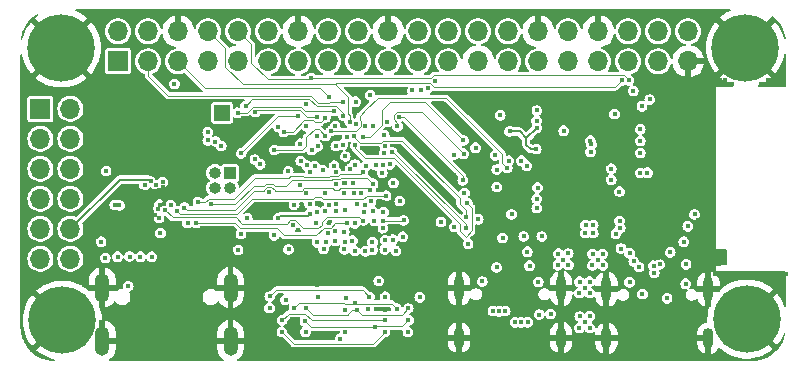
<source format=gbr>
%TF.GenerationSoftware,KiCad,Pcbnew,8.0.6*%
%TF.CreationDate,2024-11-20T09:34:47-08:00*%
%TF.ProjectId,SYNC-VT,53594e43-2d56-4542-9e6b-696361645f70,rev?*%
%TF.SameCoordinates,Original*%
%TF.FileFunction,Copper,L3,Inr*%
%TF.FilePolarity,Positive*%
%FSLAX46Y46*%
G04 Gerber Fmt 4.6, Leading zero omitted, Abs format (unit mm)*
G04 Created by KiCad (PCBNEW 8.0.6) date 2024-11-20 09:34:47*
%MOMM*%
%LPD*%
G01*
G04 APERTURE LIST*
%TA.AperFunction,ComponentPad*%
%ADD10O,1.250000X2.500000*%
%TD*%
%TA.AperFunction,ComponentPad*%
%ADD11R,1.350000X1.350000*%
%TD*%
%TA.AperFunction,ComponentPad*%
%ADD12R,1.700000X1.700000*%
%TD*%
%TA.AperFunction,ComponentPad*%
%ADD13O,1.700000X1.700000*%
%TD*%
%TA.AperFunction,ComponentPad*%
%ADD14C,5.700000*%
%TD*%
%TA.AperFunction,ComponentPad*%
%ADD15R,1.000000X1.000000*%
%TD*%
%TA.AperFunction,ComponentPad*%
%ADD16O,1.000000X1.000000*%
%TD*%
%TA.AperFunction,ComponentPad*%
%ADD17R,0.500000X0.900000*%
%TD*%
%TA.AperFunction,ComponentPad*%
%ADD18O,0.900000X2.000000*%
%TD*%
%TA.AperFunction,ComponentPad*%
%ADD19O,0.900000X1.700000*%
%TD*%
%TA.AperFunction,ViaPad*%
%ADD20C,0.400000*%
%TD*%
%TA.AperFunction,Conductor*%
%ADD21C,0.200000*%
%TD*%
%TA.AperFunction,Conductor*%
%ADD22C,0.090000*%
%TD*%
G04 APERTURE END LIST*
D10*
%TO.N,GND*%
%TO.C,Jr1*%
X90870000Y-58315000D03*
X101720000Y-58315000D03*
X90870000Y-62815000D03*
X101720000Y-62815000D03*
%TD*%
D11*
%TO.N,VMR*%
%TO.C,J6*%
X101000000Y-43510000D03*
%TD*%
D12*
%TO.N,I1P*%
%TO.C,J4*%
X85620000Y-43180000D03*
D13*
%TO.N,I1N*%
X88160000Y-43180000D03*
%TO.N,O1P*%
X85620000Y-45720000D03*
%TO.N,O1N*%
X88160000Y-45720000D03*
%TO.N,O2P*%
X85620000Y-48260000D03*
%TO.N,O2N*%
X88160000Y-48260000D03*
%TO.N,I2P*%
X85620000Y-50800000D03*
%TO.N,I2N*%
X88160000Y-50800000D03*
%TO.N,IO5P*%
X85620000Y-53340000D03*
%TO.N,IO5N*%
X88160000Y-53340000D03*
%TO.N,IO6P*%
X85620000Y-55880000D03*
%TO.N,IO6N*%
X88160000Y-55880000D03*
%TD*%
D14*
%TO.N,GND*%
%TO.C,MT4*%
X87380000Y-38020000D03*
%TD*%
D15*
%TO.N,Net-(J7-Pin_1)*%
%TO.C,J7*%
X101690000Y-48600000D03*
D16*
%TO.N,Net-(J7-Pin_2)*%
X101690000Y-49870000D03*
%TO.N,Net-(J7-Pin_3)*%
X100420000Y-48600000D03*
%TO.N,Net-(J7-Pin_4)*%
X100420000Y-49870000D03*
%TD*%
D14*
%TO.N,GND*%
%TO.C,MT3*%
X145320000Y-37990000D03*
%TD*%
%TO.N,GND*%
%TO.C,MT1*%
X145440000Y-61000000D03*
%TD*%
D17*
%TO.N,GND*%
%TO.C,ANT1*%
X143258531Y-55779993D03*
%TD*%
D18*
%TO.N,GND*%
%TO.C,J2*%
X133540000Y-58450000D03*
D19*
X133540000Y-62620000D03*
D18*
X142180000Y-58450000D03*
D19*
X142180000Y-62620000D03*
%TD*%
D18*
%TO.N,GND*%
%TO.C,J3*%
X121080000Y-58385000D03*
D19*
X121080000Y-62555000D03*
D18*
X129720000Y-58385000D03*
D19*
X129720000Y-62555000D03*
%TD*%
D12*
%TO.N,+3V3*%
%TO.C,J1*%
X92220000Y-39160000D03*
D13*
%TO.N,+5V*%
X92220000Y-36620000D03*
%TO.N,GPIO0*%
X94760000Y-39160000D03*
%TO.N,+5V*%
X94760000Y-36620000D03*
%TO.N,GPIO1*%
X97300000Y-39160000D03*
%TO.N,GND*%
X97300000Y-36620000D03*
%TO.N,GPIO2*%
X99840000Y-39160000D03*
%TO.N,GPIO27*%
X99840000Y-36620000D03*
%TO.N,GND*%
X102380000Y-39160000D03*
%TO.N,GPIO26*%
X102380000Y-36620000D03*
%TO.N,GPIO3*%
X104920000Y-39160000D03*
%TO.N,GPIO25*%
X104920000Y-36620000D03*
%TO.N,GPIO4*%
X107460000Y-39160000D03*
%TO.N,GND*%
X107460000Y-36620000D03*
%TO.N,GPIO5*%
X110000000Y-39160000D03*
%TO.N,GPIO24*%
X110000000Y-36620000D03*
%TO.N,+3V3*%
X112540000Y-39160000D03*
%TO.N,GPIO23*%
X112540000Y-36620000D03*
%TO.N,GPIO6*%
X115080000Y-39160000D03*
%TO.N,GND*%
X115080000Y-36620000D03*
%TO.N,GPIO7*%
X117620000Y-39160000D03*
%TO.N,GPIO22*%
X117620000Y-36620000D03*
%TO.N,GPIO8*%
X120160000Y-39160000D03*
%TO.N,GPIO21*%
X120160000Y-36620000D03*
%TO.N,GND*%
X122700000Y-39160000D03*
%TO.N,GPIO20*%
X122700000Y-36620000D03*
%TO.N,GPIO9*%
X125240000Y-39160000D03*
%TO.N,GPIO19*%
X125240000Y-36620000D03*
%TO.N,GPIO10*%
X127780000Y-39160000D03*
%TO.N,GND*%
X127780000Y-36620000D03*
%TO.N,GPIO11*%
X130320000Y-39160000D03*
%TO.N,GPIO18*%
X130320000Y-36620000D03*
%TO.N,GPIO12*%
X132860000Y-39160000D03*
%TO.N,GND*%
X132860000Y-36620000D03*
%TO.N,GPIO13*%
X135400000Y-39160000D03*
%TO.N,GPIO17*%
X135400000Y-36620000D03*
%TO.N,GPIO14*%
X137940000Y-39160000D03*
%TO.N,GPIO16*%
X137940000Y-36620000D03*
%TO.N,GND*%
X140480000Y-39160000D03*
%TO.N,GPIO15*%
X140480000Y-36620000D03*
%TD*%
D14*
%TO.N,GND*%
%TO.C,MT2*%
X87480000Y-61100000D03*
%TD*%
D20*
%TO.N,GND*%
X137879320Y-55787848D03*
X143123531Y-57169993D03*
X142253531Y-49159993D03*
X142253531Y-42759993D03*
X105410000Y-54670000D03*
X141290000Y-55320000D03*
X95030000Y-51930000D03*
X115334058Y-45255000D03*
X136410000Y-64100000D03*
X107090018Y-62060018D03*
X142613531Y-42179993D03*
X142603531Y-54359993D03*
X148323531Y-57159993D03*
X147323531Y-57519993D03*
X139124999Y-43900000D03*
X141660000Y-56010000D03*
X92030000Y-51950000D03*
X141290000Y-53430000D03*
X96004999Y-60820000D03*
X91820000Y-54340000D03*
X142253531Y-51159993D03*
X109820000Y-44600000D03*
X142253531Y-45959993D03*
X142613531Y-41379993D03*
X95050000Y-62670000D03*
X148123531Y-57519993D03*
X91640000Y-55030000D03*
X112140000Y-43430000D03*
X146123531Y-57519993D03*
X128600000Y-57805000D03*
X131390000Y-49930000D03*
X141060000Y-57870000D03*
X107410000Y-53460000D03*
X139220000Y-64030000D03*
X142253531Y-48759993D03*
X148393531Y-40759993D03*
X142253531Y-41559993D03*
X97120000Y-59870000D03*
X142253531Y-43559993D03*
X140240000Y-42950000D03*
X142613531Y-46579993D03*
X142603531Y-55959993D03*
X142613531Y-49779993D03*
X109240000Y-47070000D03*
X142613531Y-49379993D03*
X94980000Y-59860000D03*
X95990000Y-59850000D03*
X148603531Y-41109993D03*
X144923531Y-57529993D03*
X145723531Y-57519993D03*
X146600000Y-41100000D03*
X97160000Y-61810000D03*
X142253531Y-41959993D03*
X142613531Y-44979993D03*
X142613531Y-50179993D03*
X137971579Y-52040318D03*
X107248315Y-45601712D03*
X143923531Y-57169993D03*
X139380000Y-50440000D03*
X95574999Y-44950000D03*
X142253531Y-44359993D03*
X143193531Y-40729993D03*
X142613531Y-43379993D03*
X142253531Y-41159993D03*
X111420000Y-47880000D03*
X145123531Y-57169993D03*
X142253531Y-46759993D03*
X142253531Y-45159993D03*
X96110000Y-51240000D03*
X142613531Y-51379993D03*
X94600000Y-52777501D03*
X144210000Y-41100000D03*
X93434999Y-44940000D03*
X94500000Y-46770000D03*
X148203531Y-41109993D03*
X142613531Y-40979993D03*
X92440000Y-55050000D03*
X96755001Y-45880000D03*
X95630000Y-46790000D03*
X140280000Y-44890000D03*
X93620000Y-58400000D03*
X142253531Y-47159993D03*
X106520000Y-51255000D03*
X115141889Y-53745150D03*
X93380000Y-54470000D03*
X94340000Y-55060000D03*
X94110000Y-50170000D03*
X122940000Y-50330000D03*
X147593531Y-40759993D03*
X142603531Y-55159993D03*
X92840000Y-55060000D03*
X115750018Y-62086818D03*
X139180000Y-45740000D03*
X136670000Y-53360000D03*
X142613531Y-51779993D03*
X142613531Y-45779993D03*
X120648494Y-48802589D03*
X136530000Y-59940000D03*
X142253531Y-48359993D03*
X127950000Y-45370000D03*
X92900000Y-50160000D03*
X125320000Y-50830000D03*
X137940000Y-50430000D03*
X93780000Y-55030000D03*
X138030000Y-53300000D03*
X147003531Y-41109993D03*
X139110000Y-42930000D03*
X107548672Y-51778673D03*
X89350000Y-58120000D03*
X95600000Y-45920000D03*
X138910000Y-56310000D03*
X142613531Y-46979993D03*
X140254999Y-43920000D03*
X94750000Y-55060000D03*
X104358437Y-43932709D03*
X136420000Y-61960000D03*
X142253531Y-51559993D03*
X106060018Y-60060018D03*
X126330000Y-59370000D03*
X140390000Y-55240000D03*
X142253531Y-42359993D03*
X147723531Y-57519993D03*
X145523531Y-57169993D03*
X117515000Y-48210002D03*
X102370018Y-55800018D03*
X147403531Y-41109993D03*
X145923531Y-57159993D03*
X138340000Y-63050000D03*
X137390000Y-61945001D03*
X141290000Y-54920000D03*
X93790000Y-54460000D03*
X94650000Y-54177499D03*
X140740000Y-54320000D03*
X144723531Y-57169993D03*
X107278204Y-47105000D03*
X117720018Y-58080016D03*
X143523531Y-57169993D03*
X141280000Y-52630000D03*
X94510000Y-50190000D03*
X127750002Y-52784998D03*
X136710000Y-51950000D03*
X96030000Y-61790000D03*
X142253531Y-47559993D03*
X142613531Y-53379993D03*
X142613531Y-48979993D03*
X142253531Y-45559993D03*
X142613531Y-45379993D03*
X132050000Y-49990000D03*
X143403531Y-41079993D03*
X95150000Y-55060000D03*
X146923531Y-57519993D03*
X142613531Y-52979993D03*
X142603531Y-54759993D03*
X144323531Y-57169993D03*
X97190000Y-62680000D03*
X143803531Y-41079993D03*
X91380000Y-53210000D03*
X109180000Y-51115000D03*
X93420000Y-43970000D03*
X122200000Y-57805000D03*
X96210000Y-50830000D03*
X94360000Y-54540000D03*
X95050000Y-54180000D03*
X139390000Y-52020000D03*
X95320000Y-50180000D03*
X105625006Y-48424982D03*
X147523531Y-57159993D03*
X146523531Y-57519993D03*
X92500000Y-50160000D03*
X142613531Y-43779993D03*
X142603531Y-56759993D03*
X93460000Y-45910000D03*
X142723531Y-57169993D03*
X91837985Y-52785484D03*
X138350000Y-64060000D03*
X92610000Y-54480000D03*
X148523531Y-57519993D03*
X142613531Y-50979993D03*
X142613531Y-52579993D03*
X142253531Y-44759993D03*
X147803531Y-41109993D03*
X95560000Y-43980000D03*
X121690000Y-48140000D03*
X140310000Y-45760000D03*
X138360000Y-61920000D03*
X142253531Y-43159993D03*
X142613531Y-48579993D03*
X95560000Y-55060000D03*
X142253531Y-50759993D03*
X110600000Y-47100000D03*
X136400000Y-63090000D03*
X142603531Y-55559993D03*
X114805018Y-60185693D03*
X109060018Y-58070018D03*
X141900000Y-51550000D03*
X139150000Y-44870000D03*
X93370000Y-55030000D03*
X142613531Y-44179993D03*
X137380000Y-64085001D03*
X142613531Y-44579993D03*
X143723531Y-57529993D03*
X137370000Y-63075001D03*
X141290000Y-53030000D03*
X144523531Y-57529993D03*
X126020000Y-56425000D03*
X145323531Y-57529993D03*
X127850000Y-59910000D03*
X142613531Y-50579993D03*
X142203531Y-56809993D03*
X91370000Y-53610000D03*
X148723531Y-57159993D03*
X142613531Y-46179993D03*
X96715001Y-43940000D03*
X96730000Y-44910000D03*
X142613531Y-41779993D03*
X91230000Y-51800000D03*
X134660000Y-57870000D03*
X106580000Y-55750000D03*
X92220000Y-54460000D03*
X96950000Y-43080000D03*
X142253531Y-50359993D03*
X143590000Y-40730000D03*
X142613531Y-42579993D03*
X144123531Y-57529993D03*
X94910000Y-50180000D03*
X139230000Y-61890000D03*
X142253531Y-43959993D03*
X97775001Y-46270000D03*
X146323531Y-57159993D03*
X97720000Y-47150000D03*
X142613531Y-47779993D03*
X142603531Y-56359993D03*
X142613531Y-52179993D03*
X142810000Y-40660000D03*
X96785001Y-46750000D03*
X142253531Y-51959993D03*
X96000000Y-49790000D03*
X92614797Y-50618388D03*
X124240000Y-55650000D03*
X95700000Y-50060000D03*
X142613531Y-42979993D03*
X147923531Y-57159993D03*
X113784954Y-48520099D03*
X136740000Y-50380000D03*
X92040000Y-55040000D03*
X137640000Y-59240000D03*
X146723531Y-57159993D03*
X104078392Y-52097795D03*
X97740000Y-45350000D03*
X94470000Y-45900000D03*
X141290000Y-55720000D03*
X97134999Y-60840000D03*
X112874040Y-46497020D03*
X120660000Y-50972410D03*
X127269189Y-46014688D03*
X139400000Y-53110000D03*
X139210000Y-63020000D03*
X113087357Y-54078114D03*
X94444999Y-44930000D03*
X94430000Y-43960000D03*
X93490000Y-46780000D03*
X142253531Y-47959993D03*
X133090000Y-48700000D03*
X147993531Y-40759993D03*
X142253531Y-46359993D03*
X141300000Y-53840000D03*
X107359094Y-48454337D03*
X147123531Y-57159993D03*
X111452298Y-49459848D03*
X96350000Y-50420000D03*
X95340000Y-52210000D03*
X93710000Y-50170000D03*
X110775848Y-54937728D03*
X141010000Y-54630000D03*
X143323531Y-57529993D03*
X142253531Y-49959993D03*
X142613531Y-48179993D03*
X147190000Y-40760000D03*
X142613531Y-47379993D03*
X95020000Y-61800000D03*
X143003531Y-41079993D03*
X142003531Y-56299993D03*
X91620000Y-51880000D03*
X114610015Y-51070015D03*
X142253531Y-49559993D03*
X93310000Y-50160000D03*
X94994999Y-60830000D03*
X96060000Y-62660000D03*
X128810000Y-59870000D03*
X110022690Y-52806637D03*
%TO.N,+3V3*%
X109043749Y-54480000D03*
X109090018Y-59120020D03*
X114782591Y-55092411D03*
X112311138Y-44449536D03*
X124260000Y-48320000D03*
X124760002Y-54110000D03*
X91180000Y-48460000D03*
X122696202Y-52530000D03*
X91920000Y-51320000D03*
X126347073Y-47577916D03*
X111596233Y-45539134D03*
X116736329Y-62086818D03*
X108070018Y-62050018D03*
X106598022Y-48464925D03*
X114749585Y-46917900D03*
X125520000Y-52120000D03*
X113825000Y-44643022D03*
X126850001Y-55285001D03*
X95590000Y-51680000D03*
X108165961Y-47980000D03*
X132210000Y-46820000D03*
X90760000Y-54430000D03*
X106382244Y-59347118D03*
X96970000Y-41070000D03*
X110069756Y-51299090D03*
X113910000Y-52650000D03*
X92310000Y-51360000D03*
X117750018Y-59130018D03*
X124127400Y-47113558D03*
X108135449Y-42804898D03*
X102607812Y-53791715D03*
X115510000Y-49460000D03*
X122470002Y-46480000D03*
X116305338Y-54005336D03*
X132180000Y-45870000D03*
X112790157Y-50349848D03*
X111345403Y-53593590D03*
X100930000Y-46330000D03*
X102360018Y-55120018D03*
X114805018Y-59093327D03*
X95710000Y-51300000D03*
X109093909Y-46363909D03*
X129930018Y-45030018D03*
X132270000Y-46200000D03*
X112260000Y-47900000D03*
X95670000Y-52440000D03*
X126540000Y-53984999D03*
X125288463Y-47578590D03*
X126810000Y-47990000D03*
%TO.N,SPI-D1*%
X103782224Y-47470957D03*
X109038880Y-43882407D03*
X103815852Y-43437709D03*
%TO.N,SPI-CLK*%
X105410000Y-53880000D03*
X102989599Y-42934599D03*
X111266258Y-43770902D03*
%TO.N,SPI-D2*%
X105420000Y-46660000D03*
X109750000Y-45450000D03*
%TO.N,SPI-D0*%
X106220000Y-45120000D03*
X109746203Y-43924622D03*
X107010000Y-53060000D03*
%TO.N,SPI-D3*%
X103141480Y-52455000D03*
X102320000Y-43510000D03*
X110441217Y-43355071D03*
%TO.N,SPI-CS*%
X102625000Y-46950000D03*
X107422327Y-43780001D03*
%TO.N,+1V0*%
X127610004Y-46590001D03*
X110490000Y-47990000D03*
X127630002Y-44190000D03*
X127645163Y-44790239D03*
X111439077Y-51708823D03*
X108447320Y-48509940D03*
X125351991Y-45100709D03*
X111342572Y-50349848D03*
X107570614Y-49634337D03*
X127660002Y-43320000D03*
X124560000Y-43720000D03*
X111428829Y-47213104D03*
X107116258Y-51362714D03*
X120648494Y-47054175D03*
%TO.N,+1V8*%
X105758021Y-52455000D03*
X105746241Y-44704131D03*
X105000000Y-50265000D03*
X119540000Y-52750000D03*
X110680000Y-49570000D03*
X108431309Y-52125000D03*
X127655001Y-50795001D03*
X108113790Y-50349813D03*
X109687439Y-50348786D03*
X110664549Y-51220197D03*
X120671622Y-53157645D03*
X106640000Y-55090000D03*
X124260000Y-49800000D03*
X127640000Y-51590000D03*
X127720000Y-49850000D03*
X107670546Y-47593439D03*
X128075002Y-53984999D03*
X104230000Y-47870000D03*
%TO.N,GNDA*%
X109527751Y-48387701D03*
%TO.N,VCCQ*%
X108840000Y-48050000D03*
%TO.N,MIO7*%
X110630000Y-46340000D03*
%TO.N,POR_B*%
X125150000Y-48190000D03*
X110220000Y-45070000D03*
%TO.N,Net-(U3A-INIT_B_0)*%
X107610000Y-46130000D03*
%TO.N,Net-(U3A-PROGRAM_B_0)*%
X108411978Y-51225000D03*
%TO.N,Net-(U3A-DONE_0)*%
X108983284Y-52831678D03*
%TO.N,Net-(U3D-PS_MIO8_500)*%
X108145000Y-44627461D03*
%TO.N,Net-(U3D-PS_CLK_500)*%
X109040000Y-45450000D03*
X111840000Y-48239536D03*
%TO.N,Net-(J7-Pin_3)*%
X110670000Y-48540000D03*
%TO.N,Net-(J7-Pin_2)*%
X109019707Y-51884606D03*
%TO.N,Net-(C1-Pad1)*%
X121520000Y-50310000D03*
%TO.N,Net-(R23-Pad2)*%
X121830000Y-54610000D03*
%TO.N,Net-(J7-Pin_4)*%
X110620000Y-51860000D03*
%TO.N,Net-(J7-Pin_1)*%
X109700000Y-51860000D03*
%TO.N,MIO32*%
X121626140Y-53303824D03*
X115391381Y-46854274D03*
%TO.N,MIO33*%
X112203206Y-45523902D03*
X121664663Y-52375337D03*
%TO.N,GPIO21*%
X115214903Y-47889959D03*
%TO.N,+5V*%
X130330000Y-56400000D03*
X124970000Y-60310000D03*
X131700000Y-58320000D03*
X131250000Y-58790000D03*
X93051167Y-58209127D03*
X131280000Y-57820000D03*
X123940000Y-60300000D03*
X132140000Y-58780000D03*
X124462500Y-60315000D03*
X130310000Y-55430000D03*
X132120000Y-57810000D03*
X129470000Y-55440000D03*
X127780000Y-57840000D03*
X129890000Y-55940000D03*
X95050000Y-55710000D03*
X92160000Y-55710000D03*
X123030000Y-57800000D03*
X129440000Y-56410000D03*
%TO.N,GPIO19*%
X114600000Y-52670000D03*
X116370337Y-52630337D03*
%TO.N,GPIO27*%
X134355000Y-53750000D03*
X111810000Y-44260000D03*
X134850000Y-40765000D03*
%TO.N,GPIO6*%
X115010000Y-44270000D03*
%TO.N,MIO29*%
X112284100Y-46252752D03*
X121756313Y-51143687D03*
%TO.N,GPIO5*%
X119062031Y-40827609D03*
X116040276Y-51000276D03*
%TO.N,MIO30*%
X121450000Y-46990000D03*
X115855000Y-44664326D03*
%TO.N,MIO31*%
X121440000Y-45860000D03*
X112897694Y-45607020D03*
%TO.N,MIO28*%
X115976786Y-43899920D03*
X121380000Y-49230000D03*
%TO.N,RAM_DQ6*%
X111415702Y-62113710D03*
X109820018Y-54465915D03*
%TO.N,~{RAM_CS0}*%
X109976360Y-53696637D03*
X105030018Y-60050018D03*
%TO.N,RAM_DQ7*%
X111000018Y-62630018D03*
X109592944Y-55021819D03*
%TO.N,RAM_CLK*%
X113731993Y-54489941D03*
X114780018Y-61090018D03*
X106090018Y-61090018D03*
%TO.N,RAM_DQ0*%
X116760018Y-60080018D03*
X108070018Y-60050018D03*
X112440018Y-60230018D03*
X112247633Y-55191525D03*
%TO.N,RAM_DQ5*%
X110601040Y-54363755D03*
X111423631Y-60217288D03*
%TO.N,~{RAM_RST}*%
X105050018Y-59070018D03*
X113479373Y-59100018D03*
X112035434Y-54350000D03*
%TO.N,RAM_DQ2*%
X114270020Y-57752599D03*
X113734881Y-55122155D03*
%TO.N,~{RAM_CLK}*%
X114820905Y-54303797D03*
X114761343Y-62090856D03*
X106070018Y-62070018D03*
%TO.N,RAM_DQ1*%
X113147081Y-55242548D03*
X108024753Y-61164080D03*
X113940222Y-61668710D03*
X116780018Y-61090018D03*
%TO.N,RAM_DQ3*%
X111357633Y-55084456D03*
X111509300Y-59182548D03*
%TO.N,RWDS*%
X107110018Y-60030018D03*
X112266740Y-59655582D03*
X111438144Y-54483590D03*
X115780018Y-60090018D03*
%TO.N,~{RAM_CS1}*%
X110588135Y-53499845D03*
X113385018Y-60155397D03*
%TO.N,GPIO8*%
X114738712Y-45428726D03*
%TO.N,GPIO1*%
X110082430Y-42178400D03*
X110570000Y-44650000D03*
%TO.N,GPIO0*%
X111219932Y-46213107D03*
X111220000Y-42610000D03*
%TO.N,GPIO24*%
X113170411Y-48027244D03*
%TO.N,GPIO4*%
X114660000Y-51930000D03*
X118412318Y-41458157D03*
%TO.N,GPIO22*%
X114617800Y-47948870D03*
%TO.N,GPIO11*%
X115450000Y-54260000D03*
%TO.N,GPIO3*%
X113760000Y-51840000D03*
X117819236Y-41546898D03*
%TO.N,GPIO2*%
X114560000Y-48610000D03*
%TO.N,GPIO26*%
X134707596Y-53264532D03*
X108590000Y-46670000D03*
X108536218Y-40585000D03*
X135449998Y-40762743D03*
%TO.N,GPIO12*%
X115720000Y-55220000D03*
%TO.N,GPIO23*%
X114000076Y-47959988D03*
%TO.N,GPIO25*%
X113625000Y-50981021D03*
X117121086Y-41625494D03*
%TO.N,GPIO18*%
X114624536Y-53303797D03*
%TO.N,HDMIscl*%
X94090000Y-55710000D03*
%TO.N,Net-(Jr1-HPD)*%
X91120000Y-55810000D03*
%TO.N,HDMIsda*%
X93170000Y-55690000D03*
%TO.N,XTAL_P*%
X140290000Y-56350000D03*
%TO.N,XTAL_N*%
X138945000Y-55328798D03*
%TO.N,+3.3VA*%
X141005470Y-52127500D03*
X140440000Y-53120000D03*
X127840000Y-60600000D03*
X128820000Y-60550000D03*
X140102176Y-54440001D03*
X134656986Y-52666668D03*
X126870000Y-61260000D03*
X125810000Y-61260000D03*
X126320000Y-61260000D03*
X138059998Y-56360000D03*
%TO.N,USB-*%
X137015000Y-48600000D03*
X137533479Y-56469729D03*
%TO.N,Net-(J2-CC2)*%
X138680000Y-59230000D03*
%TO.N,Net-(J2-CC1)*%
X136590000Y-58870000D03*
%TO.N,USB+*%
X136415000Y-48602659D03*
X137592942Y-57066777D03*
%TO.N,SDIO_D1*%
X114781120Y-46318726D03*
X134235145Y-43619084D03*
X134780000Y-55010000D03*
%TO.N,SDIO_D3*%
X112315000Y-42588076D03*
X136307112Y-56584263D03*
X137220000Y-42390000D03*
%TO.N,SDIO_D0*%
X135513035Y-55419112D03*
X135820000Y-41670000D03*
X113550000Y-42025000D03*
%TO.N,SDIO_D2*%
X136560000Y-42970000D03*
X135864258Y-56104260D03*
X113078307Y-44662398D03*
%TO.N,Net-(J3-CC2)*%
X127040000Y-56460000D03*
%TO.N,Net-(J3-CC1)*%
X124240000Y-56610000D03*
%TO.N,Net-(SS2FH10HM3/H2-A)*%
X135510000Y-57870000D03*
X132150000Y-61720000D03*
X140260000Y-57990000D03*
X131290000Y-60760000D03*
X131710000Y-61260000D03*
X131260000Y-61730000D03*
X132130000Y-60750000D03*
%TO.N,Net-(U10-LX)*%
X136415000Y-44919792D03*
X136415000Y-46910286D03*
X136415000Y-45890000D03*
%TO.N,+5VP*%
X131770000Y-53700000D03*
X132800000Y-55970000D03*
X133945000Y-48259074D03*
X134645000Y-50190000D03*
X132430000Y-53020000D03*
X132430000Y-53700000D03*
X132380000Y-55470000D03*
X133220000Y-55460000D03*
X133240000Y-56430000D03*
X133945000Y-49178388D03*
X132350000Y-56440000D03*
X131780000Y-53030000D03*
%TO.N,D0+*%
X113562544Y-50078130D03*
X97820000Y-51540000D03*
%TO.N,D2+*%
X100025441Y-51279663D03*
X113790000Y-49520000D03*
%TO.N,CK-*%
X96190000Y-51750000D03*
X112960000Y-52640000D03*
X95780000Y-53710000D03*
%TO.N,CK+*%
X96660000Y-51340000D03*
X113000000Y-51920000D03*
%TO.N,D2-*%
X112895064Y-48560336D03*
X98960000Y-51090000D03*
%TO.N,D1+*%
X98822163Y-52820000D03*
X111551079Y-52865000D03*
%TO.N,D1-*%
X112240218Y-52885779D03*
X98090000Y-52850000D03*
%TO.N,D0-*%
X114890958Y-50539851D03*
X97187078Y-51833637D03*
%TO.N,unconnected-(U3B-IO_L6N_T0_VREF_34-PadJ11)*%
X112155290Y-50349848D03*
%TO.N,unconnected-(U3B-IO_L6P_T0_34-PadH11)*%
X112069807Y-49459848D03*
%TO.N,unconnected-(U3B-IO_L11P_T1_SRCC_34-PadK11)*%
X112450200Y-51247704D03*
%TO.N,unconnected-(U3B-IO_L11N_T1_SRCC_34-PadK12)*%
X113082561Y-51289515D03*
%TO.N,Net-(Ue1-VREFN)*%
X99790000Y-45150000D03*
%TO.N,VMR*%
X99790914Y-45862570D03*
%TO.N,Net-(Ue1-VREFP)*%
X100440000Y-45950000D03*
%TO.N,IO5N*%
X94950767Y-49330626D03*
%TO.N,IO6N*%
X95974207Y-49385702D03*
%TO.N,IO5P*%
X94450000Y-49670000D03*
%TO.N,IO6P*%
X95445717Y-49669780D03*
%TD*%
D21*
%TO.N,GND*%
X114613798Y-53803797D02*
X115028012Y-53803797D01*
X114537595Y-53880000D02*
X114613798Y-53803797D01*
X113285471Y-53880000D02*
X114537595Y-53880000D01*
X113087357Y-54078114D02*
X113285471Y-53880000D01*
X115028012Y-53803797D02*
X115055627Y-53831412D01*
X115055627Y-53831412D02*
X115141889Y-53745150D01*
X110600000Y-47100000D02*
X111380000Y-47880000D01*
X107457345Y-51870000D02*
X107548672Y-51778673D01*
X111380000Y-47880000D02*
X111420000Y-47880000D01*
X106520000Y-51540000D02*
X106850000Y-51870000D01*
X106520000Y-51255000D02*
X106520000Y-51540000D01*
X106850000Y-51870000D02*
X107457345Y-51870000D01*
D22*
%TO.N,SPI-D1*%
X103815852Y-43437709D02*
X103968560Y-43285001D01*
X107576104Y-43285001D02*
X108166103Y-43875000D01*
X109031473Y-43875000D02*
X109038880Y-43882407D01*
X103968560Y-43285001D02*
X107576104Y-43285001D01*
X108166103Y-43875000D02*
X109031473Y-43875000D01*
%TO.N,SPI-CLK*%
X103574180Y-42350018D02*
X108389896Y-42350018D01*
X102989599Y-42934599D02*
X103574180Y-42350018D01*
X110256891Y-42910071D02*
X110661915Y-42910071D01*
X111266258Y-43514414D02*
X111266258Y-43770902D01*
X110661915Y-42910071D02*
X111266258Y-43514414D01*
X109019878Y-42980000D02*
X110186962Y-42980000D01*
X110186962Y-42980000D02*
X110256891Y-42910071D01*
X108389896Y-42350018D02*
X109019878Y-42980000D01*
%TO.N,SPI-D2*%
X107790000Y-46660000D02*
X108130000Y-46320000D01*
X108197432Y-45507432D02*
X108835956Y-44868909D01*
X109168909Y-44868909D02*
X109750000Y-45450000D01*
X108130000Y-46320000D02*
X108130000Y-45574864D01*
X105420000Y-46660000D02*
X107790000Y-46660000D01*
X108835956Y-44868909D02*
X109168909Y-44868909D01*
X108130000Y-45574864D02*
X108197432Y-45507432D01*
%TO.N,SPI-D0*%
X107023135Y-45120000D02*
X107978135Y-44165000D01*
X107978135Y-44165000D02*
X108692147Y-44165000D01*
X109343418Y-44327407D02*
X109746203Y-43924622D01*
X108854554Y-44327407D02*
X109343418Y-44327407D01*
X108692147Y-44165000D02*
X108854554Y-44327407D01*
X106220000Y-45120000D02*
X107023135Y-45120000D01*
%TO.N,SPI-D3*%
X102320000Y-43510000D02*
X103114235Y-43510000D01*
X103114235Y-43510000D02*
X103635011Y-42989224D01*
X103635011Y-42989224D02*
X107690449Y-42989224D01*
X107690449Y-42989224D02*
X108056296Y-43355071D01*
X108056296Y-43355071D02*
X110441217Y-43355071D01*
%TO.N,SPI-CS*%
X105779999Y-43780001D02*
X102625000Y-46935000D01*
X102625000Y-46935000D02*
X102625000Y-46950000D01*
X107422327Y-43780001D02*
X105779999Y-43780001D01*
D21*
%TO.N,+1V0*%
X127137395Y-46590001D02*
X126769189Y-46221795D01*
X125351991Y-45100709D02*
X126203685Y-45100709D01*
X127610004Y-46590001D02*
X127137395Y-46590001D01*
X126203685Y-45100709D02*
X126769189Y-45666213D01*
X126769189Y-46221795D02*
X126769189Y-45666213D01*
X126769189Y-45666213D02*
X127645163Y-44790239D01*
%TO.N,+1V8*%
X108277636Y-52278673D02*
X107356577Y-52278673D01*
X108431309Y-52125000D02*
X108277636Y-52278673D01*
X107356577Y-52278673D02*
X107347904Y-52270000D01*
X107347904Y-52270000D02*
X105943021Y-52270000D01*
X105943021Y-52270000D02*
X105758021Y-52455000D01*
D22*
%TO.N,POR_B*%
X112756138Y-44633862D02*
X112320000Y-45070000D01*
X125150000Y-48190000D02*
X124738463Y-47778463D01*
X112756138Y-44226138D02*
X112756138Y-44633862D01*
X112320000Y-45070000D02*
X110220000Y-45070000D01*
X124738463Y-47017514D02*
X119985949Y-42265000D01*
X112680000Y-44150000D02*
X112756138Y-44226138D01*
X113205355Y-43225355D02*
X112680000Y-43750710D01*
X119985949Y-42265000D02*
X114165711Y-42265000D01*
X112680000Y-43750710D02*
X112680000Y-44150000D01*
X114165711Y-42265000D02*
X113205355Y-43225355D01*
X124738463Y-47778463D02*
X124738463Y-47017514D01*
%TO.N,MIO32*%
X115514274Y-46854274D02*
X115391381Y-46854274D01*
X121626140Y-53303824D02*
X121626140Y-52966140D01*
X121626140Y-52966140D02*
X115514274Y-46854274D01*
%TO.N,MIO33*%
X116262626Y-45875000D02*
X114966720Y-45875000D01*
X112203206Y-45542532D02*
X112203206Y-45523902D01*
X121122518Y-51209928D02*
X121122518Y-50734892D01*
X112712694Y-46052020D02*
X112203206Y-45542532D01*
X121122518Y-50734892D02*
X116262626Y-45875000D01*
X114966720Y-45875000D02*
X114965446Y-45873726D01*
X113084326Y-46049714D02*
X113082020Y-46052020D01*
X114965446Y-45873726D02*
X114596794Y-45873726D01*
X114420806Y-46049714D02*
X113084326Y-46049714D01*
X121664663Y-51752073D02*
X121122518Y-51209928D01*
X121664663Y-52375337D02*
X121664663Y-51752073D01*
X113082020Y-46052020D02*
X112712694Y-46052020D01*
X114596794Y-45873726D02*
X114420806Y-46049714D01*
%TO.N,GPIO19*%
X116340674Y-52660000D02*
X116370337Y-52630337D01*
X114600000Y-52670000D02*
X114610000Y-52660000D01*
X114610000Y-52660000D02*
X116340674Y-52660000D01*
%TO.N,GPIO27*%
X101285000Y-38065000D02*
X101285000Y-39613564D01*
X110600000Y-41111581D02*
X111695000Y-42206581D01*
X134265000Y-41350000D02*
X134850000Y-40765000D01*
X111695000Y-42206581D02*
X111695000Y-43614326D01*
X118596835Y-41013556D02*
X118933279Y-41350000D01*
X99840000Y-36620000D02*
X101285000Y-38065000D01*
X111695000Y-43614326D02*
X111810000Y-43729326D01*
X111810000Y-43729326D02*
X111810000Y-44260000D01*
X101285000Y-39613564D02*
X102783017Y-41111581D01*
X118933279Y-41350000D02*
X134265000Y-41350000D01*
X110600000Y-41111581D02*
X110698025Y-41013556D01*
X110698025Y-41013556D02*
X118596835Y-41013556D01*
X102783017Y-41111581D02*
X110600000Y-41111581D01*
%TO.N,MIO29*%
X122151634Y-53478366D02*
X121615000Y-54015000D01*
X121756313Y-51143687D02*
X122151634Y-51539008D01*
X121162290Y-52945335D02*
X115579855Y-47362900D01*
X121162290Y-53562290D02*
X121162290Y-52945335D01*
X121615000Y-54015000D02*
X121162290Y-53562290D01*
X112284100Y-46536406D02*
X112284100Y-46252752D01*
X113110594Y-47362900D02*
X112284100Y-46536406D01*
X122151634Y-51539008D02*
X122151634Y-53478366D01*
X115579855Y-47362900D02*
X113110594Y-47362900D01*
%TO.N,MIO30*%
X115855000Y-44407460D02*
X115855000Y-44664326D01*
X117914920Y-43454920D02*
X115792460Y-43454920D01*
X115531786Y-43715594D02*
X115531786Y-44084246D01*
X115531786Y-44084246D02*
X115855000Y-44407460D01*
X121450000Y-46990000D02*
X117914920Y-43454920D01*
X115792460Y-43454920D02*
X115531786Y-43715594D01*
%TO.N,MIO31*%
X113490328Y-45607020D02*
X112897694Y-45607020D01*
X121440000Y-45860000D02*
X118170000Y-42590000D01*
X114560000Y-44537348D02*
X113490328Y-45607020D01*
X115210674Y-42590000D02*
X114560000Y-43240674D01*
X114560000Y-43240674D02*
X114560000Y-44537348D01*
X118170000Y-42590000D02*
X115210674Y-42590000D01*
%TO.N,MIO28*%
X116426808Y-43899920D02*
X115976786Y-43899920D01*
X121380000Y-48853112D02*
X116426808Y-43899920D01*
X121380000Y-49230000D02*
X121380000Y-48853112D01*
%TO.N,RAM_CLK*%
X106090018Y-61090018D02*
X106640018Y-60540018D01*
X106640018Y-60540018D02*
X108030018Y-60540018D01*
X108580018Y-61090018D02*
X114780018Y-61090018D01*
X108030018Y-60540018D02*
X108580018Y-61090018D01*
%TO.N,RAM_DQ0*%
X115004512Y-60630420D02*
X115024914Y-60610018D01*
X108070018Y-60050018D02*
X108682288Y-60662288D01*
X116230018Y-60610018D02*
X116760018Y-60080018D01*
X111607957Y-60662288D02*
X112040227Y-60230018D01*
X115024914Y-60610018D02*
X116230018Y-60610018D01*
X108682288Y-60662288D02*
X111607957Y-60662288D01*
X112840420Y-60630420D02*
X115004512Y-60630420D01*
X112040227Y-60230018D02*
X112440018Y-60230018D01*
X112440018Y-60230018D02*
X112840420Y-60630420D01*
X111607957Y-60662288D02*
X111660227Y-60610018D01*
%TO.N,~{RAM_RST}*%
X105050018Y-59070018D02*
X105605018Y-58515018D01*
X112894373Y-58515018D02*
X113479373Y-59100018D01*
X105605018Y-58515018D02*
X112894373Y-58515018D01*
%TO.N,~{RAM_CLK}*%
X107075018Y-63075018D02*
X113777181Y-63075018D01*
X113777181Y-63075018D02*
X114761343Y-62090856D01*
X106070018Y-62070018D02*
X107075018Y-63075018D01*
%TO.N,RAM_DQ1*%
X108529383Y-61668710D02*
X108024753Y-61164080D01*
X113940222Y-61668710D02*
X108529383Y-61668710D01*
X114008914Y-61600018D02*
X113940222Y-61668710D01*
X116780018Y-61090018D02*
X116270018Y-61600018D01*
X116270018Y-61600018D02*
X114008914Y-61600018D01*
%TO.N,RWDS*%
X107110018Y-60030018D02*
X107540018Y-59600018D01*
X107540018Y-59600018D02*
X111297444Y-59600018D01*
X111387444Y-59690018D02*
X115380018Y-59690018D01*
X115380018Y-59690018D02*
X115780018Y-60090018D01*
X111297444Y-59600018D02*
X111387444Y-59690018D01*
%TO.N,GPIO1*%
X109334030Y-41430000D02*
X110082430Y-42178400D01*
X99570000Y-41430000D02*
X109334030Y-41430000D01*
X97300000Y-39160000D02*
X99570000Y-41430000D01*
%TO.N,GPIO0*%
X94760000Y-40362081D02*
X96457919Y-42060000D01*
X111209929Y-42620071D02*
X111220000Y-42610000D01*
X108510000Y-42060000D02*
X109130519Y-42680519D01*
X109130519Y-42680519D02*
X110076321Y-42680519D01*
X96457919Y-42060000D02*
X108510000Y-42060000D01*
X110136769Y-42620071D02*
X111209929Y-42620071D01*
X110076321Y-42680519D02*
X110136769Y-42620071D01*
X94760000Y-39160000D02*
X94760000Y-40362081D01*
%TO.N,GPIO26*%
X118940314Y-40320000D02*
X135034326Y-40320000D01*
X135034326Y-40320000D02*
X135295000Y-40580674D01*
X103475000Y-39265000D02*
X104875000Y-40665000D01*
X108456218Y-40665000D02*
X108536218Y-40585000D01*
X135295000Y-40580674D02*
X135295000Y-40607745D01*
X102380000Y-36620000D02*
X103475000Y-37715000D01*
X108536218Y-40585000D02*
X118675314Y-40585000D01*
X135295000Y-40607745D02*
X135449998Y-40762743D01*
X103475000Y-37715000D02*
X103475000Y-39265000D01*
X104875000Y-40665000D02*
X108456218Y-40665000D01*
X118675314Y-40585000D02*
X118940314Y-40320000D01*
%TO.N,D0+*%
X103730000Y-50100000D02*
X102105337Y-51724663D01*
X98004663Y-51724663D02*
X97820000Y-51540000D01*
X107734277Y-50100000D02*
X105445000Y-50100000D01*
X110864326Y-50015000D02*
X110495674Y-50015000D01*
X105445000Y-50080674D02*
X105184326Y-49820000D01*
X108299143Y-49903786D02*
X108298116Y-49904813D01*
X105184326Y-49820000D02*
X104815674Y-49820000D01*
X110495674Y-50015000D02*
X110385522Y-49904848D01*
X113562544Y-50078130D02*
X113389262Y-49904848D01*
X108298116Y-49904813D02*
X107929464Y-49904813D01*
X109872827Y-49904848D02*
X109871765Y-49903786D01*
X104555000Y-50100000D02*
X103730000Y-50100000D01*
X105445000Y-50100000D02*
X105445000Y-50080674D01*
X107929464Y-49904813D02*
X107734277Y-50100000D01*
X110385522Y-49904848D02*
X109872827Y-49904848D01*
X113389262Y-49904848D02*
X110974478Y-49904848D01*
X109871765Y-49903786D02*
X108299143Y-49903786D01*
X110974478Y-49904848D02*
X110864326Y-50015000D01*
X104555000Y-50080674D02*
X104555000Y-50100000D01*
X104815674Y-49820000D02*
X104555000Y-50080674D01*
X102105337Y-51724663D02*
X98004663Y-51724663D01*
%TO.N,D2+*%
X104545889Y-49679663D02*
X103720337Y-49679663D01*
X102120337Y-51279663D02*
X100025441Y-51279663D01*
X107813190Y-49247587D02*
X107754940Y-49189337D01*
X107382395Y-49193230D02*
X106909261Y-49193230D01*
X111070133Y-49015000D02*
X110960133Y-49125000D01*
X103720337Y-49679663D02*
X102120337Y-51279663D01*
X113285000Y-49015000D02*
X111070133Y-49015000D01*
X107754940Y-49189337D02*
X107386288Y-49189337D01*
X110960133Y-49125000D02*
X110385522Y-49125000D01*
X105454111Y-49679663D02*
X105304448Y-49530000D01*
X105304448Y-49530000D02*
X104695552Y-49530000D01*
X110385522Y-49125000D02*
X110262935Y-49247587D01*
X104695552Y-49530000D02*
X104545889Y-49679663D01*
X106909261Y-49193230D02*
X106422828Y-49679663D01*
X113790000Y-49520000D02*
X113285000Y-49015000D01*
X106422828Y-49679663D02*
X105454111Y-49679663D01*
X107386288Y-49189337D02*
X107382395Y-49193230D01*
X110262935Y-49247587D02*
X107813190Y-49247587D01*
%TO.N,CK-*%
X102160000Y-52375000D02*
X102685000Y-52900000D01*
X106785000Y-52615000D02*
X107205000Y-52615000D01*
X107866678Y-53276678D02*
X109167610Y-53276678D01*
X106500000Y-52900000D02*
X106785000Y-52615000D01*
X96815000Y-52375000D02*
X102160000Y-52375000D01*
X107205000Y-52615000D02*
X107866678Y-53276678D01*
X109895000Y-52305000D02*
X112625000Y-52305000D01*
X109428284Y-53016004D02*
X109428284Y-52771716D01*
X112625000Y-52305000D02*
X112960000Y-52640000D01*
X109428284Y-52771716D02*
X109895000Y-52305000D01*
X109167610Y-53276678D02*
X109428284Y-53016004D01*
X96190000Y-51750000D02*
X96815000Y-52375000D01*
X102685000Y-52900000D02*
X106500000Y-52900000D01*
%TO.N,D2-*%
X112730552Y-48724848D02*
X112895064Y-48560336D01*
X107933312Y-48957587D02*
X110017402Y-48957587D01*
X103780000Y-49025623D02*
X106666746Y-49025623D01*
X110950163Y-48724848D02*
X112730552Y-48724848D01*
X110840011Y-48835000D02*
X110950163Y-48724848D01*
X107875062Y-48899337D02*
X107933312Y-48957587D01*
X99585778Y-51090000D02*
X99897889Y-50777889D01*
X106666746Y-49025623D02*
X106793032Y-48899337D01*
X110139989Y-48835000D02*
X110840011Y-48835000D01*
X102027734Y-50777889D02*
X103780000Y-49025623D01*
X99897889Y-50777889D02*
X102027734Y-50777889D01*
X110017402Y-48957587D02*
X110139989Y-48835000D01*
X106793032Y-48899337D02*
X107875062Y-48899337D01*
X98960000Y-51090000D02*
X99585778Y-51090000D01*
%TO.N,D1+*%
X110593653Y-52865000D02*
X110207016Y-53251637D01*
X102539878Y-53280000D02*
X102079878Y-52820000D01*
X102079878Y-52820000D02*
X98822163Y-52820000D01*
X111551079Y-52865000D02*
X110593653Y-52865000D01*
X102549878Y-53280000D02*
X102539878Y-53280000D01*
X109602773Y-53251637D02*
X108949410Y-53905000D01*
X108949410Y-53905000D02*
X106234878Y-53905000D01*
X110207016Y-53251637D02*
X109602773Y-53251637D01*
X106234878Y-53905000D02*
X105639878Y-53310000D01*
X102579878Y-53310000D02*
X102549878Y-53280000D01*
X105639878Y-53310000D02*
X102579878Y-53310000D01*
%TO.N,D0-*%
X110480223Y-50775197D02*
X110848875Y-50775197D01*
X108197652Y-50810000D02*
X108227652Y-50780000D01*
X114887259Y-50536152D02*
X114890958Y-50539851D01*
X110868526Y-50794848D02*
X112974483Y-50794848D01*
X113233179Y-50536152D02*
X114887259Y-50536152D01*
X103530000Y-50810000D02*
X108197652Y-50810000D01*
X110442074Y-50813346D02*
X110480223Y-50775197D01*
X97438104Y-52084663D02*
X102255337Y-52084663D01*
X109364326Y-50655000D02*
X109522672Y-50813346D01*
X108730674Y-50780000D02*
X108855674Y-50655000D01*
X112974483Y-50794848D02*
X113233179Y-50536152D01*
X108227652Y-50780000D02*
X108730674Y-50780000D01*
X102255337Y-52084663D02*
X103530000Y-50810000D01*
X97187078Y-51833637D02*
X97438104Y-52084663D01*
X109522672Y-50813346D02*
X110442074Y-50813346D01*
X110848875Y-50775197D02*
X110868526Y-50794848D01*
X108855674Y-50655000D02*
X109364326Y-50655000D01*
D21*
%TO.N,IO5N*%
X92330000Y-49170000D02*
X88160000Y-53340000D01*
X94950767Y-49330626D02*
X94790141Y-49170000D01*
X94790141Y-49170000D02*
X92330000Y-49170000D01*
%TD*%
%TA.AperFunction,Conductor*%
%TO.N,GND*%
G36*
X107616727Y-60857192D02*
G01*
X107638401Y-60909518D01*
X107631714Y-60940256D01*
X107616269Y-60974077D01*
X107588055Y-61035856D01*
X107569620Y-61164080D01*
X107588055Y-61292303D01*
X107588055Y-61292304D01*
X107588056Y-61292306D01*
X107641871Y-61410143D01*
X107726704Y-61508047D01*
X107806520Y-61559341D01*
X107838821Y-61605864D01*
X107828765Y-61661602D01*
X107806521Y-61683845D01*
X107773592Y-61705008D01*
X107771969Y-61706051D01*
X107771968Y-61706052D01*
X107687137Y-61803953D01*
X107633320Y-61921794D01*
X107614885Y-62050018D01*
X107633320Y-62178241D01*
X107633320Y-62178242D01*
X107633321Y-62178244D01*
X107687136Y-62296081D01*
X107771969Y-62393985D01*
X107880949Y-62464022D01*
X108005246Y-62500518D01*
X108134790Y-62500518D01*
X108259087Y-62464022D01*
X108368067Y-62393985D01*
X108452900Y-62296081D01*
X108506715Y-62178244D01*
X108525151Y-62050018D01*
X108524967Y-62048741D01*
X108525151Y-62048022D01*
X108525151Y-62044726D01*
X108525992Y-62044726D01*
X108538973Y-61993865D01*
X108587681Y-61964963D01*
X108598214Y-61964210D01*
X110896663Y-61964210D01*
X110948989Y-61985884D01*
X110970663Y-62038210D01*
X110969910Y-62048741D01*
X110964436Y-62086818D01*
X110960569Y-62113711D01*
X110960569Y-62116686D01*
X110959914Y-62118267D01*
X110959816Y-62118949D01*
X110959642Y-62118923D01*
X110938895Y-62169012D01*
X110907417Y-62187689D01*
X110810949Y-62216013D01*
X110701972Y-62286049D01*
X110701968Y-62286052D01*
X110617137Y-62383953D01*
X110563320Y-62501794D01*
X110551117Y-62586674D01*
X110544885Y-62630018D01*
X110549282Y-62660603D01*
X110554226Y-62694987D01*
X110540219Y-62749865D01*
X110491510Y-62778765D01*
X110480979Y-62779518D01*
X107228070Y-62779518D01*
X107175744Y-62757844D01*
X106546663Y-62128763D01*
X106524989Y-62076437D01*
X106525151Y-62074176D01*
X106525151Y-62070019D01*
X106524281Y-62063967D01*
X106506715Y-61941792D01*
X106452900Y-61823955D01*
X106368067Y-61726051D01*
X106259087Y-61656014D01*
X106259086Y-61656013D01*
X106259085Y-61656013D01*
X106252082Y-61653957D01*
X106207981Y-61618419D01*
X106201926Y-61562107D01*
X106237464Y-61518006D01*
X106252080Y-61511951D01*
X106279087Y-61504022D01*
X106388067Y-61433985D01*
X106472900Y-61336081D01*
X106526715Y-61218244D01*
X106545151Y-61090018D01*
X106545151Y-61090016D01*
X106545151Y-61084724D01*
X106548144Y-61084724D01*
X106559745Y-61039257D01*
X106566663Y-61031272D01*
X106740744Y-60857192D01*
X106793070Y-60835518D01*
X107564401Y-60835518D01*
X107616727Y-60857192D01*
G37*
%TD.AperFunction*%
%TA.AperFunction,Conductor*%
G36*
X115279292Y-60007192D02*
G01*
X115303373Y-60031273D01*
X115325047Y-60083599D01*
X115324885Y-60085864D01*
X115324885Y-60090017D01*
X115343320Y-60218241D01*
X115343739Y-60219667D01*
X115343647Y-60220517D01*
X115344074Y-60223483D01*
X115343317Y-60223591D01*
X115337687Y-60275980D01*
X115293588Y-60311520D01*
X115272737Y-60314518D01*
X114986009Y-60314518D01*
X114919280Y-60332398D01*
X114900127Y-60334920D01*
X113899740Y-60334920D01*
X113847414Y-60313246D01*
X113825740Y-60260920D01*
X113826493Y-60250389D01*
X113827355Y-60244394D01*
X113840151Y-60155397D01*
X113827880Y-60070049D01*
X113841887Y-60015171D01*
X113890596Y-59986271D01*
X113901127Y-59985518D01*
X115226966Y-59985518D01*
X115279292Y-60007192D01*
G37*
%TD.AperFunction*%
%TA.AperFunction,Conductor*%
G36*
X132564459Y-58098000D02*
G01*
X132589811Y-58148646D01*
X132590000Y-58153926D01*
X132590000Y-58200000D01*
X133240000Y-58200000D01*
X133240000Y-58700000D01*
X132646253Y-58700000D01*
X132593927Y-58678326D01*
X132580569Y-58655823D01*
X132578895Y-58656588D01*
X132576697Y-58651775D01*
X132576697Y-58651774D01*
X132522882Y-58533937D01*
X132438049Y-58436033D01*
X132329069Y-58365996D01*
X132329068Y-58365995D01*
X132329067Y-58365995D01*
X132318018Y-58362751D01*
X132273917Y-58327213D01*
X132267862Y-58270901D01*
X132303400Y-58226800D01*
X132308125Y-58224435D01*
X132309060Y-58224006D01*
X132309069Y-58224004D01*
X132418049Y-58153967D01*
X132460074Y-58105467D01*
X132510720Y-58080115D01*
X132564459Y-58098000D01*
G37*
%TD.AperFunction*%
%TA.AperFunction,Conductor*%
G36*
X107484807Y-53312974D02*
G01*
X107488674Y-53316574D01*
X107655274Y-53483174D01*
X107676948Y-53535500D01*
X107655274Y-53587826D01*
X107602948Y-53609500D01*
X107240254Y-53609500D01*
X107187928Y-53587826D01*
X107166254Y-53535500D01*
X107187928Y-53483174D01*
X107200247Y-53473247D01*
X107214690Y-53463965D01*
X107308049Y-53403967D01*
X107380424Y-53320439D01*
X107431068Y-53295089D01*
X107484807Y-53312974D01*
G37*
%TD.AperFunction*%
%TA.AperFunction,Conductor*%
G36*
X110313927Y-52622174D02*
G01*
X110335601Y-52674500D01*
X110313927Y-52726826D01*
X110106290Y-52934463D01*
X110053964Y-52956137D01*
X109840415Y-52956137D01*
X109788089Y-52934463D01*
X109766415Y-52882137D01*
X109788089Y-52829811D01*
X109873401Y-52744500D01*
X109995727Y-52622174D01*
X110048053Y-52600500D01*
X110261601Y-52600500D01*
X110313927Y-52622174D01*
G37*
%TD.AperFunction*%
%TA.AperFunction,Conductor*%
G36*
X106675648Y-51127174D02*
G01*
X106697322Y-51179500D01*
X106690635Y-51210238D01*
X106682941Y-51227088D01*
X106679560Y-51234490D01*
X106661125Y-51362714D01*
X106679560Y-51490937D01*
X106679560Y-51490938D01*
X106679561Y-51490940D01*
X106733376Y-51608777D01*
X106818209Y-51706681D01*
X106927189Y-51776718D01*
X106927192Y-51776718D01*
X106930408Y-51778188D01*
X106969000Y-51819642D01*
X106966977Y-51876243D01*
X106925523Y-51914835D01*
X106899665Y-51919500D01*
X105896875Y-51919500D01*
X105808068Y-51943295D01*
X105808061Y-51943298D01*
X105807950Y-51943327D01*
X105807732Y-51943386D01*
X105727800Y-51989535D01*
X105727112Y-51990063D01*
X105726276Y-51990414D01*
X105723609Y-51991955D01*
X105723415Y-51991619D01*
X105698111Y-52002276D01*
X105698327Y-52003009D01*
X105568952Y-52040995D01*
X105459975Y-52111031D01*
X105459971Y-52111034D01*
X105375140Y-52208935D01*
X105321323Y-52326776D01*
X105303513Y-52450651D01*
X105302888Y-52455000D01*
X105305255Y-52471465D01*
X105312229Y-52519969D01*
X105298222Y-52574847D01*
X105249513Y-52603747D01*
X105238982Y-52604500D01*
X103660519Y-52604500D01*
X103608193Y-52582826D01*
X103586519Y-52530500D01*
X103587272Y-52519969D01*
X103589839Y-52502113D01*
X103596613Y-52455000D01*
X103578177Y-52326774D01*
X103524362Y-52208937D01*
X103439529Y-52111033D01*
X103372512Y-52067964D01*
X103330548Y-52040995D01*
X103206252Y-52004500D01*
X103076708Y-52004500D01*
X102952411Y-52040995D01*
X102872388Y-52092423D01*
X102816651Y-52102479D01*
X102770128Y-52070177D01*
X102760072Y-52014440D01*
X102780053Y-51977846D01*
X103630726Y-51127174D01*
X103683052Y-51105500D01*
X106623322Y-51105500D01*
X106675648Y-51127174D01*
G37*
%TD.AperFunction*%
%TA.AperFunction,Conductor*%
G36*
X116161900Y-46192174D02*
G01*
X120805344Y-50835618D01*
X120827018Y-50887944D01*
X120827018Y-51248832D01*
X120827017Y-51248832D01*
X120829561Y-51258324D01*
X120847154Y-51323983D01*
X120847156Y-51323988D01*
X120858851Y-51344243D01*
X120881199Y-51382951D01*
X120884980Y-51389500D01*
X120886059Y-51391369D01*
X121347489Y-51852799D01*
X121369163Y-51905125D01*
X121369163Y-52000827D01*
X121351089Y-52049286D01*
X121299195Y-52109176D01*
X121248549Y-52134528D01*
X121194810Y-52116643D01*
X121190943Y-52113043D01*
X115849545Y-46771645D01*
X115828623Y-46729845D01*
X115828078Y-46726048D01*
X115774263Y-46608211D01*
X115774262Y-46608210D01*
X115774262Y-46608209D01*
X115727051Y-46553725D01*
X115689430Y-46510307D01*
X115608390Y-46458226D01*
X115580449Y-46440269D01*
X115456153Y-46403774D01*
X115326609Y-46403774D01*
X115326607Y-46403774D01*
X115321369Y-46404527D01*
X115320980Y-46401824D01*
X115273636Y-46396707D01*
X115238123Y-46352587D01*
X115235891Y-46321245D01*
X115236253Y-46318727D01*
X115235865Y-46316031D01*
X115227095Y-46255030D01*
X115241102Y-46200153D01*
X115289811Y-46171253D01*
X115300342Y-46170500D01*
X116109574Y-46170500D01*
X116161900Y-46192174D01*
G37*
%TD.AperFunction*%
%TA.AperFunction,Conductor*%
G36*
X107940952Y-51127174D02*
G01*
X107962626Y-51179500D01*
X107961873Y-51190025D01*
X107960547Y-51199250D01*
X107956845Y-51225000D01*
X107975280Y-51353223D01*
X107975280Y-51353224D01*
X107975281Y-51353226D01*
X108029096Y-51471063D01*
X108113929Y-51568967D01*
X108191717Y-51618958D01*
X108224019Y-51665481D01*
X108213963Y-51721218D01*
X108191718Y-51743463D01*
X108133265Y-51781029D01*
X108133256Y-51781036D01*
X108048427Y-51878936D01*
X108045698Y-51884913D01*
X108004246Y-51923507D01*
X107978385Y-51928173D01*
X107436157Y-51928173D01*
X107417004Y-51925651D01*
X107406871Y-51922936D01*
X107394049Y-51919500D01*
X107394048Y-51919500D01*
X107332851Y-51919500D01*
X107280525Y-51897826D01*
X107258851Y-51845500D01*
X107280525Y-51793174D01*
X107302108Y-51778188D01*
X107305320Y-51776719D01*
X107305327Y-51776718D01*
X107414307Y-51706681D01*
X107499140Y-51608777D01*
X107552955Y-51490940D01*
X107571391Y-51362714D01*
X107552955Y-51234488D01*
X107541880Y-51210239D01*
X107539860Y-51153640D01*
X107578453Y-51112187D01*
X107609194Y-51105500D01*
X107888626Y-51105500D01*
X107940952Y-51127174D01*
G37*
%TD.AperFunction*%
%TA.AperFunction,Conductor*%
G36*
X109263599Y-50972174D02*
G01*
X109341230Y-51049805D01*
X109341231Y-51049806D01*
X109341233Y-51049807D01*
X109374922Y-51069256D01*
X109374925Y-51069258D01*
X109408606Y-51088704D01*
X109408613Y-51088708D01*
X109420791Y-51091971D01*
X109462775Y-51103221D01*
X109483767Y-51108846D01*
X109483768Y-51108846D01*
X109483769Y-51108846D01*
X109556575Y-51108846D01*
X109608901Y-51130520D01*
X109630575Y-51182846D01*
X109629822Y-51193377D01*
X109614623Y-51299091D01*
X109621563Y-51347365D01*
X109607555Y-51402242D01*
X109569164Y-51428897D01*
X109510933Y-51445995D01*
X109510929Y-51445996D01*
X109401950Y-51516033D01*
X109401945Y-51516037D01*
X109400129Y-51518134D01*
X109398700Y-51518848D01*
X109397947Y-51519502D01*
X109397780Y-51519309D01*
X109349482Y-51543485D01*
X109304198Y-51531926D01*
X109208775Y-51470601D01*
X109084479Y-51434106D01*
X108954935Y-51434106D01*
X108954933Y-51434106D01*
X108942330Y-51437806D01*
X108886018Y-51431750D01*
X108850481Y-51387649D01*
X108848237Y-51356272D01*
X108848675Y-51353223D01*
X108867111Y-51225000D01*
X108851143Y-51113937D01*
X108850003Y-51106009D01*
X108864010Y-51051131D01*
X108886250Y-51031392D01*
X108912115Y-51016459D01*
X108956400Y-50972174D01*
X109008726Y-50950500D01*
X109211273Y-50950500D01*
X109263599Y-50972174D01*
G37*
%TD.AperFunction*%
%TA.AperFunction,Conductor*%
G36*
X111603072Y-49332174D02*
G01*
X111624746Y-49384500D01*
X111623993Y-49395031D01*
X111615222Y-49456034D01*
X111614674Y-49459848D01*
X111618642Y-49487447D01*
X111624015Y-49524817D01*
X111610008Y-49579695D01*
X111561299Y-49608595D01*
X111550768Y-49609348D01*
X111204912Y-49609348D01*
X111152586Y-49587674D01*
X111131665Y-49545879D01*
X111121627Y-49476063D01*
X111116697Y-49441774D01*
X111116696Y-49441772D01*
X111116319Y-49440487D01*
X111116401Y-49439717D01*
X111115944Y-49436535D01*
X111116755Y-49436418D01*
X111122367Y-49384173D01*
X111138541Y-49365286D01*
X111138144Y-49364889D01*
X111170859Y-49332174D01*
X111223185Y-49310500D01*
X111550746Y-49310500D01*
X111603072Y-49332174D01*
G37*
%TD.AperFunction*%
%TA.AperFunction,Conductor*%
G36*
X114317999Y-46366888D02*
G01*
X114338920Y-46408682D01*
X114344422Y-46446949D01*
X114344422Y-46446950D01*
X114344423Y-46446952D01*
X114386689Y-46539500D01*
X114399612Y-46567797D01*
X114401633Y-46624398D01*
X114388226Y-46646995D01*
X114366707Y-46671830D01*
X114366703Y-46671836D01*
X114312887Y-46789676D01*
X114294452Y-46917899D01*
X114294452Y-46917900D01*
X114296963Y-46935362D01*
X114303793Y-46982869D01*
X114289786Y-47037747D01*
X114241077Y-47066647D01*
X114230546Y-47067400D01*
X113263646Y-47067400D01*
X113211320Y-47045726D01*
X112702505Y-46536911D01*
X112680831Y-46484585D01*
X112687517Y-46453848D01*
X112716321Y-46390777D01*
X112757774Y-46352185D01*
X112783633Y-46347520D01*
X113120926Y-46347520D01*
X113125735Y-46346887D01*
X113125749Y-46346994D01*
X113139273Y-46345214D01*
X114265673Y-46345214D01*
X114317999Y-46366888D01*
G37*
%TD.AperFunction*%
%TA.AperFunction,Conductor*%
G36*
X110800981Y-43747339D02*
G01*
X110811975Y-43776816D01*
X110829560Y-43899125D01*
X110829560Y-43899126D01*
X110829561Y-43899128D01*
X110883376Y-44016965D01*
X110968209Y-44114869D01*
X111052982Y-44169349D01*
X111077189Y-44184906D01*
X111201486Y-44221402D01*
X111285196Y-44221402D01*
X111337522Y-44243076D01*
X111358443Y-44284871D01*
X111373302Y-44388223D01*
X111373302Y-44388224D01*
X111373303Y-44388226D01*
X111427118Y-44506063D01*
X111511951Y-44603967D01*
X111553281Y-44630528D01*
X111565292Y-44638247D01*
X111597594Y-44684770D01*
X111587538Y-44740507D01*
X111541015Y-44772809D01*
X111525285Y-44774500D01*
X111092633Y-44774500D01*
X111040307Y-44752826D01*
X111018633Y-44700500D01*
X111019386Y-44689969D01*
X111025133Y-44650000D01*
X111006697Y-44521774D01*
X110952882Y-44403937D01*
X110868049Y-44306033D01*
X110778359Y-44248393D01*
X110759068Y-44235995D01*
X110634772Y-44199500D01*
X110505228Y-44199500D01*
X110380931Y-44235995D01*
X110271954Y-44306031D01*
X110271950Y-44306034D01*
X110187119Y-44403935D01*
X110187118Y-44403936D01*
X110187118Y-44403937D01*
X110133303Y-44521774D01*
X110130082Y-44544176D01*
X110124434Y-44583457D01*
X110095532Y-44632165D01*
X110072036Y-44643926D01*
X110030934Y-44655994D01*
X110030928Y-44655997D01*
X109921954Y-44726031D01*
X109921950Y-44726034D01*
X109837118Y-44823936D01*
X109837115Y-44823940D01*
X109788818Y-44929695D01*
X109747366Y-44968289D01*
X109690765Y-44966266D01*
X109669180Y-44951280D01*
X109438936Y-44721036D01*
X109417262Y-44668710D01*
X109438936Y-44616384D01*
X109454263Y-44604624D01*
X109457475Y-44602769D01*
X109457477Y-44602769D01*
X109524859Y-44563866D01*
X109579877Y-44508848D01*
X109691929Y-44396796D01*
X109744255Y-44375122D01*
X109810975Y-44375122D01*
X109935272Y-44338626D01*
X110044252Y-44268589D01*
X110129085Y-44170685D01*
X110182900Y-44052848D01*
X110201336Y-43924622D01*
X110192133Y-43860614D01*
X110206140Y-43805738D01*
X110254849Y-43776837D01*
X110286225Y-43779080D01*
X110376445Y-43805571D01*
X110505989Y-43805571D01*
X110630286Y-43769075D01*
X110698722Y-43725093D01*
X110754458Y-43715038D01*
X110800981Y-43747339D01*
G37*
%TD.AperFunction*%
%TA.AperFunction,Conductor*%
G36*
X116707523Y-41330730D02*
G01*
X116729197Y-41383056D01*
X116722510Y-41413794D01*
X116712652Y-41435382D01*
X116684388Y-41497270D01*
X116665953Y-41625494D01*
X116684388Y-41753717D01*
X116684388Y-41753718D01*
X116684389Y-41753720D01*
X116735100Y-41864760D01*
X116737121Y-41921360D01*
X116698528Y-41962813D01*
X116667787Y-41969500D01*
X114126808Y-41969500D01*
X114082496Y-41981373D01*
X114026343Y-41973980D01*
X113991865Y-41929046D01*
X113990097Y-41920423D01*
X113986697Y-41896776D01*
X113986697Y-41896774D01*
X113932882Y-41778937D01*
X113848049Y-41681033D01*
X113765878Y-41628225D01*
X113739068Y-41610995D01*
X113614772Y-41574500D01*
X113485228Y-41574500D01*
X113360931Y-41610995D01*
X113251954Y-41681031D01*
X113251950Y-41681034D01*
X113167119Y-41778935D01*
X113113302Y-41896776D01*
X113094867Y-42025000D01*
X113113302Y-42153223D01*
X113113302Y-42153224D01*
X113113303Y-42153226D01*
X113167118Y-42271063D01*
X113251951Y-42368967D01*
X113360931Y-42439004D01*
X113405817Y-42452183D01*
X113449918Y-42487720D01*
X113455973Y-42544033D01*
X113437296Y-42575512D01*
X113013504Y-42999304D01*
X112498559Y-43514251D01*
X112443541Y-43569268D01*
X112404638Y-43636649D01*
X112404637Y-43636653D01*
X112396788Y-43665945D01*
X112392190Y-43683108D01*
X112389390Y-43693559D01*
X112387025Y-43702386D01*
X112384500Y-43711807D01*
X112384500Y-43925036D01*
X112362826Y-43977362D01*
X112310500Y-43999036D01*
X112246364Y-43999036D01*
X112239065Y-44001179D01*
X112182752Y-43995123D01*
X112162293Y-43978635D01*
X112123574Y-43933949D01*
X112105500Y-43885490D01*
X112105500Y-43690423D01*
X112103540Y-43683108D01*
X112101332Y-43674869D01*
X112085363Y-43615268D01*
X112046459Y-43547885D01*
X112012173Y-43513599D01*
X111990500Y-43461274D01*
X111990500Y-43050564D01*
X112012174Y-42998238D01*
X112064500Y-42976564D01*
X112104507Y-42988311D01*
X112125931Y-43002080D01*
X112250228Y-43038576D01*
X112379772Y-43038576D01*
X112504069Y-43002080D01*
X112613049Y-42932043D01*
X112697882Y-42834139D01*
X112751697Y-42716302D01*
X112770133Y-42588076D01*
X112751697Y-42459850D01*
X112697882Y-42342013D01*
X112613049Y-42244109D01*
X112510802Y-42178399D01*
X112504068Y-42174071D01*
X112379772Y-42137576D01*
X112250228Y-42137576D01*
X112125932Y-42174071D01*
X112097111Y-42192593D01*
X112041374Y-42202648D01*
X111994851Y-42170345D01*
X111985628Y-42149495D01*
X111970362Y-42092522D01*
X111931459Y-42025140D01*
X111876441Y-41970122D01*
X111341701Y-41435382D01*
X111320027Y-41383056D01*
X111341701Y-41330730D01*
X111394027Y-41309056D01*
X116655197Y-41309056D01*
X116707523Y-41330730D01*
G37*
%TD.AperFunction*%
%TA.AperFunction,Conductor*%
G36*
X144038293Y-34782174D02*
G01*
X144059967Y-34834500D01*
X144038293Y-34886826D01*
X144017039Y-34901661D01*
X143748521Y-35025890D01*
X143437267Y-35213165D01*
X143148064Y-35433012D01*
X143148063Y-35433013D01*
X143131888Y-35448334D01*
X143131888Y-35448335D01*
X144379301Y-36695748D01*
X144277670Y-36769588D01*
X144099588Y-36947670D01*
X144025748Y-37049301D01*
X142780969Y-35804522D01*
X142649172Y-35959687D01*
X142445313Y-36260356D01*
X142275156Y-36581307D01*
X142140704Y-36918753D01*
X142140698Y-36918773D01*
X142043515Y-37268793D01*
X142043514Y-37268795D01*
X141984746Y-37627274D01*
X141984745Y-37627278D01*
X141965080Y-37989990D01*
X141965080Y-37990009D01*
X141984745Y-38352721D01*
X141984746Y-38352725D01*
X142043514Y-38711204D01*
X142043515Y-38711206D01*
X142140698Y-39061226D01*
X142140704Y-39061246D01*
X142275156Y-39398692D01*
X142445313Y-39719643D01*
X142649172Y-40020312D01*
X142780970Y-40175475D01*
X144025747Y-38930697D01*
X144099588Y-39032330D01*
X144277670Y-39210412D01*
X144379301Y-39284251D01*
X143131888Y-40531664D01*
X143148073Y-40546995D01*
X143437267Y-40766834D01*
X143748521Y-40954109D01*
X144078221Y-41106645D01*
X144235606Y-41159673D01*
X144278272Y-41196920D01*
X144282104Y-41253427D01*
X144244857Y-41296093D01*
X144211774Y-41303799D01*
X142833531Y-41299992D01*
X142859922Y-55049999D01*
X142859923Y-55050000D01*
X143668657Y-55077568D01*
X143720214Y-55101012D01*
X143740136Y-55151383D01*
X143742474Y-56369144D01*
X143720900Y-56421511D01*
X143671833Y-56443210D01*
X142862668Y-56479975D01*
X142863531Y-56929993D01*
X148695806Y-56953993D01*
X148748041Y-56975882D01*
X148769500Y-57027992D01*
X148769500Y-59926607D01*
X148747826Y-59978933D01*
X148695500Y-60000607D01*
X148643174Y-59978933D01*
X148624198Y-59946405D01*
X148619305Y-59928785D01*
X148619295Y-59928753D01*
X148484843Y-59591307D01*
X148314686Y-59270356D01*
X148110827Y-58969687D01*
X147979028Y-58814523D01*
X146734251Y-60059300D01*
X146660412Y-59957670D01*
X146482330Y-59779588D01*
X146380697Y-59705747D01*
X147628110Y-58458334D01*
X147611926Y-58443005D01*
X147322732Y-58223165D01*
X147011478Y-58035890D01*
X146681778Y-57883354D01*
X146337548Y-57767371D01*
X146337526Y-57767364D01*
X145982772Y-57689277D01*
X145982763Y-57689276D01*
X145621645Y-57650001D01*
X145621623Y-57650000D01*
X145258377Y-57650000D01*
X145258354Y-57650001D01*
X144897236Y-57689276D01*
X144897227Y-57689277D01*
X144542473Y-57767364D01*
X144542451Y-57767371D01*
X144198221Y-57883354D01*
X143868521Y-58035890D01*
X143557267Y-58223165D01*
X143268073Y-58443004D01*
X143173000Y-58533060D01*
X143173000Y-58626000D01*
X143151326Y-58678326D01*
X143099000Y-58700000D01*
X142480000Y-58700000D01*
X142480000Y-58200000D01*
X143130000Y-58200000D01*
X143130000Y-57806434D01*
X143093493Y-57622900D01*
X143093490Y-57622890D01*
X143021880Y-57450008D01*
X142917913Y-57294410D01*
X142785589Y-57162086D01*
X142629991Y-57058119D01*
X142457107Y-56986508D01*
X142457101Y-56986507D01*
X142430000Y-56981115D01*
X142430000Y-57733011D01*
X142420060Y-57715795D01*
X142364205Y-57659940D01*
X142295796Y-57620444D01*
X142219496Y-57600000D01*
X142140504Y-57600000D01*
X142064204Y-57620444D01*
X141995795Y-57659940D01*
X141939940Y-57715795D01*
X141930000Y-57733011D01*
X141930000Y-56981115D01*
X141929999Y-56981115D01*
X141902898Y-56986507D01*
X141902892Y-56986508D01*
X141730008Y-57058119D01*
X141574410Y-57162086D01*
X141574409Y-57162088D01*
X141442088Y-57294409D01*
X141442086Y-57294410D01*
X141338119Y-57450008D01*
X141266509Y-57622890D01*
X141266506Y-57622900D01*
X141230000Y-57806434D01*
X141230000Y-58200000D01*
X141880000Y-58200000D01*
X141880000Y-58700000D01*
X141237861Y-58700000D01*
X141185535Y-58678326D01*
X141173775Y-58663000D01*
X141150500Y-58622686D01*
X141057314Y-58529500D01*
X140996213Y-58494223D01*
X140943190Y-58463610D01*
X140943181Y-58463606D01*
X140815894Y-58429500D01*
X140815892Y-58429500D01*
X140684108Y-58429500D01*
X140645252Y-58439911D01*
X140589099Y-58432517D01*
X140554621Y-58387584D01*
X140562015Y-58331431D01*
X140570172Y-58319975D01*
X140642882Y-58236063D01*
X140696697Y-58118226D01*
X140715133Y-57990000D01*
X140696697Y-57861774D01*
X140642882Y-57743937D01*
X140558049Y-57646033D01*
X140450426Y-57576868D01*
X140449068Y-57575995D01*
X140324772Y-57539500D01*
X140195228Y-57539500D01*
X140070931Y-57575995D01*
X139961954Y-57646031D01*
X139961950Y-57646034D01*
X139877119Y-57743935D01*
X139823302Y-57861776D01*
X139804867Y-57990000D01*
X139823302Y-58118223D01*
X139823302Y-58118224D01*
X139823303Y-58118226D01*
X139877118Y-58236063D01*
X139961951Y-58333967D01*
X140070931Y-58404004D01*
X140195228Y-58440500D01*
X140324773Y-58440500D01*
X140333102Y-58438053D01*
X140339508Y-58436173D01*
X140395821Y-58442226D01*
X140431360Y-58486325D01*
X140425307Y-58542638D01*
X140412684Y-58559501D01*
X140349500Y-58622685D01*
X140283610Y-58736809D01*
X140283606Y-58736818D01*
X140249500Y-58864105D01*
X140249500Y-58995894D01*
X140283606Y-59123181D01*
X140283610Y-59123190D01*
X140316333Y-59179867D01*
X140349500Y-59237314D01*
X140442686Y-59330500D01*
X140556814Y-59396392D01*
X140684105Y-59430499D01*
X140684106Y-59430500D01*
X140684108Y-59430500D01*
X140815894Y-59430500D01*
X140815894Y-59430499D01*
X140943186Y-59396392D01*
X141057314Y-59330500D01*
X141142947Y-59244866D01*
X141195272Y-59223193D01*
X141247598Y-59244867D01*
X141264949Y-59273816D01*
X141265117Y-59273747D01*
X141265584Y-59274876D01*
X141266085Y-59275711D01*
X141266507Y-59277104D01*
X141338119Y-59449991D01*
X141442086Y-59605589D01*
X141574410Y-59737913D01*
X141730008Y-59841880D01*
X141902888Y-59913489D01*
X141902902Y-59913493D01*
X141929999Y-59918883D01*
X141930000Y-59918883D01*
X141930000Y-59166988D01*
X141939940Y-59184205D01*
X141995795Y-59240060D01*
X142064204Y-59279556D01*
X142140504Y-59300000D01*
X142219496Y-59300000D01*
X142295796Y-59279556D01*
X142364205Y-59240060D01*
X142420060Y-59184205D01*
X142430000Y-59166988D01*
X142430000Y-59919000D01*
X142408326Y-59971326D01*
X142356000Y-59993000D01*
X142242866Y-59993000D01*
X142163514Y-60278797D01*
X142104746Y-60637274D01*
X142104745Y-60637278D01*
X142085080Y-60999990D01*
X142085080Y-61000009D01*
X142096103Y-61203318D01*
X142077294Y-61256740D01*
X142036649Y-61279902D01*
X141902900Y-61306506D01*
X141902890Y-61306509D01*
X141730008Y-61378119D01*
X141574410Y-61482086D01*
X141574409Y-61482088D01*
X141442088Y-61614409D01*
X141442086Y-61614410D01*
X141338119Y-61770008D01*
X141266509Y-61942890D01*
X141266506Y-61942900D01*
X141230000Y-62126434D01*
X141230000Y-62370000D01*
X141880000Y-62370000D01*
X141880000Y-62870000D01*
X141230000Y-62870000D01*
X141230000Y-63113565D01*
X141266506Y-63297099D01*
X141266509Y-63297109D01*
X141338119Y-63469991D01*
X141442086Y-63625589D01*
X141574410Y-63757913D01*
X141730008Y-63861880D01*
X141902888Y-63933489D01*
X141902902Y-63933493D01*
X141929999Y-63938883D01*
X141930000Y-63938883D01*
X141930000Y-63186988D01*
X141939940Y-63204205D01*
X141995795Y-63260060D01*
X142064204Y-63299556D01*
X142140504Y-63320000D01*
X142219496Y-63320000D01*
X142295796Y-63299556D01*
X142364205Y-63260060D01*
X142420060Y-63204205D01*
X142430000Y-63186988D01*
X142430000Y-63938883D01*
X142457097Y-63933493D01*
X142457111Y-63933489D01*
X142629991Y-63861880D01*
X142785589Y-63757913D01*
X142785591Y-63757912D01*
X142917912Y-63625591D01*
X142917913Y-63625589D01*
X143021878Y-63469995D01*
X143024206Y-63464374D01*
X143064250Y-63424321D01*
X143120887Y-63424315D01*
X143143465Y-63438961D01*
X143268073Y-63556995D01*
X143557267Y-63776834D01*
X143868521Y-63964109D01*
X144198221Y-64116645D01*
X144542451Y-64232628D01*
X144542473Y-64232635D01*
X144897227Y-64310722D01*
X144897236Y-64310723D01*
X145258354Y-64349998D01*
X145258377Y-64350000D01*
X145621623Y-64350000D01*
X145621645Y-64349998D01*
X145982763Y-64310723D01*
X145982772Y-64310722D01*
X146337526Y-64232635D01*
X146337548Y-64232628D01*
X146681778Y-64116645D01*
X147011478Y-63964109D01*
X147322732Y-63776834D01*
X147611929Y-63556992D01*
X147611933Y-63556989D01*
X147628111Y-63541664D01*
X146380698Y-62294251D01*
X146482330Y-62220412D01*
X146660412Y-62042330D01*
X146734251Y-61940698D01*
X147979028Y-63185475D01*
X148110827Y-63030312D01*
X148314686Y-62729643D01*
X148484843Y-62408692D01*
X148556012Y-62230073D01*
X148595514Y-62189486D01*
X148652146Y-62188719D01*
X148692733Y-62228221D01*
X148697704Y-62269896D01*
X148697493Y-62271134D01*
X148695653Y-62279186D01*
X148607940Y-62583650D01*
X148605199Y-62591484D01*
X148483949Y-62884205D01*
X148480349Y-62891681D01*
X148327085Y-63168993D01*
X148322669Y-63176020D01*
X148139328Y-63434414D01*
X148134155Y-63440902D01*
X147923025Y-63677157D01*
X147917157Y-63683025D01*
X147680902Y-63894155D01*
X147674414Y-63899328D01*
X147416020Y-64082669D01*
X147408993Y-64087085D01*
X147131681Y-64240349D01*
X147124205Y-64243949D01*
X146831484Y-64365199D01*
X146823650Y-64367940D01*
X146519186Y-64455653D01*
X146511097Y-64457499D01*
X146198745Y-64510571D01*
X146190498Y-64511501D01*
X145872066Y-64529384D01*
X145867917Y-64529500D01*
X102362146Y-64529500D01*
X102309820Y-64507826D01*
X102288146Y-64455500D01*
X102309820Y-64403174D01*
X102318650Y-64395633D01*
X102452885Y-64298104D01*
X102578104Y-64172885D01*
X102682187Y-64029628D01*
X102762578Y-63871851D01*
X102762580Y-63871847D01*
X102817296Y-63703448D01*
X102817299Y-63703435D01*
X102845000Y-63528539D01*
X102845000Y-63065000D01*
X102219500Y-63065000D01*
X102167174Y-63043326D01*
X102145500Y-62991000D01*
X102145500Y-62639000D01*
X102167174Y-62586674D01*
X102219500Y-62565000D01*
X102845000Y-62565000D01*
X102845000Y-62101460D01*
X102817299Y-61926564D01*
X102817296Y-61926551D01*
X102762580Y-61758152D01*
X102762578Y-61758148D01*
X102682187Y-61600371D01*
X102578104Y-61457114D01*
X102452885Y-61331895D01*
X102309628Y-61227812D01*
X102309629Y-61227812D01*
X102151851Y-61147421D01*
X102151847Y-61147419D01*
X101983437Y-61092700D01*
X101983427Y-61092698D01*
X101970000Y-61090571D01*
X101970000Y-62069060D01*
X101948326Y-62121386D01*
X101896000Y-62143060D01*
X101877402Y-62140685D01*
X101774909Y-62114072D01*
X101720571Y-62114492D01*
X101719429Y-62114492D01*
X101667178Y-62114088D01*
X101665091Y-62114072D01*
X101665090Y-62114072D01*
X101665088Y-62114072D01*
X101562598Y-62140685D01*
X101506504Y-62132857D01*
X101472375Y-62087658D01*
X101470000Y-62069060D01*
X101470000Y-61090572D01*
X101469999Y-61090571D01*
X101456572Y-61092698D01*
X101456562Y-61092700D01*
X101288152Y-61147419D01*
X101288148Y-61147421D01*
X101130371Y-61227812D01*
X100987114Y-61331895D01*
X100861895Y-61457114D01*
X100757812Y-61600371D01*
X100677421Y-61758148D01*
X100677419Y-61758152D01*
X100622703Y-61926551D01*
X100622700Y-61926564D01*
X100595000Y-62101460D01*
X100595000Y-62565000D01*
X101220500Y-62565000D01*
X101272826Y-62586674D01*
X101294500Y-62639000D01*
X101294500Y-62991000D01*
X101272826Y-63043326D01*
X101220500Y-63065000D01*
X100595000Y-63065000D01*
X100595000Y-63528539D01*
X100622700Y-63703435D01*
X100622703Y-63703448D01*
X100677419Y-63871847D01*
X100677421Y-63871851D01*
X100757812Y-64029628D01*
X100861895Y-64172885D01*
X100987114Y-64298104D01*
X101121350Y-64395633D01*
X101150943Y-64443924D01*
X101137721Y-64498996D01*
X101089430Y-64528589D01*
X101077854Y-64529500D01*
X91512146Y-64529500D01*
X91459820Y-64507826D01*
X91438146Y-64455500D01*
X91459820Y-64403174D01*
X91468650Y-64395633D01*
X91602885Y-64298104D01*
X91728104Y-64172885D01*
X91832187Y-64029628D01*
X91912578Y-63871851D01*
X91912580Y-63871847D01*
X91967296Y-63703448D01*
X91967299Y-63703435D01*
X91995000Y-63528539D01*
X91995000Y-63065000D01*
X91369500Y-63065000D01*
X91317174Y-63043326D01*
X91295500Y-62991000D01*
X91295500Y-62639000D01*
X91317174Y-62586674D01*
X91369500Y-62565000D01*
X91995000Y-62565000D01*
X91995000Y-62101460D01*
X91967299Y-61926564D01*
X91967296Y-61926551D01*
X91912580Y-61758152D01*
X91912578Y-61758148D01*
X91832187Y-61600371D01*
X91728104Y-61457114D01*
X91602885Y-61331895D01*
X91459628Y-61227812D01*
X91459629Y-61227812D01*
X91301851Y-61147421D01*
X91301847Y-61147419D01*
X91133437Y-61092700D01*
X91133427Y-61092698D01*
X91120000Y-61090571D01*
X91120000Y-62069060D01*
X91098326Y-62121386D01*
X91046000Y-62143060D01*
X91027402Y-62140685D01*
X90924909Y-62114072D01*
X90870571Y-62114492D01*
X90869429Y-62114492D01*
X90817178Y-62114088D01*
X90815091Y-62114072D01*
X90815090Y-62114072D01*
X90815088Y-62114072D01*
X90712598Y-62140685D01*
X90656504Y-62132857D01*
X90622375Y-62087658D01*
X90620000Y-62069060D01*
X90620000Y-61096000D01*
X90641674Y-61043674D01*
X90694000Y-61022000D01*
X90830691Y-61022000D01*
X90830691Y-61021999D01*
X90815254Y-60737278D01*
X90815253Y-60737274D01*
X90756485Y-60378795D01*
X90756484Y-60378793D01*
X90681298Y-60108000D01*
X90666091Y-60096439D01*
X90641674Y-60086326D01*
X90626635Y-60050018D01*
X104574885Y-60050018D01*
X104593320Y-60178241D01*
X104593320Y-60178242D01*
X104593321Y-60178244D01*
X104647136Y-60296081D01*
X104731969Y-60393985D01*
X104840949Y-60464022D01*
X104965246Y-60500518D01*
X105094790Y-60500518D01*
X105219087Y-60464022D01*
X105328067Y-60393985D01*
X105412900Y-60296081D01*
X105466715Y-60178244D01*
X105485151Y-60050018D01*
X105466715Y-59921792D01*
X105412900Y-59803955D01*
X105328067Y-59706051D01*
X105219087Y-59636014D01*
X105219086Y-59636013D01*
X105219085Y-59636013D01*
X105212082Y-59633957D01*
X105167981Y-59598419D01*
X105161926Y-59542107D01*
X105197464Y-59498006D01*
X105212080Y-59491951D01*
X105239087Y-59484022D01*
X105348067Y-59413985D01*
X105432900Y-59316081D01*
X105486715Y-59198244D01*
X105505151Y-59070018D01*
X105505151Y-59070016D01*
X105505151Y-59064724D01*
X105508144Y-59064724D01*
X105519745Y-59019257D01*
X105526663Y-59011272D01*
X105705744Y-58832192D01*
X105758070Y-58810518D01*
X106131917Y-58810518D01*
X106184243Y-58832192D01*
X106205917Y-58884518D01*
X106184243Y-58936844D01*
X106171928Y-58946768D01*
X106086310Y-59001792D01*
X106084195Y-59003151D01*
X106084194Y-59003152D01*
X105999363Y-59101053D01*
X105945546Y-59218894D01*
X105927111Y-59347118D01*
X105945546Y-59475341D01*
X105945546Y-59475342D01*
X105945547Y-59475344D01*
X105999362Y-59593181D01*
X106084195Y-59691085D01*
X106193175Y-59761122D01*
X106317472Y-59797618D01*
X106447016Y-59797618D01*
X106571313Y-59761122D01*
X106594613Y-59746147D01*
X106650348Y-59736091D01*
X106696872Y-59768391D01*
X106706929Y-59824128D01*
X106701933Y-59839141D01*
X106673320Y-59901794D01*
X106654885Y-60030018D01*
X106673571Y-60159987D01*
X106659564Y-60214865D01*
X106610855Y-60243765D01*
X106602049Y-60244394D01*
X106601111Y-60244518D01*
X106538047Y-60261417D01*
X106534005Y-60262500D01*
X106528902Y-60263867D01*
X106525958Y-60264656D01*
X106525957Y-60264656D01*
X106458576Y-60303559D01*
X106144292Y-60617844D01*
X106091966Y-60639518D01*
X106025246Y-60639518D01*
X105900949Y-60676013D01*
X105791972Y-60746049D01*
X105791968Y-60746052D01*
X105707137Y-60843953D01*
X105653320Y-60961794D01*
X105634885Y-61090018D01*
X105653320Y-61218241D01*
X105653320Y-61218242D01*
X105653321Y-61218244D01*
X105707136Y-61336081D01*
X105791969Y-61433985D01*
X105900949Y-61504022D01*
X105907949Y-61506077D01*
X105952052Y-61541612D01*
X105958110Y-61597924D01*
X105922575Y-61642027D01*
X105907955Y-61648083D01*
X105880951Y-61656012D01*
X105771972Y-61726049D01*
X105771968Y-61726052D01*
X105687137Y-61823953D01*
X105633320Y-61941794D01*
X105614885Y-62070018D01*
X105633320Y-62198241D01*
X105633320Y-62198242D01*
X105633321Y-62198244D01*
X105687136Y-62316081D01*
X105771969Y-62413985D01*
X105880949Y-62484022D01*
X106005246Y-62520518D01*
X106071966Y-62520518D01*
X106124292Y-62542192D01*
X106838559Y-63256459D01*
X106893577Y-63311477D01*
X106960959Y-63350380D01*
X106960960Y-63350380D01*
X106960962Y-63350381D01*
X106977641Y-63354850D01*
X107036112Y-63370517D01*
X107036113Y-63370518D01*
X107036115Y-63370518D01*
X113816086Y-63370518D01*
X113834873Y-63365483D01*
X113853662Y-63360449D01*
X113853663Y-63360449D01*
X113863056Y-63357931D01*
X113891240Y-63350380D01*
X113958622Y-63311477D01*
X114013640Y-63256459D01*
X114707069Y-62563030D01*
X114759395Y-62541356D01*
X114826115Y-62541356D01*
X114950412Y-62504860D01*
X115059392Y-62434823D01*
X115144225Y-62336919D01*
X115198040Y-62219082D01*
X115216476Y-62090856D01*
X115202531Y-61993863D01*
X115200545Y-61980049D01*
X115214552Y-61925171D01*
X115263261Y-61896271D01*
X115273792Y-61895518D01*
X116223300Y-61895518D01*
X116275626Y-61917192D01*
X116297300Y-61969518D01*
X116296547Y-61980049D01*
X116281196Y-62086818D01*
X116299631Y-62215041D01*
X116299631Y-62215042D01*
X116299632Y-62215044D01*
X116353447Y-62332881D01*
X116438280Y-62430785D01*
X116547260Y-62500822D01*
X116671557Y-62537318D01*
X116801101Y-62537318D01*
X116925398Y-62500822D01*
X117034378Y-62430785D01*
X117119211Y-62332881D01*
X117173026Y-62215044D01*
X117191462Y-62086818D01*
X117187812Y-62061434D01*
X120130000Y-62061434D01*
X120130000Y-62305000D01*
X120780000Y-62305000D01*
X120780000Y-62805000D01*
X120130000Y-62805000D01*
X120130000Y-63048565D01*
X120166506Y-63232099D01*
X120166509Y-63232109D01*
X120238119Y-63404991D01*
X120342086Y-63560589D01*
X120474410Y-63692913D01*
X120630008Y-63796880D01*
X120802888Y-63868489D01*
X120802902Y-63868493D01*
X120829999Y-63873883D01*
X120830000Y-63873883D01*
X120830000Y-63121988D01*
X120839940Y-63139205D01*
X120895795Y-63195060D01*
X120964204Y-63234556D01*
X121040504Y-63255000D01*
X121119496Y-63255000D01*
X121195796Y-63234556D01*
X121264205Y-63195060D01*
X121320060Y-63139205D01*
X121330000Y-63121988D01*
X121330000Y-63873883D01*
X121357097Y-63868493D01*
X121357111Y-63868489D01*
X121529991Y-63796880D01*
X121685589Y-63692913D01*
X121685591Y-63692912D01*
X121817912Y-63560591D01*
X121817913Y-63560589D01*
X121921880Y-63404991D01*
X121993490Y-63232109D01*
X121993493Y-63232099D01*
X122030000Y-63048565D01*
X122030000Y-62805000D01*
X121380000Y-62805000D01*
X121380000Y-62305000D01*
X122030000Y-62305000D01*
X122030000Y-62061434D01*
X128770000Y-62061434D01*
X128770000Y-62305000D01*
X129420000Y-62305000D01*
X129420000Y-62805000D01*
X128770000Y-62805000D01*
X128770000Y-63048565D01*
X128806506Y-63232099D01*
X128806509Y-63232109D01*
X128878119Y-63404991D01*
X128982086Y-63560589D01*
X129114410Y-63692913D01*
X129270008Y-63796880D01*
X129442888Y-63868489D01*
X129442902Y-63868493D01*
X129469999Y-63873883D01*
X129470000Y-63873883D01*
X129470000Y-63121988D01*
X129479940Y-63139205D01*
X129535795Y-63195060D01*
X129604204Y-63234556D01*
X129680504Y-63255000D01*
X129759496Y-63255000D01*
X129835796Y-63234556D01*
X129904205Y-63195060D01*
X129960060Y-63139205D01*
X129970000Y-63121988D01*
X129970000Y-63873883D01*
X129997097Y-63868493D01*
X129997111Y-63868489D01*
X130169991Y-63796880D01*
X130325589Y-63692913D01*
X130325591Y-63692912D01*
X130457912Y-63560591D01*
X130457913Y-63560589D01*
X130561880Y-63404991D01*
X130633490Y-63232109D01*
X130633493Y-63232099D01*
X130670000Y-63048565D01*
X130670000Y-62805000D01*
X130020000Y-62805000D01*
X130020000Y-62305000D01*
X130670000Y-62305000D01*
X130670000Y-62061434D01*
X130633493Y-61877900D01*
X130633490Y-61877890D01*
X130572232Y-61730000D01*
X130804867Y-61730000D01*
X130823302Y-61858223D01*
X130823302Y-61858224D01*
X130823303Y-61858226D01*
X130877118Y-61976063D01*
X130961951Y-62073967D01*
X131070931Y-62144004D01*
X131195228Y-62180500D01*
X131324772Y-62180500D01*
X131449069Y-62144004D01*
X131558049Y-62073967D01*
X131642882Y-61976063D01*
X131642884Y-61976057D01*
X131645740Y-61971615D01*
X131648464Y-61973365D01*
X131682287Y-61941800D01*
X131738891Y-61943755D01*
X131764156Y-61962645D01*
X131851947Y-62063963D01*
X131851948Y-62063964D01*
X131851951Y-62063967D01*
X131960931Y-62134004D01*
X132085228Y-62170500D01*
X132214772Y-62170500D01*
X132339069Y-62134004D01*
X132448049Y-62063967D01*
X132465391Y-62043952D01*
X132516036Y-62018600D01*
X132569775Y-62036484D01*
X132595128Y-62087130D01*
X132593896Y-62106845D01*
X132590000Y-62126435D01*
X132590000Y-62370000D01*
X133240000Y-62370000D01*
X133240000Y-62870000D01*
X132590000Y-62870000D01*
X132590000Y-63113565D01*
X132626506Y-63297099D01*
X132626509Y-63297109D01*
X132698119Y-63469991D01*
X132802086Y-63625589D01*
X132934410Y-63757913D01*
X133090008Y-63861880D01*
X133262888Y-63933489D01*
X133262902Y-63933493D01*
X133289999Y-63938883D01*
X133290000Y-63938883D01*
X133290000Y-63186988D01*
X133299940Y-63204205D01*
X133355795Y-63260060D01*
X133424204Y-63299556D01*
X133500504Y-63320000D01*
X133579496Y-63320000D01*
X133655796Y-63299556D01*
X133724205Y-63260060D01*
X133780060Y-63204205D01*
X133790000Y-63186988D01*
X133790000Y-63938883D01*
X133817097Y-63933493D01*
X133817111Y-63933489D01*
X133989991Y-63861880D01*
X134145589Y-63757913D01*
X134145591Y-63757912D01*
X134277912Y-63625591D01*
X134277913Y-63625589D01*
X134381880Y-63469991D01*
X134453490Y-63297109D01*
X134453493Y-63297099D01*
X134490000Y-63113565D01*
X134490000Y-62870000D01*
X133840000Y-62870000D01*
X133840000Y-62370000D01*
X134490000Y-62370000D01*
X134490000Y-62126434D01*
X134453493Y-61942900D01*
X134453490Y-61942890D01*
X134381880Y-61770008D01*
X134277913Y-61614410D01*
X134145589Y-61482086D01*
X133989991Y-61378119D01*
X133817107Y-61306508D01*
X133817101Y-61306507D01*
X133790000Y-61301115D01*
X133790000Y-62053011D01*
X133780060Y-62035795D01*
X133724205Y-61979940D01*
X133655796Y-61940444D01*
X133579496Y-61920000D01*
X133500504Y-61920000D01*
X133424204Y-61940444D01*
X133355795Y-61979940D01*
X133299940Y-62035795D01*
X133290000Y-62053011D01*
X133290000Y-61301115D01*
X133289999Y-61301115D01*
X133262898Y-61306507D01*
X133262892Y-61306508D01*
X133090008Y-61378119D01*
X132934410Y-61482086D01*
X132934409Y-61482088D01*
X132802088Y-61614409D01*
X132802084Y-61614412D01*
X132734806Y-61715101D01*
X132687714Y-61746566D01*
X132632165Y-61735516D01*
X132600700Y-61688424D01*
X132600034Y-61684542D01*
X132586697Y-61591774D01*
X132532882Y-61473937D01*
X132448049Y-61376033D01*
X132339069Y-61305996D01*
X132339068Y-61305995D01*
X132339067Y-61305995D01*
X132328018Y-61302751D01*
X132283917Y-61267213D01*
X132277862Y-61210901D01*
X132313400Y-61166800D01*
X132318125Y-61164435D01*
X132319060Y-61164006D01*
X132319069Y-61164004D01*
X132428049Y-61093967D01*
X132512882Y-60996063D01*
X132566697Y-60878226D01*
X132585133Y-60750000D01*
X132566697Y-60621774D01*
X132512882Y-60503937D01*
X132428049Y-60406033D01*
X132346983Y-60353935D01*
X132319068Y-60335995D01*
X132194772Y-60299500D01*
X132065228Y-60299500D01*
X131940931Y-60335995D01*
X131831954Y-60406031D01*
X131831951Y-60406033D01*
X131762823Y-60485813D01*
X131761593Y-60487232D01*
X131710946Y-60512583D01*
X131657207Y-60494698D01*
X131649741Y-60487231D01*
X131648512Y-60485813D01*
X131607279Y-60438226D01*
X131588052Y-60416036D01*
X131588050Y-60416035D01*
X131588049Y-60416033D01*
X131511422Y-60366788D01*
X131479068Y-60345995D01*
X131354772Y-60309500D01*
X131225228Y-60309500D01*
X131100931Y-60345995D01*
X130991954Y-60416031D01*
X130991950Y-60416034D01*
X130907119Y-60513935D01*
X130907118Y-60513936D01*
X130907118Y-60513937D01*
X130899546Y-60530518D01*
X130853302Y-60631776D01*
X130834867Y-60760000D01*
X130853302Y-60888223D01*
X130853302Y-60888224D01*
X130853303Y-60888226D01*
X130907118Y-61006063D01*
X130991951Y-61103967D01*
X131100931Y-61174004D01*
X131105383Y-61176865D01*
X131103953Y-61179089D01*
X131136549Y-61214082D01*
X131134542Y-61270683D01*
X131093099Y-61309288D01*
X131088072Y-61310962D01*
X131070932Y-61315995D01*
X130961954Y-61386031D01*
X130961950Y-61386034D01*
X130877119Y-61483935D01*
X130823302Y-61601776D01*
X130804867Y-61730000D01*
X130572232Y-61730000D01*
X130561880Y-61705008D01*
X130457913Y-61549410D01*
X130325589Y-61417086D01*
X130169991Y-61313119D01*
X129997107Y-61241508D01*
X129997101Y-61241507D01*
X129970000Y-61236115D01*
X129970000Y-61988011D01*
X129960060Y-61970795D01*
X129904205Y-61914940D01*
X129835796Y-61875444D01*
X129759496Y-61855000D01*
X129680504Y-61855000D01*
X129604204Y-61875444D01*
X129535795Y-61914940D01*
X129479940Y-61970795D01*
X129470000Y-61988011D01*
X129470000Y-61236115D01*
X129469999Y-61236115D01*
X129442898Y-61241507D01*
X129442892Y-61241508D01*
X129270008Y-61313119D01*
X129114410Y-61417086D01*
X129114409Y-61417088D01*
X128982088Y-61549409D01*
X128982086Y-61549410D01*
X128878119Y-61705008D01*
X128806509Y-61877890D01*
X128806506Y-61877900D01*
X128770000Y-62061434D01*
X122030000Y-62061434D01*
X121993493Y-61877900D01*
X121993490Y-61877890D01*
X121921880Y-61705008D01*
X121817913Y-61549410D01*
X121685589Y-61417086D01*
X121529991Y-61313119D01*
X121401751Y-61260000D01*
X125354867Y-61260000D01*
X125373302Y-61388223D01*
X125373302Y-61388224D01*
X125373303Y-61388226D01*
X125427118Y-61506063D01*
X125511951Y-61603967D01*
X125620931Y-61674004D01*
X125745228Y-61710500D01*
X125874775Y-61710500D01*
X125874775Y-61710499D01*
X125999069Y-61674004D01*
X126024992Y-61657343D01*
X126080729Y-61647287D01*
X126105007Y-61657343D01*
X126130931Y-61674004D01*
X126226754Y-61702139D01*
X126255224Y-61710499D01*
X126255225Y-61710500D01*
X126255228Y-61710500D01*
X126384772Y-61710500D01*
X126509069Y-61674004D01*
X126554993Y-61644489D01*
X126610730Y-61634434D01*
X126635004Y-61644488D01*
X126680931Y-61674004D01*
X126805228Y-61710500D01*
X126934772Y-61710500D01*
X127059069Y-61674004D01*
X127168049Y-61603967D01*
X127252882Y-61506063D01*
X127306697Y-61388226D01*
X127325133Y-61260000D01*
X127306697Y-61131774D01*
X127252882Y-61013937D01*
X127168049Y-60916033D01*
X127078697Y-60858610D01*
X127059068Y-60845995D01*
X126934772Y-60809500D01*
X126805228Y-60809500D01*
X126680931Y-60845995D01*
X126635007Y-60875509D01*
X126579269Y-60885565D01*
X126554993Y-60875509D01*
X126509068Y-60845995D01*
X126384772Y-60809500D01*
X126255228Y-60809500D01*
X126130931Y-60845995D01*
X126105007Y-60862656D01*
X126049269Y-60872712D01*
X126024993Y-60862656D01*
X125999068Y-60845995D01*
X125874772Y-60809500D01*
X125745228Y-60809500D01*
X125620931Y-60845995D01*
X125511954Y-60916031D01*
X125511950Y-60916034D01*
X125427119Y-61013935D01*
X125373302Y-61131776D01*
X125354867Y-61260000D01*
X121401751Y-61260000D01*
X121357107Y-61241508D01*
X121357101Y-61241507D01*
X121330000Y-61236115D01*
X121330000Y-61988011D01*
X121320060Y-61970795D01*
X121264205Y-61914940D01*
X121195796Y-61875444D01*
X121119496Y-61855000D01*
X121040504Y-61855000D01*
X120964204Y-61875444D01*
X120895795Y-61914940D01*
X120839940Y-61970795D01*
X120830000Y-61988011D01*
X120830000Y-61236115D01*
X120829999Y-61236115D01*
X120802898Y-61241507D01*
X120802892Y-61241508D01*
X120630008Y-61313119D01*
X120474410Y-61417086D01*
X120474409Y-61417088D01*
X120342088Y-61549409D01*
X120342086Y-61549410D01*
X120238119Y-61705008D01*
X120166509Y-61877890D01*
X120166506Y-61877900D01*
X120130000Y-62061434D01*
X117187812Y-62061434D01*
X117173026Y-61958592D01*
X117119211Y-61840755D01*
X117034378Y-61742851D01*
X116925398Y-61672814D01*
X116925395Y-61672812D01*
X116901627Y-61665833D01*
X116857528Y-61630294D01*
X116851475Y-61573981D01*
X116887014Y-61529882D01*
X116901624Y-61523830D01*
X116969087Y-61504022D01*
X117078067Y-61433985D01*
X117162900Y-61336081D01*
X117216715Y-61218244D01*
X117235151Y-61090018D01*
X117216715Y-60961792D01*
X117162900Y-60843955D01*
X117078067Y-60746051D01*
X116969087Y-60676014D01*
X116969084Y-60676012D01*
X116969083Y-60676011D01*
X116890995Y-60653083D01*
X116846895Y-60617545D01*
X116840841Y-60561233D01*
X116876379Y-60517133D01*
X116890990Y-60511080D01*
X116949087Y-60494022D01*
X117058067Y-60423985D01*
X117142900Y-60326081D01*
X117154811Y-60300000D01*
X123484867Y-60300000D01*
X123503302Y-60428223D01*
X123503302Y-60428224D01*
X123503303Y-60428226D01*
X123557118Y-60546063D01*
X123641951Y-60643967D01*
X123750931Y-60714004D01*
X123875228Y-60750500D01*
X124004775Y-60750500D01*
X124004775Y-60750499D01*
X124129069Y-60714004D01*
X124149571Y-60700827D01*
X124205306Y-60690770D01*
X124229580Y-60700823D01*
X124273431Y-60729004D01*
X124397728Y-60765500D01*
X124527272Y-60765500D01*
X124651569Y-60729004D01*
X124680133Y-60710646D01*
X124735868Y-60700590D01*
X124760143Y-60710644D01*
X124780931Y-60724004D01*
X124905228Y-60760500D01*
X125034772Y-60760500D01*
X125159069Y-60724004D01*
X125268049Y-60653967D01*
X125314811Y-60600000D01*
X127384867Y-60600000D01*
X127403302Y-60728223D01*
X127403302Y-60728224D01*
X127403303Y-60728226D01*
X127457118Y-60846063D01*
X127541951Y-60943967D01*
X127650931Y-61014004D01*
X127775228Y-61050500D01*
X127904772Y-61050500D01*
X128029069Y-61014004D01*
X128138049Y-60943967D01*
X128222882Y-60846063D01*
X128274105Y-60733900D01*
X128315557Y-60695309D01*
X128372158Y-60697330D01*
X128408729Y-60733901D01*
X128437118Y-60796063D01*
X128521951Y-60893967D01*
X128630931Y-60964004D01*
X128755228Y-61000500D01*
X128884772Y-61000500D01*
X129009069Y-60964004D01*
X129118049Y-60893967D01*
X129202882Y-60796063D01*
X129256697Y-60678226D01*
X129275133Y-60550000D01*
X129256697Y-60421774D01*
X129202882Y-60303937D01*
X129118049Y-60206033D01*
X129030082Y-60149500D01*
X129009068Y-60135995D01*
X128884772Y-60099500D01*
X128755228Y-60099500D01*
X128630931Y-60135995D01*
X128521954Y-60206031D01*
X128521950Y-60206034D01*
X128437118Y-60303936D01*
X128437117Y-60303938D01*
X128385894Y-60416098D01*
X128344441Y-60454691D01*
X128287840Y-60452668D01*
X128251270Y-60416098D01*
X128222882Y-60353937D01*
X128138049Y-60256033D01*
X128055943Y-60203267D01*
X128029068Y-60185995D01*
X127904772Y-60149500D01*
X127775228Y-60149500D01*
X127650931Y-60185995D01*
X127541954Y-60256031D01*
X127541950Y-60256034D01*
X127457119Y-60353935D01*
X127403302Y-60471776D01*
X127384867Y-60600000D01*
X125314811Y-60600000D01*
X125352882Y-60556063D01*
X125406697Y-60438226D01*
X125425133Y-60310000D01*
X125406697Y-60181774D01*
X125352882Y-60063937D01*
X125268049Y-59966033D01*
X125187353Y-59914173D01*
X125159068Y-59895995D01*
X125034772Y-59859500D01*
X124905228Y-59859500D01*
X124780930Y-59895996D01*
X124752365Y-59914353D01*
X124696627Y-59924407D01*
X124672353Y-59914352D01*
X124651570Y-59900996D01*
X124651571Y-59900996D01*
X124527272Y-59864500D01*
X124397728Y-59864500D01*
X124273430Y-59900996D01*
X124252926Y-59914173D01*
X124197188Y-59924227D01*
X124172913Y-59914172D01*
X124129068Y-59885995D01*
X124004772Y-59849500D01*
X123875228Y-59849500D01*
X123750931Y-59885995D01*
X123641954Y-59956031D01*
X123641950Y-59956034D01*
X123557119Y-60053935D01*
X123503302Y-60171776D01*
X123484867Y-60300000D01*
X117154811Y-60300000D01*
X117196715Y-60208244D01*
X117215151Y-60080018D01*
X117196715Y-59951792D01*
X117142900Y-59833955D01*
X117058067Y-59736051D01*
X116971628Y-59680500D01*
X116949086Y-59666013D01*
X116824790Y-59629518D01*
X116695246Y-59629518D01*
X116570949Y-59666013D01*
X116461972Y-59736049D01*
X116461968Y-59736052D01*
X116377136Y-59833954D01*
X116377135Y-59833956D01*
X116335046Y-59926116D01*
X116293593Y-59964709D01*
X116236992Y-59962686D01*
X116200422Y-59926116D01*
X116162900Y-59843955D01*
X116078067Y-59746051D01*
X116011050Y-59702982D01*
X115969086Y-59676013D01*
X115844790Y-59639518D01*
X115778070Y-59639518D01*
X115725744Y-59617844D01*
X115561460Y-59453560D01*
X115561459Y-59453559D01*
X115544876Y-59443985D01*
X115534139Y-59437786D01*
X115494078Y-59414656D01*
X115494074Y-59414655D01*
X115456498Y-59404586D01*
X115418924Y-59394518D01*
X115418922Y-59394518D01*
X115418921Y-59394518D01*
X115277870Y-59394518D01*
X115225544Y-59372844D01*
X115203870Y-59320518D01*
X115210556Y-59289780D01*
X115241715Y-59221553D01*
X115254876Y-59130018D01*
X117294885Y-59130018D01*
X117313320Y-59258241D01*
X117313320Y-59258242D01*
X117313321Y-59258244D01*
X117367136Y-59376081D01*
X117451969Y-59473985D01*
X117560949Y-59544022D01*
X117685246Y-59580518D01*
X117814790Y-59580518D01*
X117939087Y-59544022D01*
X118048067Y-59473985D01*
X118132900Y-59376081D01*
X118186715Y-59258244D01*
X118205151Y-59130018D01*
X118186715Y-59001792D01*
X118132900Y-58883955D01*
X118048067Y-58786051D01*
X117971445Y-58736809D01*
X117939086Y-58716013D01*
X117814790Y-58679518D01*
X117685246Y-58679518D01*
X117560949Y-58716013D01*
X117451972Y-58786049D01*
X117451968Y-58786052D01*
X117367137Y-58883953D01*
X117367136Y-58883954D01*
X117367136Y-58883955D01*
X117353191Y-58914490D01*
X117313320Y-59001794D01*
X117294885Y-59130018D01*
X115254876Y-59130018D01*
X115260151Y-59093327D01*
X115241715Y-58965101D01*
X115187900Y-58847264D01*
X115103067Y-58749360D01*
X115019088Y-58695390D01*
X114994086Y-58679322D01*
X114869790Y-58642827D01*
X114740246Y-58642827D01*
X114615949Y-58679322D01*
X114506972Y-58749358D01*
X114506968Y-58749361D01*
X114422137Y-58847262D01*
X114422136Y-58847263D01*
X114422136Y-58847264D01*
X114404431Y-58886033D01*
X114368320Y-58965103D01*
X114349885Y-59093327D01*
X114368320Y-59221550D01*
X114368320Y-59221551D01*
X114368321Y-59221553D01*
X114399479Y-59289778D01*
X114401500Y-59346378D01*
X114362907Y-59387831D01*
X114332166Y-59394518D01*
X113955281Y-59394518D01*
X113902955Y-59372844D01*
X113881281Y-59320518D01*
X113887968Y-59289777D01*
X113916070Y-59228244D01*
X113934506Y-59100018D01*
X113916070Y-58971792D01*
X113862255Y-58853955D01*
X113777422Y-58756051D01*
X113690205Y-58700000D01*
X113668441Y-58686013D01*
X113544145Y-58649518D01*
X113477425Y-58649518D01*
X113425099Y-58627844D01*
X113075814Y-58278559D01*
X113064822Y-58272213D01*
X113061855Y-58270500D01*
X113044535Y-58260500D01*
X113008433Y-58239656D01*
X113008429Y-58239655D01*
X112970853Y-58229586D01*
X112933279Y-58219518D01*
X112933277Y-58219518D01*
X112933276Y-58219518D01*
X105643922Y-58219518D01*
X105566115Y-58219518D01*
X105528537Y-58229586D01*
X105490959Y-58239655D01*
X105490955Y-58239657D01*
X105423580Y-58278556D01*
X105104292Y-58597844D01*
X105051966Y-58619518D01*
X104985246Y-58619518D01*
X104860949Y-58656013D01*
X104751972Y-58726049D01*
X104751968Y-58726052D01*
X104667137Y-58823953D01*
X104667136Y-58823954D01*
X104667136Y-58823955D01*
X104651211Y-58858826D01*
X104613320Y-58941794D01*
X104594885Y-59070018D01*
X104613320Y-59198241D01*
X104613320Y-59198242D01*
X104613321Y-59198244D01*
X104667136Y-59316081D01*
X104751969Y-59413985D01*
X104860949Y-59484022D01*
X104867949Y-59486077D01*
X104912052Y-59521612D01*
X104918110Y-59577924D01*
X104882575Y-59622027D01*
X104867955Y-59628083D01*
X104840951Y-59636012D01*
X104731972Y-59706049D01*
X104731968Y-59706052D01*
X104647137Y-59803953D01*
X104593320Y-59921794D01*
X104574885Y-60050018D01*
X90626635Y-60050018D01*
X90620000Y-60034000D01*
X90620000Y-59160939D01*
X90641674Y-59108613D01*
X90694000Y-59086939D01*
X90712593Y-59089313D01*
X90815091Y-59115928D01*
X90869484Y-59115506D01*
X90870516Y-59115506D01*
X90924909Y-59115928D01*
X91027403Y-59089314D01*
X91083495Y-59097142D01*
X91117625Y-59142341D01*
X91120000Y-59160939D01*
X91120000Y-60039426D01*
X91133440Y-60037298D01*
X91133446Y-60037296D01*
X91301847Y-59982580D01*
X91301851Y-59982578D01*
X91459628Y-59902187D01*
X91602885Y-59798104D01*
X91728104Y-59672885D01*
X91832186Y-59529629D01*
X91840789Y-59512744D01*
X91883854Y-59475958D01*
X91940317Y-59480398D01*
X91968254Y-59505222D01*
X92005886Y-59561542D01*
X92103458Y-59659114D01*
X92218189Y-59735775D01*
X92218190Y-59735775D01*
X92218191Y-59735776D01*
X92323963Y-59779588D01*
X92345672Y-59788580D01*
X92481007Y-59815500D01*
X92481009Y-59815500D01*
X92618991Y-59815500D01*
X92618993Y-59815500D01*
X92754328Y-59788580D01*
X92881811Y-59735775D01*
X92996542Y-59659114D01*
X93094114Y-59561542D01*
X93170775Y-59446811D01*
X93223580Y-59319328D01*
X93250500Y-59183993D01*
X93250500Y-59046007D01*
X99349500Y-59046007D01*
X99349500Y-59183993D01*
X99356429Y-59218826D01*
X99376418Y-59319322D01*
X99376421Y-59319332D01*
X99429223Y-59446808D01*
X99491885Y-59540589D01*
X99505886Y-59561542D01*
X99603458Y-59659114D01*
X99718189Y-59735775D01*
X99718190Y-59735775D01*
X99718191Y-59735776D01*
X99823963Y-59779588D01*
X99845672Y-59788580D01*
X99981007Y-59815500D01*
X99981009Y-59815500D01*
X100118991Y-59815500D01*
X100118993Y-59815500D01*
X100254328Y-59788580D01*
X100381811Y-59735775D01*
X100496542Y-59659114D01*
X100594114Y-59561542D01*
X100626072Y-59513713D01*
X100673163Y-59482248D01*
X100728712Y-59493297D01*
X100753535Y-59521232D01*
X100757814Y-59529630D01*
X100757814Y-59529631D01*
X100861895Y-59672885D01*
X100987114Y-59798104D01*
X101130371Y-59902187D01*
X101130370Y-59902187D01*
X101288148Y-59982578D01*
X101288152Y-59982580D01*
X101456553Y-60037296D01*
X101456559Y-60037298D01*
X101470000Y-60039426D01*
X101470000Y-59160939D01*
X101491674Y-59108613D01*
X101544000Y-59086939D01*
X101562593Y-59089313D01*
X101665091Y-59115928D01*
X101719484Y-59115506D01*
X101720516Y-59115506D01*
X101774909Y-59115928D01*
X101877403Y-59089314D01*
X101933495Y-59097142D01*
X101967625Y-59142341D01*
X101970000Y-59160939D01*
X101970000Y-60039426D01*
X101983440Y-60037298D01*
X101983446Y-60037296D01*
X102151847Y-59982580D01*
X102151851Y-59982578D01*
X102309628Y-59902187D01*
X102452885Y-59798104D01*
X102578104Y-59672885D01*
X102682187Y-59529628D01*
X102762578Y-59371851D01*
X102762580Y-59371847D01*
X102817296Y-59203448D01*
X102817299Y-59203435D01*
X102845000Y-59028539D01*
X102845000Y-58565000D01*
X102219500Y-58565000D01*
X102167174Y-58543326D01*
X102145500Y-58491000D01*
X102145500Y-58139000D01*
X102167174Y-58086674D01*
X102219500Y-58065000D01*
X102845000Y-58065000D01*
X102845000Y-57752599D01*
X113814887Y-57752599D01*
X113833322Y-57880822D01*
X113833322Y-57880823D01*
X113833323Y-57880825D01*
X113887138Y-57998662D01*
X113971971Y-58096566D01*
X114080951Y-58166603D01*
X114205248Y-58203099D01*
X114334792Y-58203099D01*
X114459089Y-58166603D01*
X114568069Y-58096566D01*
X114652902Y-57998662D01*
X114706717Y-57880825D01*
X114725153Y-57752599D01*
X114723548Y-57741434D01*
X120130000Y-57741434D01*
X120130000Y-58135000D01*
X120780000Y-58135000D01*
X120780000Y-58635000D01*
X120130000Y-58635000D01*
X120130000Y-59028565D01*
X120166506Y-59212099D01*
X120166509Y-59212109D01*
X120238119Y-59384991D01*
X120342086Y-59540589D01*
X120474410Y-59672913D01*
X120630008Y-59776880D01*
X120802888Y-59848489D01*
X120802902Y-59848493D01*
X120829999Y-59853883D01*
X120830000Y-59853883D01*
X120830000Y-59101988D01*
X120839940Y-59119205D01*
X120895795Y-59175060D01*
X120964204Y-59214556D01*
X121040504Y-59235000D01*
X121119496Y-59235000D01*
X121195796Y-59214556D01*
X121264205Y-59175060D01*
X121320060Y-59119205D01*
X121330000Y-59101988D01*
X121330000Y-59853883D01*
X121357097Y-59848493D01*
X121357111Y-59848489D01*
X121529991Y-59776880D01*
X121685589Y-59672913D01*
X121685591Y-59672912D01*
X121817912Y-59540591D01*
X121817913Y-59540589D01*
X121921880Y-59384991D01*
X121993489Y-59212111D01*
X121993910Y-59210724D01*
X121994221Y-59210344D01*
X121994883Y-59208747D01*
X121995367Y-59208947D01*
X122029833Y-59166937D01*
X122086196Y-59161376D01*
X122117053Y-59179867D01*
X122202686Y-59265500D01*
X122316814Y-59331392D01*
X122444105Y-59365499D01*
X122444106Y-59365500D01*
X122444108Y-59365500D01*
X122575894Y-59365500D01*
X122575894Y-59365499D01*
X122703186Y-59331392D01*
X122817314Y-59265500D01*
X122910500Y-59172314D01*
X122976392Y-59058186D01*
X123010499Y-58930894D01*
X123010500Y-58930894D01*
X123010500Y-58799106D01*
X123010499Y-58799105D01*
X127789500Y-58799105D01*
X127789500Y-58930894D01*
X127823606Y-59058181D01*
X127823610Y-59058190D01*
X127848775Y-59101776D01*
X127889500Y-59172314D01*
X127982686Y-59265500D01*
X128096814Y-59331392D01*
X128224105Y-59365499D01*
X128224106Y-59365500D01*
X128224108Y-59365500D01*
X128355894Y-59365500D01*
X128355894Y-59365499D01*
X128483186Y-59331392D01*
X128597314Y-59265500D01*
X128682947Y-59179866D01*
X128735272Y-59158193D01*
X128787598Y-59179867D01*
X128804949Y-59208816D01*
X128805117Y-59208747D01*
X128805584Y-59209876D01*
X128806085Y-59210711D01*
X128806507Y-59212104D01*
X128878119Y-59384991D01*
X128982086Y-59540589D01*
X129114410Y-59672913D01*
X129270008Y-59776880D01*
X129442888Y-59848489D01*
X129442902Y-59848493D01*
X129469999Y-59853883D01*
X129470000Y-59853883D01*
X129470000Y-59101988D01*
X129479940Y-59119205D01*
X129535795Y-59175060D01*
X129604204Y-59214556D01*
X129680504Y-59235000D01*
X129759496Y-59235000D01*
X129835796Y-59214556D01*
X129904205Y-59175060D01*
X129960060Y-59119205D01*
X129970000Y-59101988D01*
X129970000Y-59853883D01*
X129997097Y-59848493D01*
X129997111Y-59848489D01*
X130169991Y-59776880D01*
X130325589Y-59672913D01*
X130325591Y-59672912D01*
X130457912Y-59540591D01*
X130457913Y-59540589D01*
X130561880Y-59384991D01*
X130633490Y-59212109D01*
X130633493Y-59212099D01*
X130670000Y-59028565D01*
X130670000Y-58944608D01*
X130691674Y-58892282D01*
X130744000Y-58870608D01*
X130796326Y-58892282D01*
X130811313Y-58913867D01*
X130813302Y-58918223D01*
X130813303Y-58918226D01*
X130867118Y-59036063D01*
X130951951Y-59133967D01*
X131060931Y-59204004D01*
X131185228Y-59240500D01*
X131314772Y-59240500D01*
X131439069Y-59204004D01*
X131548049Y-59133967D01*
X131632882Y-59036063D01*
X131632884Y-59036057D01*
X131635740Y-59031615D01*
X131638464Y-59033365D01*
X131672287Y-59001800D01*
X131728891Y-59003755D01*
X131754156Y-59022645D01*
X131841947Y-59123963D01*
X131841948Y-59123964D01*
X131841951Y-59123967D01*
X131950931Y-59194004D01*
X132075228Y-59230500D01*
X132204772Y-59230500D01*
X132329069Y-59194004D01*
X132438049Y-59123967D01*
X132467541Y-59089930D01*
X132518185Y-59064579D01*
X132571925Y-59082464D01*
X132596044Y-59123953D01*
X132626506Y-59277099D01*
X132626509Y-59277109D01*
X132698119Y-59449991D01*
X132802086Y-59605589D01*
X132934410Y-59737913D01*
X133090008Y-59841880D01*
X133262888Y-59913489D01*
X133262902Y-59913493D01*
X133289999Y-59918883D01*
X133290000Y-59918883D01*
X133290000Y-59166988D01*
X133299940Y-59184205D01*
X133355795Y-59240060D01*
X133424204Y-59279556D01*
X133500504Y-59300000D01*
X133579496Y-59300000D01*
X133655796Y-59279556D01*
X133724205Y-59240060D01*
X133780060Y-59184205D01*
X133790000Y-59166988D01*
X133790000Y-59918883D01*
X133817097Y-59913493D01*
X133817111Y-59913489D01*
X133989991Y-59841880D01*
X134145589Y-59737913D01*
X134145591Y-59737912D01*
X134277912Y-59605591D01*
X134277913Y-59605589D01*
X134381880Y-59449991D01*
X134453489Y-59277111D01*
X134453910Y-59275724D01*
X134454221Y-59275344D01*
X134454883Y-59273747D01*
X134455367Y-59273947D01*
X134489833Y-59231937D01*
X134546196Y-59226376D01*
X134577053Y-59244867D01*
X134662686Y-59330500D01*
X134776814Y-59396392D01*
X134904105Y-59430499D01*
X134904106Y-59430500D01*
X134904108Y-59430500D01*
X135035894Y-59430500D01*
X135035894Y-59430499D01*
X135163186Y-59396392D01*
X135277314Y-59330500D01*
X135370500Y-59237314D01*
X135436392Y-59123186D01*
X135470499Y-58995894D01*
X135470500Y-58995894D01*
X135470500Y-58870000D01*
X136134867Y-58870000D01*
X136153302Y-58998223D01*
X136153302Y-58998224D01*
X136153303Y-58998226D01*
X136207118Y-59116063D01*
X136291951Y-59213967D01*
X136400931Y-59284004D01*
X136525228Y-59320500D01*
X136654772Y-59320500D01*
X136779069Y-59284004D01*
X136863101Y-59230000D01*
X138224867Y-59230000D01*
X138243302Y-59358223D01*
X138243302Y-59358224D01*
X138243303Y-59358226D01*
X138297118Y-59476063D01*
X138381951Y-59573967D01*
X138490931Y-59644004D01*
X138615228Y-59680500D01*
X138744772Y-59680500D01*
X138869069Y-59644004D01*
X138978049Y-59573967D01*
X139062882Y-59476063D01*
X139116697Y-59358226D01*
X139135133Y-59230000D01*
X139116697Y-59101774D01*
X139062882Y-58983937D01*
X138978049Y-58886033D01*
X138894271Y-58832192D01*
X138869068Y-58815995D01*
X138744772Y-58779500D01*
X138615228Y-58779500D01*
X138490931Y-58815995D01*
X138381954Y-58886031D01*
X138381950Y-58886034D01*
X138297119Y-58983935D01*
X138243302Y-59101776D01*
X138224867Y-59230000D01*
X136863101Y-59230000D01*
X136888049Y-59213967D01*
X136972882Y-59116063D01*
X137026697Y-58998226D01*
X137045133Y-58870000D01*
X137026697Y-58741774D01*
X136972882Y-58623937D01*
X136888049Y-58526033D01*
X136790914Y-58463608D01*
X136779068Y-58455995D01*
X136654772Y-58419500D01*
X136525228Y-58419500D01*
X136400931Y-58455995D01*
X136291954Y-58526031D01*
X136291950Y-58526034D01*
X136207119Y-58623935D01*
X136153302Y-58741776D01*
X136134867Y-58870000D01*
X135470500Y-58870000D01*
X135470500Y-58864106D01*
X135470499Y-58864105D01*
X135469039Y-58858658D01*
X135436392Y-58736814D01*
X135370500Y-58622686D01*
X135277314Y-58529500D01*
X135216213Y-58494223D01*
X135163190Y-58463610D01*
X135163181Y-58463606D01*
X135035894Y-58429500D01*
X135035892Y-58429500D01*
X134904108Y-58429500D01*
X134904106Y-58429500D01*
X134776818Y-58463606D01*
X134776809Y-58463610D01*
X134662685Y-58529500D01*
X134569500Y-58622685D01*
X134555155Y-58647532D01*
X134546933Y-58661774D01*
X134546225Y-58663000D01*
X134501292Y-58697478D01*
X134482139Y-58700000D01*
X133840000Y-58700000D01*
X133840000Y-58200000D01*
X134490000Y-58200000D01*
X134490000Y-57870000D01*
X135054867Y-57870000D01*
X135073302Y-57998223D01*
X135073302Y-57998224D01*
X135073303Y-57998226D01*
X135127118Y-58116063D01*
X135211951Y-58213967D01*
X135320931Y-58284004D01*
X135445228Y-58320500D01*
X135574772Y-58320500D01*
X135699069Y-58284004D01*
X135808049Y-58213967D01*
X135892882Y-58116063D01*
X135946697Y-57998226D01*
X135965133Y-57870000D01*
X135946697Y-57741774D01*
X135892882Y-57623937D01*
X135808049Y-57526033D01*
X135719397Y-57469060D01*
X135699068Y-57455995D01*
X135574772Y-57419500D01*
X135445228Y-57419500D01*
X135320931Y-57455995D01*
X135211954Y-57526031D01*
X135211950Y-57526034D01*
X135127119Y-57623935D01*
X135073302Y-57741776D01*
X135054867Y-57870000D01*
X134490000Y-57870000D01*
X134490000Y-57806434D01*
X134453493Y-57622900D01*
X134453490Y-57622890D01*
X134381880Y-57450008D01*
X134277913Y-57294410D01*
X134145589Y-57162086D01*
X133989991Y-57058119D01*
X133817107Y-56986508D01*
X133817101Y-56986507D01*
X133790000Y-56981115D01*
X133790000Y-57733011D01*
X133780060Y-57715795D01*
X133724205Y-57659940D01*
X133655796Y-57620444D01*
X133579496Y-57600000D01*
X133500504Y-57600000D01*
X133424204Y-57620444D01*
X133355795Y-57659940D01*
X133299940Y-57715795D01*
X133290000Y-57733011D01*
X133290000Y-56958242D01*
X133285077Y-56949031D01*
X133301522Y-56894834D01*
X133337872Y-56870781D01*
X133429069Y-56844004D01*
X133538049Y-56773967D01*
X133622882Y-56676063D01*
X133676697Y-56558226D01*
X133695133Y-56430000D01*
X133676697Y-56301774D01*
X133622882Y-56183937D01*
X133538049Y-56086033D01*
X133429069Y-56015996D01*
X133429068Y-56015995D01*
X133429067Y-56015995D01*
X133418018Y-56012751D01*
X133373917Y-55977213D01*
X133367862Y-55920901D01*
X133403400Y-55876800D01*
X133408125Y-55874435D01*
X133409060Y-55874006D01*
X133409069Y-55874004D01*
X133518049Y-55803967D01*
X133602882Y-55706063D01*
X133656697Y-55588226D01*
X133675133Y-55460000D01*
X133656697Y-55331774D01*
X133602882Y-55213937D01*
X133518049Y-55116033D01*
X133431638Y-55060500D01*
X133409068Y-55045995D01*
X133286475Y-55010000D01*
X134324867Y-55010000D01*
X134343302Y-55138223D01*
X134343302Y-55138224D01*
X134343303Y-55138226D01*
X134397118Y-55256063D01*
X134481951Y-55353967D01*
X134590931Y-55424004D01*
X134715228Y-55460500D01*
X134844774Y-55460500D01*
X134886632Y-55448209D01*
X134969069Y-55424004D01*
X134969072Y-55424001D01*
X134973036Y-55422838D01*
X135029349Y-55428892D01*
X135064887Y-55472991D01*
X135067132Y-55483309D01*
X135076337Y-55547335D01*
X135076337Y-55547336D01*
X135076338Y-55547338D01*
X135130153Y-55665175D01*
X135214986Y-55763079D01*
X135323966Y-55833116D01*
X135361045Y-55844003D01*
X135390920Y-55852775D01*
X135435021Y-55888313D01*
X135441076Y-55944625D01*
X135437387Y-55954516D01*
X135427560Y-55976034D01*
X135409125Y-56104260D01*
X135427560Y-56232483D01*
X135427560Y-56232484D01*
X135427561Y-56232486D01*
X135481376Y-56350323D01*
X135566209Y-56448227D01*
X135675189Y-56518264D01*
X135799486Y-56554760D01*
X135799488Y-56554760D01*
X135804232Y-56556153D01*
X135848333Y-56591691D01*
X135856632Y-56616625D01*
X135870414Y-56712486D01*
X135870414Y-56712487D01*
X135870415Y-56712489D01*
X135924230Y-56830326D01*
X136009063Y-56928230D01*
X136118043Y-56998267D01*
X136242340Y-57034763D01*
X136371884Y-57034763D01*
X136496181Y-56998267D01*
X136605161Y-56928230D01*
X136689994Y-56830326D01*
X136743809Y-56712489D01*
X136762245Y-56584263D01*
X136745778Y-56469729D01*
X137078346Y-56469729D01*
X137096781Y-56597952D01*
X137096781Y-56597953D01*
X137096782Y-56597955D01*
X137123320Y-56656064D01*
X137150598Y-56715794D01*
X137150599Y-56715796D01*
X137189772Y-56761004D01*
X137207657Y-56814743D01*
X137201159Y-56840204D01*
X137156244Y-56938553D01*
X137137809Y-57066777D01*
X137156244Y-57195000D01*
X137156244Y-57195001D01*
X137156245Y-57195003D01*
X137210060Y-57312840D01*
X137294893Y-57410744D01*
X137403873Y-57480781D01*
X137528170Y-57517277D01*
X137657714Y-57517277D01*
X137782011Y-57480781D01*
X137890991Y-57410744D01*
X137975824Y-57312840D01*
X138029639Y-57195003D01*
X138048075Y-57066777D01*
X138029639Y-56938551D01*
X138018992Y-56915239D01*
X138016972Y-56858640D01*
X138055565Y-56817187D01*
X138086306Y-56810500D01*
X138124770Y-56810500D01*
X138249067Y-56774004D01*
X138358047Y-56703967D01*
X138442880Y-56606063D01*
X138496695Y-56488226D01*
X138515131Y-56360000D01*
X138513693Y-56350000D01*
X139834867Y-56350000D01*
X139853302Y-56478223D01*
X139853302Y-56478224D01*
X139853303Y-56478226D01*
X139907118Y-56596063D01*
X139991951Y-56693967D01*
X140100931Y-56764004D01*
X140225228Y-56800500D01*
X140354772Y-56800500D01*
X140479069Y-56764004D01*
X140588049Y-56693967D01*
X140672882Y-56596063D01*
X140726697Y-56478226D01*
X140745133Y-56350000D01*
X140726697Y-56221774D01*
X140672882Y-56103937D01*
X140588049Y-56006033D01*
X140507887Y-55954516D01*
X140479068Y-55935995D01*
X140354772Y-55899500D01*
X140225228Y-55899500D01*
X140100931Y-55935995D01*
X139991954Y-56006031D01*
X139991950Y-56006034D01*
X139907119Y-56103935D01*
X139907118Y-56103936D01*
X139907118Y-56103937D01*
X139884271Y-56153965D01*
X139853302Y-56221776D01*
X139834867Y-56350000D01*
X138513693Y-56350000D01*
X138496695Y-56231774D01*
X138442880Y-56113937D01*
X138358047Y-56016033D01*
X138270080Y-55959500D01*
X138249066Y-55945995D01*
X138124770Y-55909500D01*
X137995226Y-55909500D01*
X137870929Y-55945995D01*
X137761952Y-56016030D01*
X137761948Y-56016033D01*
X137757679Y-56020960D01*
X137707031Y-56046308D01*
X137680909Y-56043499D01*
X137598251Y-56019229D01*
X137468707Y-56019229D01*
X137344410Y-56055724D01*
X137235433Y-56125760D01*
X137235429Y-56125763D01*
X137150598Y-56223664D01*
X137096781Y-56341505D01*
X137078346Y-56469729D01*
X136745778Y-56469729D01*
X136743809Y-56456037D01*
X136689994Y-56338200D01*
X136605161Y-56240296D01*
X136533022Y-56193935D01*
X136496180Y-56170258D01*
X136367136Y-56132369D01*
X136323036Y-56096831D01*
X136314738Y-56071900D01*
X136300955Y-55976034D01*
X136247140Y-55858197D01*
X136162307Y-55760293D01*
X136066941Y-55699005D01*
X136053326Y-55690255D01*
X135986371Y-55670596D01*
X135942271Y-55635058D01*
X135936216Y-55578745D01*
X135939907Y-55568851D01*
X135949732Y-55547338D01*
X135968168Y-55419112D01*
X135955183Y-55328798D01*
X138489867Y-55328798D01*
X138508302Y-55457021D01*
X138508302Y-55457022D01*
X138508303Y-55457024D01*
X138562118Y-55574861D01*
X138646951Y-55672765D01*
X138755931Y-55742802D01*
X138880228Y-55779298D01*
X139009772Y-55779298D01*
X139134069Y-55742802D01*
X139243049Y-55672765D01*
X139327882Y-55574861D01*
X139381697Y-55457024D01*
X139400133Y-55328798D01*
X139381697Y-55200572D01*
X139327882Y-55082735D01*
X139243049Y-54984831D01*
X139136033Y-54916056D01*
X139134068Y-54914793D01*
X139009772Y-54878298D01*
X138880228Y-54878298D01*
X138755931Y-54914793D01*
X138646954Y-54984829D01*
X138646950Y-54984832D01*
X138562119Y-55082733D01*
X138562118Y-55082734D01*
X138562118Y-55082735D01*
X138556044Y-55096036D01*
X138508302Y-55200574D01*
X138489867Y-55328798D01*
X135955183Y-55328798D01*
X135949732Y-55290886D01*
X135895917Y-55173049D01*
X135811084Y-55075145D01*
X135744067Y-55032076D01*
X135702103Y-55005107D01*
X135577807Y-54968612D01*
X135448263Y-54968612D01*
X135319997Y-55006273D01*
X135263684Y-55000218D01*
X135228146Y-54956118D01*
X135225902Y-54945800D01*
X135225853Y-54945462D01*
X135216697Y-54881774D01*
X135162882Y-54763937D01*
X135078049Y-54666033D01*
X135003563Y-54618164D01*
X134969068Y-54595995D01*
X134844772Y-54559500D01*
X134715228Y-54559500D01*
X134590931Y-54595995D01*
X134481954Y-54666031D01*
X134481950Y-54666034D01*
X134397119Y-54763935D01*
X134397118Y-54763936D01*
X134397118Y-54763937D01*
X134392538Y-54773965D01*
X134343302Y-54881776D01*
X134324867Y-55010000D01*
X133286475Y-55010000D01*
X133284772Y-55009500D01*
X133155228Y-55009500D01*
X133030931Y-55045995D01*
X132931922Y-55109625D01*
X132921951Y-55116033D01*
X132863115Y-55183935D01*
X132851593Y-55197232D01*
X132800946Y-55222583D01*
X132747207Y-55204698D01*
X132739741Y-55197231D01*
X132736885Y-55193935D01*
X132678049Y-55126033D01*
X132598866Y-55075145D01*
X132569068Y-55055995D01*
X132444772Y-55019500D01*
X132315228Y-55019500D01*
X132190931Y-55055995D01*
X132081954Y-55126031D01*
X132081950Y-55126034D01*
X131997119Y-55223935D01*
X131997118Y-55223936D01*
X131997118Y-55223937D01*
X131982446Y-55256063D01*
X131943302Y-55341776D01*
X131924867Y-55470000D01*
X131943302Y-55598223D01*
X131943302Y-55598224D01*
X131943303Y-55598226D01*
X131997118Y-55716063D01*
X132081951Y-55813967D01*
X132185479Y-55880500D01*
X132195383Y-55886865D01*
X132193953Y-55889089D01*
X132226549Y-55924082D01*
X132224542Y-55980683D01*
X132183099Y-56019288D01*
X132178072Y-56020962D01*
X132160932Y-56025995D01*
X132051954Y-56096031D01*
X132051950Y-56096034D01*
X131967119Y-56193935D01*
X131913302Y-56311776D01*
X131894867Y-56440000D01*
X131913302Y-56568223D01*
X131913302Y-56568224D01*
X131913303Y-56568226D01*
X131967118Y-56686063D01*
X132051951Y-56783967D01*
X132160931Y-56854004D01*
X132285228Y-56890500D01*
X132414772Y-56890500D01*
X132539069Y-56854004D01*
X132648049Y-56783967D01*
X132732882Y-56686063D01*
X132732884Y-56686057D01*
X132735740Y-56681615D01*
X132738464Y-56683365D01*
X132772287Y-56651800D01*
X132828891Y-56653755D01*
X132854156Y-56672645D01*
X132941947Y-56773963D01*
X132941948Y-56773964D01*
X132941951Y-56773967D01*
X133050931Y-56844004D01*
X133175025Y-56880440D01*
X133219125Y-56915978D01*
X133225180Y-56972291D01*
X133189642Y-57016391D01*
X133182496Y-57019810D01*
X133090006Y-57058120D01*
X132934410Y-57162086D01*
X132934409Y-57162088D01*
X132802088Y-57294409D01*
X132802086Y-57294410D01*
X132698120Y-57450006D01*
X132645573Y-57576868D01*
X132605525Y-57616916D01*
X132548887Y-57616916D01*
X132509894Y-57579290D01*
X132502882Y-57563937D01*
X132418049Y-57466033D01*
X132332019Y-57410745D01*
X132309068Y-57395995D01*
X132184772Y-57359500D01*
X132055228Y-57359500D01*
X131930931Y-57395995D01*
X131821954Y-57466031D01*
X131821951Y-57466033D01*
X131758293Y-57539500D01*
X131751593Y-57547232D01*
X131700946Y-57572583D01*
X131647207Y-57554698D01*
X131639741Y-57547231D01*
X131633042Y-57539500D01*
X131578049Y-57476033D01*
X131476459Y-57410745D01*
X131469068Y-57405995D01*
X131344772Y-57369500D01*
X131215228Y-57369500D01*
X131090931Y-57405995D01*
X130981954Y-57476031D01*
X130981950Y-57476034D01*
X130897119Y-57573935D01*
X130897118Y-57573936D01*
X130897118Y-57573937D01*
X130874084Y-57624373D01*
X130843302Y-57691776D01*
X130824867Y-57820000D01*
X130843302Y-57948223D01*
X130843302Y-57948224D01*
X130843303Y-57948226D01*
X130897118Y-58066063D01*
X130981951Y-58163967D01*
X131084058Y-58229587D01*
X131095383Y-58236865D01*
X131093953Y-58239089D01*
X131126549Y-58274082D01*
X131124542Y-58330683D01*
X131083099Y-58369288D01*
X131078072Y-58370962D01*
X131060932Y-58375995D01*
X130951954Y-58446031D01*
X130951950Y-58446034D01*
X130867119Y-58543935D01*
X130867118Y-58543936D01*
X130867118Y-58543937D01*
X130815672Y-58656588D01*
X130811313Y-58666132D01*
X130769860Y-58704725D01*
X130713259Y-58702704D01*
X130674666Y-58661251D01*
X130670000Y-58635391D01*
X130670000Y-58635000D01*
X130020000Y-58635000D01*
X130020000Y-58135000D01*
X130670000Y-58135000D01*
X130670000Y-57741434D01*
X130633493Y-57557900D01*
X130633490Y-57557890D01*
X130561880Y-57385008D01*
X130457913Y-57229410D01*
X130325589Y-57097086D01*
X130169991Y-56993119D01*
X129997107Y-56921508D01*
X129997101Y-56921507D01*
X129970000Y-56916115D01*
X129970000Y-57668011D01*
X129960060Y-57650795D01*
X129904205Y-57594940D01*
X129835796Y-57555444D01*
X129759496Y-57535000D01*
X129680504Y-57535000D01*
X129604204Y-57555444D01*
X129535795Y-57594940D01*
X129479940Y-57650795D01*
X129470000Y-57668011D01*
X129470000Y-56926106D01*
X129491674Y-56873780D01*
X129523151Y-56855103D01*
X129629069Y-56824004D01*
X129738049Y-56753967D01*
X129822882Y-56656063D01*
X129822884Y-56656057D01*
X129825740Y-56651615D01*
X129828464Y-56653365D01*
X129862287Y-56621800D01*
X129918891Y-56623755D01*
X129944156Y-56642645D01*
X130031947Y-56743963D01*
X130031948Y-56743964D01*
X130031951Y-56743967D01*
X130140931Y-56814004D01*
X130265228Y-56850500D01*
X130394772Y-56850500D01*
X130519069Y-56814004D01*
X130628049Y-56743967D01*
X130712882Y-56646063D01*
X130766697Y-56528226D01*
X130785133Y-56400000D01*
X130766697Y-56271774D01*
X130712882Y-56153937D01*
X130628049Y-56056033D01*
X130519069Y-55985996D01*
X130519068Y-55985995D01*
X130519067Y-55985995D01*
X130508018Y-55982751D01*
X130463917Y-55947213D01*
X130457862Y-55890901D01*
X130493400Y-55846800D01*
X130498125Y-55844435D01*
X130499060Y-55844006D01*
X130499069Y-55844004D01*
X130608049Y-55773967D01*
X130692882Y-55676063D01*
X130746697Y-55558226D01*
X130765133Y-55430000D01*
X130746697Y-55301774D01*
X130692882Y-55183937D01*
X130608049Y-55086033D01*
X130534768Y-55038938D01*
X130499068Y-55015995D01*
X130374772Y-54979500D01*
X130245228Y-54979500D01*
X130120931Y-55015995D01*
X130017086Y-55082733D01*
X130011951Y-55086033D01*
X129977291Y-55126034D01*
X129941593Y-55167232D01*
X129890946Y-55192583D01*
X129837207Y-55174698D01*
X129829741Y-55167231D01*
X129802177Y-55135420D01*
X129794042Y-55126031D01*
X129768052Y-55096036D01*
X129768050Y-55096035D01*
X129768049Y-55096033D01*
X129679204Y-55038936D01*
X129659068Y-55025995D01*
X129534772Y-54989500D01*
X129405228Y-54989500D01*
X129280931Y-55025995D01*
X129171954Y-55096031D01*
X129171950Y-55096034D01*
X129087119Y-55193935D01*
X129087118Y-55193936D01*
X129087118Y-55193937D01*
X129075215Y-55220000D01*
X129033302Y-55311776D01*
X129014867Y-55440000D01*
X129033302Y-55568223D01*
X129033302Y-55568224D01*
X129033303Y-55568226D01*
X129087118Y-55686063D01*
X129171951Y-55783967D01*
X129278132Y-55852205D01*
X129285383Y-55856865D01*
X129283953Y-55859089D01*
X129316549Y-55894082D01*
X129314542Y-55950683D01*
X129273099Y-55989288D01*
X129268072Y-55990962D01*
X129250932Y-55995995D01*
X129141954Y-56066031D01*
X129141950Y-56066034D01*
X129057119Y-56163935D01*
X129057118Y-56163936D01*
X129057118Y-56163937D01*
X129030704Y-56221774D01*
X129003302Y-56281776D01*
X128984867Y-56410000D01*
X129003302Y-56538223D01*
X129003302Y-56538224D01*
X129003303Y-56538226D01*
X129057118Y-56656063D01*
X129141951Y-56753967D01*
X129250931Y-56824004D01*
X129272466Y-56830327D01*
X129299746Y-56838337D01*
X129343847Y-56873875D01*
X129349902Y-56930187D01*
X129314364Y-56974288D01*
X129307218Y-56977707D01*
X129270006Y-56993120D01*
X129114410Y-57097086D01*
X129114409Y-57097088D01*
X128982088Y-57229409D01*
X128982086Y-57229410D01*
X128878119Y-57385008D01*
X128806509Y-57557890D01*
X128806506Y-57557900D01*
X128770000Y-57741434D01*
X128770000Y-58135000D01*
X129420000Y-58135000D01*
X129420000Y-58635000D01*
X128777861Y-58635000D01*
X128725535Y-58613326D01*
X128713775Y-58598000D01*
X128700533Y-58575064D01*
X128690500Y-58557686D01*
X128597314Y-58464500D01*
X128560082Y-58443004D01*
X128483190Y-58398610D01*
X128483181Y-58398606D01*
X128355894Y-58364500D01*
X128355892Y-58364500D01*
X128224108Y-58364500D01*
X128224106Y-58364500D01*
X128096818Y-58398606D01*
X128096809Y-58398610D01*
X127982685Y-58464500D01*
X127889500Y-58557685D01*
X127823610Y-58671809D01*
X127823606Y-58671818D01*
X127789500Y-58799105D01*
X123010499Y-58799105D01*
X123008059Y-58790000D01*
X122976392Y-58671814D01*
X122910500Y-58557686D01*
X122817314Y-58464500D01*
X122780082Y-58443004D01*
X122703190Y-58398610D01*
X122703181Y-58398606D01*
X122575894Y-58364500D01*
X122575892Y-58364500D01*
X122444108Y-58364500D01*
X122444106Y-58364500D01*
X122316818Y-58398606D01*
X122316809Y-58398610D01*
X122202685Y-58464500D01*
X122109500Y-58557685D01*
X122086225Y-58598000D01*
X122041292Y-58632478D01*
X122022139Y-58635000D01*
X121380000Y-58635000D01*
X121380000Y-58135000D01*
X122030000Y-58135000D01*
X122030000Y-57800000D01*
X122574867Y-57800000D01*
X122593302Y-57928223D01*
X122593302Y-57928224D01*
X122593303Y-57928226D01*
X122647118Y-58046063D01*
X122731951Y-58143967D01*
X122840931Y-58214004D01*
X122965228Y-58250500D01*
X123094772Y-58250500D01*
X123219069Y-58214004D01*
X123328049Y-58143967D01*
X123412882Y-58046063D01*
X123466697Y-57928226D01*
X123479382Y-57840000D01*
X127324867Y-57840000D01*
X127343302Y-57968223D01*
X127343302Y-57968224D01*
X127343303Y-57968226D01*
X127397118Y-58086063D01*
X127481951Y-58183967D01*
X127590931Y-58254004D01*
X127715228Y-58290500D01*
X127844772Y-58290500D01*
X127969069Y-58254004D01*
X128078049Y-58183967D01*
X128162882Y-58086063D01*
X128216697Y-57968226D01*
X128235133Y-57840000D01*
X128216697Y-57711774D01*
X128162882Y-57593937D01*
X128078049Y-57496033D01*
X127969933Y-57426551D01*
X127969068Y-57425995D01*
X127844772Y-57389500D01*
X127715228Y-57389500D01*
X127590931Y-57425995D01*
X127481954Y-57496031D01*
X127481950Y-57496034D01*
X127397119Y-57593935D01*
X127343302Y-57711776D01*
X127324867Y-57840000D01*
X123479382Y-57840000D01*
X123485133Y-57800000D01*
X123466697Y-57671774D01*
X123412882Y-57553937D01*
X123328049Y-57456033D01*
X123250188Y-57405995D01*
X123219068Y-57385995D01*
X123094772Y-57349500D01*
X122965228Y-57349500D01*
X122840931Y-57385995D01*
X122731954Y-57456031D01*
X122731950Y-57456034D01*
X122647119Y-57553935D01*
X122647118Y-57553936D01*
X122647118Y-57553937D01*
X122646430Y-57555444D01*
X122593302Y-57671776D01*
X122574867Y-57800000D01*
X122030000Y-57800000D01*
X122030000Y-57741434D01*
X121993493Y-57557900D01*
X121993490Y-57557890D01*
X121921880Y-57385008D01*
X121817913Y-57229410D01*
X121685589Y-57097086D01*
X121529991Y-56993119D01*
X121357107Y-56921508D01*
X121357101Y-56921507D01*
X121330000Y-56916115D01*
X121330000Y-57668011D01*
X121320060Y-57650795D01*
X121264205Y-57594940D01*
X121195796Y-57555444D01*
X121119496Y-57535000D01*
X121040504Y-57535000D01*
X120964204Y-57555444D01*
X120895795Y-57594940D01*
X120839940Y-57650795D01*
X120830000Y-57668011D01*
X120830000Y-56916115D01*
X120829999Y-56916115D01*
X120802898Y-56921507D01*
X120802892Y-56921508D01*
X120630008Y-56993119D01*
X120474410Y-57097086D01*
X120474409Y-57097088D01*
X120342088Y-57229409D01*
X120342086Y-57229410D01*
X120238119Y-57385008D01*
X120166509Y-57557890D01*
X120166506Y-57557900D01*
X120130000Y-57741434D01*
X114723548Y-57741434D01*
X114706717Y-57624373D01*
X114652902Y-57506536D01*
X114568069Y-57408632D01*
X114476058Y-57349500D01*
X114459088Y-57338594D01*
X114334792Y-57302099D01*
X114205248Y-57302099D01*
X114080951Y-57338594D01*
X113971974Y-57408630D01*
X113971970Y-57408633D01*
X113887139Y-57506534D01*
X113887138Y-57506535D01*
X113887138Y-57506536D01*
X113870912Y-57542065D01*
X113833322Y-57624375D01*
X113814887Y-57752599D01*
X102845000Y-57752599D01*
X102845000Y-57601460D01*
X102817299Y-57426564D01*
X102817296Y-57426551D01*
X102762580Y-57258152D01*
X102762578Y-57258148D01*
X102682187Y-57100371D01*
X102578104Y-56957114D01*
X102452885Y-56831895D01*
X102309628Y-56727812D01*
X102309629Y-56727812D01*
X102151851Y-56647421D01*
X102151847Y-56647419D01*
X102036682Y-56610000D01*
X123784867Y-56610000D01*
X123803302Y-56738223D01*
X123803302Y-56738224D01*
X123803303Y-56738226D01*
X123857118Y-56856063D01*
X123941951Y-56953967D01*
X124050931Y-57024004D01*
X124175228Y-57060500D01*
X124304772Y-57060500D01*
X124429069Y-57024004D01*
X124538049Y-56953967D01*
X124622882Y-56856063D01*
X124676697Y-56738226D01*
X124695133Y-56610000D01*
X124676697Y-56481774D01*
X124666753Y-56460000D01*
X126584867Y-56460000D01*
X126603302Y-56588223D01*
X126603302Y-56588224D01*
X126603303Y-56588226D01*
X126657118Y-56706063D01*
X126741951Y-56803967D01*
X126850931Y-56874004D01*
X126975228Y-56910500D01*
X127104772Y-56910500D01*
X127229069Y-56874004D01*
X127338049Y-56803967D01*
X127422882Y-56706063D01*
X127476697Y-56588226D01*
X127495133Y-56460000D01*
X127476697Y-56331774D01*
X127422882Y-56213937D01*
X127338049Y-56116033D01*
X127247424Y-56057792D01*
X127229068Y-56045995D01*
X127104772Y-56009500D01*
X126975228Y-56009500D01*
X126850931Y-56045995D01*
X126741954Y-56116031D01*
X126741950Y-56116034D01*
X126657119Y-56213935D01*
X126603302Y-56331776D01*
X126584867Y-56460000D01*
X124666753Y-56460000D01*
X124622882Y-56363937D01*
X124538049Y-56266033D01*
X124456983Y-56213935D01*
X124429068Y-56195995D01*
X124304772Y-56159500D01*
X124175228Y-56159500D01*
X124050931Y-56195995D01*
X123941954Y-56266031D01*
X123941950Y-56266034D01*
X123857119Y-56363935D01*
X123803302Y-56481776D01*
X123784867Y-56610000D01*
X102036682Y-56610000D01*
X101983437Y-56592700D01*
X101983427Y-56592698D01*
X101970000Y-56590571D01*
X101970000Y-57469060D01*
X101948326Y-57521386D01*
X101896000Y-57543060D01*
X101877402Y-57540685D01*
X101774909Y-57514072D01*
X101720571Y-57514492D01*
X101719429Y-57514492D01*
X101667178Y-57514088D01*
X101665091Y-57514072D01*
X101665090Y-57514072D01*
X101665088Y-57514072D01*
X101562598Y-57540685D01*
X101506504Y-57532857D01*
X101472375Y-57487658D01*
X101470000Y-57469060D01*
X101470000Y-56590572D01*
X101469999Y-56590571D01*
X101456572Y-56592698D01*
X101456562Y-56592700D01*
X101288152Y-56647419D01*
X101288148Y-56647421D01*
X101130371Y-56727812D01*
X100987114Y-56831895D01*
X100861895Y-56957114D01*
X100757812Y-57100371D01*
X100677421Y-57258148D01*
X100677419Y-57258152D01*
X100622703Y-57426551D01*
X100622700Y-57426564D01*
X100595000Y-57601460D01*
X100595000Y-58065000D01*
X101220500Y-58065000D01*
X101272826Y-58086674D01*
X101294500Y-58139000D01*
X101294500Y-58491000D01*
X101272826Y-58543326D01*
X101220500Y-58565000D01*
X100594999Y-58565000D01*
X100594811Y-58565188D01*
X100542484Y-58586861D01*
X100500318Y-58571778D01*
X100499565Y-58572906D01*
X100496537Y-58570883D01*
X100381811Y-58494225D01*
X100381810Y-58494224D01*
X100381808Y-58494223D01*
X100254332Y-58441421D01*
X100254322Y-58441418D01*
X100152766Y-58421218D01*
X100118993Y-58414500D01*
X99981007Y-58414500D01*
X99947234Y-58421218D01*
X99845677Y-58441418D01*
X99845667Y-58441421D01*
X99718191Y-58494223D01*
X99603461Y-58570883D01*
X99505883Y-58668461D01*
X99429223Y-58783191D01*
X99376421Y-58910667D01*
X99376418Y-58910677D01*
X99356409Y-59011272D01*
X99349500Y-59046007D01*
X93250500Y-59046007D01*
X93223580Y-58910672D01*
X93212747Y-58884518D01*
X93170776Y-58783191D01*
X93168310Y-58779500D01*
X93148713Y-58750172D01*
X93137665Y-58694625D01*
X93169131Y-58647532D01*
X93189392Y-58638059D01*
X93240236Y-58623131D01*
X93349216Y-58553094D01*
X93434049Y-58455190D01*
X93487864Y-58337353D01*
X93506300Y-58209127D01*
X93487864Y-58080901D01*
X93434049Y-57963064D01*
X93349216Y-57865160D01*
X93282199Y-57822091D01*
X93240235Y-57795122D01*
X93115939Y-57758627D01*
X92986395Y-57758627D01*
X92862098Y-57795122D01*
X92753121Y-57865158D01*
X92753117Y-57865161D01*
X92668286Y-57963062D01*
X92614469Y-58080903D01*
X92596034Y-58209127D01*
X92613408Y-58329969D01*
X92599401Y-58384847D01*
X92550692Y-58413747D01*
X92540161Y-58414500D01*
X92481007Y-58414500D01*
X92447234Y-58421218D01*
X92345677Y-58441418D01*
X92345667Y-58441421D01*
X92218191Y-58494223D01*
X92103461Y-58570883D01*
X92100653Y-58573189D01*
X92099585Y-58571888D01*
X92052148Y-58591520D01*
X91999846Y-58569846D01*
X91995000Y-58565000D01*
X91369500Y-58565000D01*
X91317174Y-58543326D01*
X91295500Y-58491000D01*
X91295500Y-58139000D01*
X91317174Y-58086674D01*
X91369500Y-58065000D01*
X91995000Y-58065000D01*
X91995000Y-57601460D01*
X91967299Y-57426564D01*
X91967296Y-57426551D01*
X91912580Y-57258152D01*
X91912578Y-57258148D01*
X91832187Y-57100371D01*
X91728104Y-56957114D01*
X91602885Y-56831895D01*
X91459628Y-56727812D01*
X91459629Y-56727812D01*
X91301851Y-56647421D01*
X91301847Y-56647419D01*
X91133437Y-56592700D01*
X91133427Y-56592698D01*
X91120000Y-56590571D01*
X91120000Y-57469060D01*
X91098326Y-57521386D01*
X91046000Y-57543060D01*
X91027402Y-57540685D01*
X90924909Y-57514072D01*
X90870571Y-57514492D01*
X90869429Y-57514492D01*
X90817178Y-57514088D01*
X90815091Y-57514072D01*
X90815090Y-57514072D01*
X90815088Y-57514072D01*
X90712598Y-57540685D01*
X90656504Y-57532857D01*
X90622375Y-57487658D01*
X90620000Y-57469060D01*
X90620000Y-56590572D01*
X90619999Y-56590571D01*
X90606572Y-56592698D01*
X90606562Y-56592700D01*
X90438152Y-56647419D01*
X90438148Y-56647421D01*
X90280371Y-56727812D01*
X90137114Y-56831895D01*
X90011895Y-56957114D01*
X89907812Y-57100371D01*
X89827421Y-57258148D01*
X89827419Y-57258152D01*
X89772703Y-57426551D01*
X89772700Y-57426564D01*
X89745000Y-57601460D01*
X89745000Y-58065000D01*
X90370500Y-58065000D01*
X90422826Y-58086674D01*
X90444500Y-58139000D01*
X90444500Y-58491000D01*
X90422826Y-58543326D01*
X90370500Y-58565000D01*
X89721027Y-58565000D01*
X89709612Y-58569727D01*
X89658728Y-58549449D01*
X89651921Y-58543000D01*
X89362732Y-58323165D01*
X89051478Y-58135890D01*
X88721778Y-57983354D01*
X88377548Y-57867371D01*
X88377526Y-57867364D01*
X88022772Y-57789277D01*
X88022763Y-57789276D01*
X87661645Y-57750001D01*
X87661623Y-57750000D01*
X87298377Y-57750000D01*
X87298354Y-57750001D01*
X86937236Y-57789276D01*
X86937227Y-57789277D01*
X86582473Y-57867364D01*
X86582451Y-57867371D01*
X86238221Y-57983354D01*
X85908521Y-58135890D01*
X85597267Y-58323165D01*
X85308064Y-58543012D01*
X85308063Y-58543013D01*
X85291888Y-58558334D01*
X85291888Y-58558335D01*
X86539301Y-59805748D01*
X86437670Y-59879588D01*
X86259588Y-60057670D01*
X86185748Y-60159301D01*
X84940969Y-58914522D01*
X84809172Y-59069687D01*
X84605313Y-59370356D01*
X84435156Y-59691307D01*
X84300704Y-60028753D01*
X84300698Y-60028773D01*
X84203515Y-60378793D01*
X84203514Y-60378795D01*
X84144746Y-60737274D01*
X84144745Y-60737278D01*
X84125080Y-61099990D01*
X84125080Y-61100009D01*
X84144745Y-61462721D01*
X84144746Y-61462725D01*
X84203514Y-61821204D01*
X84203515Y-61821206D01*
X84300698Y-62171226D01*
X84300704Y-62171246D01*
X84435156Y-62508692D01*
X84605313Y-62829643D01*
X84809172Y-63130312D01*
X84940970Y-63285475D01*
X86185747Y-62040697D01*
X86259588Y-62142330D01*
X86437670Y-62320412D01*
X86539301Y-62394251D01*
X85291888Y-63641664D01*
X85308073Y-63656995D01*
X85597267Y-63876834D01*
X85908521Y-64064109D01*
X86238221Y-64216645D01*
X86582451Y-64332628D01*
X86582473Y-64332635D01*
X86800112Y-64380541D01*
X86846555Y-64412957D01*
X86856474Y-64468719D01*
X86824058Y-64515162D01*
X86780055Y-64526695D01*
X86509501Y-64511501D01*
X86501254Y-64510571D01*
X86188902Y-64457499D01*
X86180813Y-64455653D01*
X85876349Y-64367940D01*
X85868515Y-64365199D01*
X85575794Y-64243949D01*
X85568318Y-64240349D01*
X85291006Y-64087085D01*
X85283979Y-64082669D01*
X85025585Y-63899328D01*
X85019097Y-63894155D01*
X84866641Y-63757912D01*
X84782837Y-63683020D01*
X84776979Y-63677162D01*
X84565843Y-63440901D01*
X84560671Y-63434414D01*
X84515334Y-63370518D01*
X84377326Y-63176014D01*
X84372918Y-63169000D01*
X84219650Y-62891681D01*
X84216050Y-62884205D01*
X84205107Y-62857787D01*
X84094796Y-62591474D01*
X84092059Y-62583650D01*
X84085419Y-62560603D01*
X84048020Y-62430783D01*
X84004346Y-62279186D01*
X84002500Y-62271097D01*
X83992976Y-62215044D01*
X83949427Y-61958739D01*
X83948498Y-61950498D01*
X83948119Y-61943755D01*
X83931845Y-61653957D01*
X83930616Y-61632065D01*
X83930500Y-61627916D01*
X83930500Y-55879996D01*
X84514785Y-55879996D01*
X84514785Y-55880003D01*
X84533601Y-56083076D01*
X84533602Y-56083082D01*
X84587291Y-56271774D01*
X84589418Y-56279250D01*
X84680327Y-56461821D01*
X84680328Y-56461822D01*
X84680329Y-56461825D01*
X84803234Y-56624578D01*
X84803235Y-56624579D01*
X84903292Y-56715792D01*
X84953959Y-56761981D01*
X85127363Y-56869348D01*
X85317544Y-56943024D01*
X85518024Y-56980500D01*
X85518026Y-56980500D01*
X85721974Y-56980500D01*
X85721976Y-56980500D01*
X85922456Y-56943024D01*
X86112637Y-56869348D01*
X86286041Y-56761981D01*
X86436764Y-56624579D01*
X86456870Y-56597955D01*
X86559670Y-56461825D01*
X86559670Y-56461824D01*
X86559673Y-56461821D01*
X86650582Y-56279250D01*
X86706397Y-56083083D01*
X86708904Y-56056034D01*
X86725215Y-55880003D01*
X86725215Y-55879996D01*
X87054785Y-55879996D01*
X87054785Y-55880003D01*
X87073601Y-56083076D01*
X87073602Y-56083082D01*
X87127291Y-56271774D01*
X87129418Y-56279250D01*
X87220327Y-56461821D01*
X87220328Y-56461822D01*
X87220329Y-56461825D01*
X87343234Y-56624578D01*
X87343235Y-56624579D01*
X87443292Y-56715792D01*
X87493959Y-56761981D01*
X87667363Y-56869348D01*
X87857544Y-56943024D01*
X88058024Y-56980500D01*
X88058026Y-56980500D01*
X88261974Y-56980500D01*
X88261976Y-56980500D01*
X88462456Y-56943024D01*
X88652637Y-56869348D01*
X88826041Y-56761981D01*
X88976764Y-56624579D01*
X88996870Y-56597955D01*
X89099670Y-56461825D01*
X89099670Y-56461824D01*
X89099673Y-56461821D01*
X89190582Y-56279250D01*
X89246397Y-56083083D01*
X89248904Y-56056034D01*
X89265215Y-55880003D01*
X89265215Y-55879996D01*
X89258729Y-55810000D01*
X90664867Y-55810000D01*
X90683302Y-55938223D01*
X90683302Y-55938224D01*
X90683303Y-55938226D01*
X90737118Y-56056063D01*
X90821951Y-56153967D01*
X90930931Y-56224004D01*
X91055228Y-56260500D01*
X91184772Y-56260500D01*
X91309069Y-56224004D01*
X91418049Y-56153967D01*
X91502882Y-56056063D01*
X91556697Y-55938226D01*
X91573942Y-55818281D01*
X91602841Y-55769575D01*
X91657719Y-55755568D01*
X91706428Y-55784468D01*
X91720435Y-55818282D01*
X91723302Y-55838224D01*
X91723303Y-55838226D01*
X91777118Y-55956063D01*
X91861951Y-56053967D01*
X91970931Y-56124004D01*
X92095228Y-56160500D01*
X92224772Y-56160500D01*
X92349069Y-56124004D01*
X92458049Y-56053967D01*
X92542882Y-55956063D01*
X92596697Y-55838226D01*
X92596697Y-55838223D01*
X92596698Y-55838222D01*
X92597835Y-55834351D01*
X92633374Y-55790251D01*
X92689686Y-55784198D01*
X92733786Y-55819737D01*
X92736144Y-55824448D01*
X92787118Y-55936063D01*
X92871951Y-56033967D01*
X92980931Y-56104004D01*
X93105228Y-56140500D01*
X93234772Y-56140500D01*
X93359069Y-56104004D01*
X93468049Y-56033967D01*
X93552882Y-55936063D01*
X93558120Y-55924592D01*
X93599572Y-55885999D01*
X93656173Y-55888020D01*
X93692745Y-55924591D01*
X93707118Y-55956063D01*
X93791951Y-56053967D01*
X93900931Y-56124004D01*
X94025228Y-56160500D01*
X94154772Y-56160500D01*
X94279069Y-56124004D01*
X94388049Y-56053967D01*
X94472882Y-55956063D01*
X94502688Y-55890796D01*
X94544140Y-55852205D01*
X94600741Y-55854226D01*
X94637311Y-55890796D01*
X94667118Y-55956063D01*
X94751951Y-56053967D01*
X94860931Y-56124004D01*
X94985228Y-56160500D01*
X95114772Y-56160500D01*
X95239069Y-56124004D01*
X95348049Y-56053967D01*
X95432882Y-55956063D01*
X95486697Y-55838226D01*
X95505133Y-55710000D01*
X95486697Y-55581774D01*
X95432882Y-55463937D01*
X95348049Y-55366033D01*
X95242463Y-55298177D01*
X95239068Y-55295995D01*
X95114772Y-55259500D01*
X94985228Y-55259500D01*
X94860931Y-55295995D01*
X94751954Y-55366031D01*
X94751950Y-55366034D01*
X94667119Y-55463935D01*
X94667118Y-55463936D01*
X94667118Y-55463937D01*
X94659438Y-55480755D01*
X94637313Y-55529201D01*
X94595860Y-55567794D01*
X94539259Y-55565773D01*
X94502687Y-55529201D01*
X94495746Y-55514002D01*
X94472882Y-55463937D01*
X94388049Y-55366033D01*
X94282463Y-55298177D01*
X94279068Y-55295995D01*
X94154772Y-55259500D01*
X94025228Y-55259500D01*
X93900931Y-55295995D01*
X93791954Y-55366031D01*
X93791950Y-55366034D01*
X93707118Y-55463936D01*
X93707117Y-55463937D01*
X93701877Y-55475411D01*
X93660422Y-55514002D01*
X93603821Y-55511977D01*
X93567254Y-55475407D01*
X93552882Y-55443937D01*
X93468049Y-55346033D01*
X93399180Y-55301774D01*
X93359068Y-55275995D01*
X93234772Y-55239500D01*
X93105228Y-55239500D01*
X92980931Y-55275995D01*
X92871954Y-55346031D01*
X92871950Y-55346034D01*
X92787119Y-55443935D01*
X92733299Y-55561782D01*
X92732161Y-55565658D01*
X92696617Y-55609753D01*
X92640303Y-55615798D01*
X92596208Y-55580254D01*
X92593860Y-55575562D01*
X92542882Y-55463937D01*
X92458049Y-55366033D01*
X92352463Y-55298177D01*
X92349068Y-55295995D01*
X92224772Y-55259500D01*
X92095228Y-55259500D01*
X91970931Y-55295995D01*
X91861954Y-55366031D01*
X91861950Y-55366034D01*
X91777119Y-55463935D01*
X91723302Y-55581776D01*
X91706058Y-55701715D01*
X91677158Y-55750424D01*
X91622280Y-55764431D01*
X91573571Y-55735531D01*
X91559564Y-55701714D01*
X91558318Y-55693048D01*
X91556697Y-55681774D01*
X91502882Y-55563937D01*
X91418049Y-55466033D01*
X91335881Y-55413227D01*
X91309068Y-55395995D01*
X91184772Y-55359500D01*
X91055228Y-55359500D01*
X90930931Y-55395995D01*
X90821954Y-55466031D01*
X90821950Y-55466034D01*
X90737119Y-55563935D01*
X90737118Y-55563936D01*
X90737118Y-55563937D01*
X90721460Y-55598223D01*
X90683302Y-55681776D01*
X90664867Y-55810000D01*
X89258729Y-55810000D01*
X89246398Y-55676923D01*
X89246397Y-55676917D01*
X89232754Y-55628968D01*
X89190582Y-55480750D01*
X89099673Y-55298179D01*
X89099670Y-55298175D01*
X89099670Y-55298174D01*
X88976765Y-55135421D01*
X88976764Y-55135420D01*
X88959869Y-55120018D01*
X101904885Y-55120018D01*
X101923320Y-55248241D01*
X101923320Y-55248242D01*
X101923321Y-55248244D01*
X101977136Y-55366081D01*
X102061969Y-55463985D01*
X102170949Y-55534022D01*
X102295246Y-55570518D01*
X102424790Y-55570518D01*
X102549087Y-55534022D01*
X102658067Y-55463985D01*
X102742900Y-55366081D01*
X102796715Y-55248244D01*
X102815151Y-55120018D01*
X102810835Y-55090000D01*
X106184867Y-55090000D01*
X106203302Y-55218223D01*
X106203302Y-55218224D01*
X106203303Y-55218226D01*
X106257118Y-55336063D01*
X106341951Y-55433967D01*
X106450931Y-55504004D01*
X106575228Y-55540500D01*
X106704772Y-55540500D01*
X106829069Y-55504004D01*
X106938049Y-55433967D01*
X107022882Y-55336063D01*
X107076697Y-55218226D01*
X107095133Y-55090000D01*
X107076697Y-54961774D01*
X107022882Y-54843937D01*
X106938049Y-54746033D01*
X106859418Y-54695500D01*
X106829068Y-54675995D01*
X106704772Y-54639500D01*
X106575228Y-54639500D01*
X106450931Y-54675995D01*
X106341954Y-54746031D01*
X106341950Y-54746034D01*
X106257119Y-54843935D01*
X106257118Y-54843936D01*
X106257118Y-54843937D01*
X106242433Y-54876092D01*
X106203302Y-54961776D01*
X106184867Y-55090000D01*
X102810835Y-55090000D01*
X102796715Y-54991792D01*
X102742900Y-54873955D01*
X102658067Y-54776051D01*
X102585870Y-54729653D01*
X102549086Y-54706013D01*
X102424790Y-54669518D01*
X102295246Y-54669518D01*
X102170949Y-54706013D01*
X102061972Y-54776049D01*
X102061968Y-54776052D01*
X101977137Y-54873953D01*
X101977136Y-54873954D01*
X101977136Y-54873955D01*
X101965890Y-54898581D01*
X101923320Y-54991794D01*
X101904885Y-55120018D01*
X88959869Y-55120018D01*
X88826041Y-54998019D01*
X88825930Y-54997950D01*
X88652637Y-54890652D01*
X88507694Y-54834501D01*
X88462459Y-54816977D01*
X88462458Y-54816976D01*
X88462456Y-54816976D01*
X88360563Y-54797929D01*
X88261979Y-54779500D01*
X88261976Y-54779500D01*
X88058024Y-54779500D01*
X88058020Y-54779500D01*
X87916287Y-54805995D01*
X87857544Y-54816976D01*
X87857542Y-54816976D01*
X87857540Y-54816977D01*
X87667753Y-54890501D01*
X87667363Y-54890652D01*
X87667358Y-54890654D01*
X87667358Y-54890655D01*
X87493958Y-54998019D01*
X87493957Y-54998019D01*
X87343235Y-55135420D01*
X87343234Y-55135421D01*
X87220329Y-55298174D01*
X87220328Y-55298177D01*
X87129418Y-55480750D01*
X87129416Y-55480755D01*
X87073602Y-55676917D01*
X87073601Y-55676923D01*
X87054785Y-55879996D01*
X86725215Y-55879996D01*
X86706398Y-55676923D01*
X86706397Y-55676917D01*
X86692754Y-55628968D01*
X86650582Y-55480750D01*
X86559673Y-55298179D01*
X86559670Y-55298175D01*
X86559670Y-55298174D01*
X86436765Y-55135421D01*
X86436764Y-55135420D01*
X86286041Y-54998019D01*
X86285930Y-54997950D01*
X86112637Y-54890652D01*
X85967694Y-54834501D01*
X85922459Y-54816977D01*
X85922458Y-54816976D01*
X85922456Y-54816976D01*
X85820563Y-54797929D01*
X85721979Y-54779500D01*
X85721976Y-54779500D01*
X85518024Y-54779500D01*
X85518020Y-54779500D01*
X85376287Y-54805995D01*
X85317544Y-54816976D01*
X85317542Y-54816976D01*
X85317540Y-54816977D01*
X85127753Y-54890501D01*
X85127363Y-54890652D01*
X85127358Y-54890654D01*
X85127358Y-54890655D01*
X84953958Y-54998019D01*
X84953957Y-54998019D01*
X84803235Y-55135420D01*
X84803234Y-55135421D01*
X84680329Y-55298174D01*
X84680328Y-55298177D01*
X84589418Y-55480750D01*
X84589416Y-55480755D01*
X84533602Y-55676917D01*
X84533601Y-55676923D01*
X84514785Y-55879996D01*
X83930500Y-55879996D01*
X83930500Y-53339996D01*
X84514785Y-53339996D01*
X84514785Y-53340003D01*
X84533601Y-53543076D01*
X84533602Y-53543082D01*
X84589416Y-53739244D01*
X84589418Y-53739250D01*
X84680327Y-53921821D01*
X84680328Y-53921822D01*
X84680329Y-53921825D01*
X84803234Y-54084578D01*
X84803235Y-54084579D01*
X84919349Y-54190430D01*
X84953959Y-54221981D01*
X85127363Y-54329348D01*
X85317544Y-54403024D01*
X85518024Y-54440500D01*
X85518026Y-54440500D01*
X85721974Y-54440500D01*
X85721976Y-54440500D01*
X85922456Y-54403024D01*
X86112637Y-54329348D01*
X86286041Y-54221981D01*
X86436764Y-54084579D01*
X86457037Y-54057734D01*
X86559670Y-53921825D01*
X86559670Y-53921824D01*
X86559673Y-53921821D01*
X86650582Y-53739250D01*
X86706397Y-53543083D01*
X86707193Y-53534499D01*
X86725215Y-53340003D01*
X86725215Y-53339996D01*
X87054785Y-53339996D01*
X87054785Y-53340003D01*
X87073601Y-53543076D01*
X87073602Y-53543082D01*
X87129416Y-53739244D01*
X87129418Y-53739250D01*
X87220327Y-53921821D01*
X87220328Y-53921822D01*
X87220329Y-53921825D01*
X87343234Y-54084578D01*
X87343235Y-54084579D01*
X87459349Y-54190430D01*
X87493959Y-54221981D01*
X87667363Y-54329348D01*
X87857544Y-54403024D01*
X88058024Y-54440500D01*
X88058026Y-54440500D01*
X88261974Y-54440500D01*
X88261976Y-54440500D01*
X88318146Y-54430000D01*
X90304867Y-54430000D01*
X90323302Y-54558223D01*
X90323302Y-54558224D01*
X90323303Y-54558226D01*
X90377118Y-54676063D01*
X90461951Y-54773967D01*
X90570931Y-54844004D01*
X90695228Y-54880500D01*
X90824772Y-54880500D01*
X90949069Y-54844004D01*
X91058049Y-54773967D01*
X91142882Y-54676063D01*
X91196697Y-54558226D01*
X91215133Y-54430000D01*
X91196697Y-54301774D01*
X91142882Y-54183937D01*
X91058049Y-54086033D01*
X90982963Y-54037778D01*
X90949068Y-54015995D01*
X90824772Y-53979500D01*
X90695228Y-53979500D01*
X90570931Y-54015995D01*
X90461954Y-54086031D01*
X90461950Y-54086034D01*
X90377119Y-54183935D01*
X90377118Y-54183936D01*
X90377118Y-54183937D01*
X90353556Y-54235529D01*
X90323302Y-54301776D01*
X90304867Y-54430000D01*
X88318146Y-54430000D01*
X88462456Y-54403024D01*
X88652637Y-54329348D01*
X88826041Y-54221981D01*
X88976764Y-54084579D01*
X88997037Y-54057734D01*
X89099670Y-53921825D01*
X89099670Y-53921824D01*
X89099673Y-53921821D01*
X89190582Y-53739250D01*
X89198904Y-53710000D01*
X95324867Y-53710000D01*
X95343302Y-53838223D01*
X95343302Y-53838224D01*
X95343303Y-53838226D01*
X95397118Y-53956063D01*
X95481951Y-54053967D01*
X95590931Y-54124004D01*
X95715228Y-54160500D01*
X95844772Y-54160500D01*
X95969069Y-54124004D01*
X96078049Y-54053967D01*
X96162882Y-53956063D01*
X96216697Y-53838226D01*
X96235133Y-53710000D01*
X96216697Y-53581774D01*
X96162882Y-53463937D01*
X96078049Y-53366033D01*
X95997478Y-53314253D01*
X95969068Y-53295995D01*
X95844772Y-53259500D01*
X95715228Y-53259500D01*
X95590931Y-53295995D01*
X95481954Y-53366031D01*
X95481950Y-53366034D01*
X95397119Y-53463935D01*
X95343302Y-53581776D01*
X95324867Y-53710000D01*
X89198904Y-53710000D01*
X89246397Y-53543083D01*
X89247193Y-53534499D01*
X89265215Y-53340003D01*
X89265215Y-53339996D01*
X89246398Y-53136923D01*
X89246397Y-53136917D01*
X89234177Y-53093968D01*
X89190582Y-52940750D01*
X89169221Y-52897853D01*
X89165300Y-52841353D01*
X89183138Y-52812543D01*
X90675682Y-51320000D01*
X91464867Y-51320000D01*
X91483302Y-51448223D01*
X91483302Y-51448224D01*
X91483303Y-51448226D01*
X91537118Y-51566063D01*
X91621951Y-51663967D01*
X91730931Y-51734004D01*
X91855228Y-51770500D01*
X91984773Y-51770500D01*
X92012266Y-51762427D01*
X92042062Y-51753678D01*
X92098373Y-51759731D01*
X92102914Y-51762425D01*
X92120931Y-51774004D01*
X92245228Y-51810500D01*
X92374772Y-51810500D01*
X92499069Y-51774004D01*
X92608049Y-51703967D01*
X92692882Y-51606063D01*
X92746697Y-51488226D01*
X92765133Y-51360000D01*
X92746697Y-51231774D01*
X92692882Y-51113937D01*
X92608049Y-51016033D01*
X92523102Y-50961441D01*
X92499068Y-50945995D01*
X92374772Y-50909500D01*
X92245228Y-50909500D01*
X92245227Y-50909500D01*
X92187934Y-50926321D01*
X92131622Y-50920265D01*
X92127082Y-50917572D01*
X92109068Y-50905995D01*
X91984772Y-50869500D01*
X91855228Y-50869500D01*
X91730931Y-50905995D01*
X91621954Y-50976031D01*
X91621950Y-50976034D01*
X91537119Y-51073935D01*
X91537118Y-51073936D01*
X91537118Y-51073937D01*
X91522471Y-51106009D01*
X91483302Y-51191776D01*
X91464867Y-51320000D01*
X90675682Y-51320000D01*
X90812836Y-51182846D01*
X92453508Y-49542174D01*
X92505834Y-49520500D01*
X93930961Y-49520500D01*
X93983287Y-49542174D01*
X94004961Y-49594500D01*
X94004208Y-49605031D01*
X93994867Y-49670000D01*
X94013302Y-49798223D01*
X94013302Y-49798224D01*
X94013303Y-49798226D01*
X94067118Y-49916063D01*
X94151951Y-50013967D01*
X94260931Y-50084004D01*
X94385228Y-50120500D01*
X94514772Y-50120500D01*
X94639069Y-50084004D01*
X94748049Y-50013967D01*
X94832882Y-49916063D01*
X94874750Y-49824384D01*
X94916203Y-49785792D01*
X94942063Y-49781126D01*
X94953755Y-49781126D01*
X95006081Y-49802800D01*
X95021065Y-49824380D01*
X95062835Y-49915843D01*
X95147668Y-50013747D01*
X95256648Y-50083784D01*
X95380945Y-50120280D01*
X95510489Y-50120280D01*
X95634786Y-50083784D01*
X95743766Y-50013747D01*
X95828599Y-49915843D01*
X95845213Y-49879461D01*
X95886665Y-49840868D01*
X95912526Y-49836202D01*
X96038979Y-49836202D01*
X96163276Y-49799706D01*
X96272256Y-49729669D01*
X96357089Y-49631765D01*
X96410904Y-49513928D01*
X96429340Y-49385702D01*
X96410904Y-49257476D01*
X96357089Y-49139639D01*
X96272256Y-49041735D01*
X96205239Y-48998666D01*
X96163275Y-48971697D01*
X96038979Y-48935202D01*
X95909435Y-48935202D01*
X95785138Y-48971697D01*
X95676161Y-49041733D01*
X95676157Y-49041736D01*
X95591325Y-49139637D01*
X95574710Y-49176021D01*
X95533257Y-49214614D01*
X95507397Y-49219280D01*
X95442729Y-49219280D01*
X95390403Y-49197606D01*
X95375418Y-49176025D01*
X95333649Y-49084563D01*
X95248816Y-48986659D01*
X95180950Y-48943044D01*
X95139835Y-48916621D01*
X95015539Y-48880126D01*
X95008893Y-48880126D01*
X94971893Y-48870212D01*
X94947386Y-48856063D01*
X94925429Y-48843386D01*
X94925426Y-48843385D01*
X94925424Y-48843384D01*
X94836287Y-48819500D01*
X94836285Y-48819500D01*
X92283856Y-48819500D01*
X92231386Y-48833559D01*
X92231385Y-48833558D01*
X92194715Y-48843385D01*
X92194707Y-48843388D01*
X92114787Y-48889530D01*
X88687473Y-52316843D01*
X88635147Y-52338517D01*
X88608415Y-52333520D01*
X88462459Y-52276977D01*
X88462458Y-52276976D01*
X88462456Y-52276976D01*
X88374407Y-52260516D01*
X88261979Y-52239500D01*
X88261976Y-52239500D01*
X88058024Y-52239500D01*
X88058020Y-52239500D01*
X87927136Y-52263967D01*
X87857544Y-52276976D01*
X87857542Y-52276976D01*
X87857540Y-52276977D01*
X87700471Y-52337826D01*
X87667363Y-52350652D01*
X87667358Y-52350654D01*
X87667358Y-52350655D01*
X87493958Y-52458019D01*
X87493957Y-52458019D01*
X87343235Y-52595420D01*
X87343234Y-52595421D01*
X87220329Y-52758174D01*
X87220328Y-52758177D01*
X87220327Y-52758178D01*
X87220327Y-52758179D01*
X87211438Y-52776031D01*
X87129418Y-52940750D01*
X87129416Y-52940755D01*
X87073602Y-53136917D01*
X87073601Y-53136923D01*
X87054785Y-53339996D01*
X86725215Y-53339996D01*
X86706398Y-53136923D01*
X86706397Y-53136917D01*
X86694177Y-53093968D01*
X86650582Y-52940750D01*
X86559673Y-52758179D01*
X86559670Y-52758175D01*
X86559670Y-52758174D01*
X86436765Y-52595421D01*
X86436764Y-52595420D01*
X86286041Y-52458019D01*
X86281165Y-52455000D01*
X86112637Y-52350652D01*
X85978300Y-52298610D01*
X85922459Y-52276977D01*
X85922458Y-52276976D01*
X85922456Y-52276976D01*
X85834407Y-52260516D01*
X85721979Y-52239500D01*
X85721976Y-52239500D01*
X85518024Y-52239500D01*
X85518020Y-52239500D01*
X85387136Y-52263967D01*
X85317544Y-52276976D01*
X85317542Y-52276976D01*
X85317540Y-52276977D01*
X85160471Y-52337826D01*
X85127363Y-52350652D01*
X85127358Y-52350654D01*
X85127358Y-52350655D01*
X84953958Y-52458019D01*
X84953957Y-52458019D01*
X84803235Y-52595420D01*
X84803234Y-52595421D01*
X84680329Y-52758174D01*
X84680328Y-52758177D01*
X84680327Y-52758178D01*
X84680327Y-52758179D01*
X84671438Y-52776031D01*
X84589418Y-52940750D01*
X84589416Y-52940755D01*
X84533602Y-53136917D01*
X84533601Y-53136923D01*
X84514785Y-53339996D01*
X83930500Y-53339996D01*
X83930500Y-50799996D01*
X84514785Y-50799996D01*
X84514785Y-50800003D01*
X84533601Y-51003076D01*
X84533602Y-51003082D01*
X84588503Y-51196034D01*
X84589418Y-51199250D01*
X84680327Y-51381821D01*
X84680328Y-51381822D01*
X84680329Y-51381825D01*
X84803234Y-51544578D01*
X84803235Y-51544579D01*
X84934196Y-51663965D01*
X84953959Y-51681981D01*
X85127363Y-51789348D01*
X85317544Y-51863024D01*
X85518024Y-51900500D01*
X85518026Y-51900500D01*
X85721974Y-51900500D01*
X85721976Y-51900500D01*
X85922456Y-51863024D01*
X86112637Y-51789348D01*
X86286041Y-51681981D01*
X86436764Y-51544579D01*
X86439740Y-51540639D01*
X86559670Y-51381825D01*
X86559670Y-51381824D01*
X86559673Y-51381821D01*
X86650582Y-51199250D01*
X86706397Y-51003083D01*
X86707051Y-50996034D01*
X86725215Y-50800003D01*
X86725215Y-50799996D01*
X87054785Y-50799996D01*
X87054785Y-50800003D01*
X87073601Y-51003076D01*
X87073602Y-51003082D01*
X87128503Y-51196034D01*
X87129418Y-51199250D01*
X87220327Y-51381821D01*
X87220328Y-51381822D01*
X87220329Y-51381825D01*
X87343234Y-51544578D01*
X87343235Y-51544579D01*
X87474196Y-51663965D01*
X87493959Y-51681981D01*
X87667363Y-51789348D01*
X87857544Y-51863024D01*
X88058024Y-51900500D01*
X88058026Y-51900500D01*
X88261974Y-51900500D01*
X88261976Y-51900500D01*
X88462456Y-51863024D01*
X88652637Y-51789348D01*
X88826041Y-51681981D01*
X88976764Y-51544579D01*
X88979740Y-51540639D01*
X89099670Y-51381825D01*
X89099670Y-51381824D01*
X89099673Y-51381821D01*
X89190582Y-51199250D01*
X89246397Y-51003083D01*
X89247051Y-50996034D01*
X89265215Y-50800003D01*
X89265215Y-50799996D01*
X89246398Y-50596923D01*
X89246397Y-50596917D01*
X89230609Y-50541430D01*
X89190582Y-50400750D01*
X89099673Y-50218179D01*
X89099670Y-50218175D01*
X89099670Y-50218174D01*
X88976765Y-50055421D01*
X88976764Y-50055420D01*
X88826041Y-49918019D01*
X88793336Y-49897769D01*
X88652637Y-49810652D01*
X88525849Y-49761534D01*
X88462459Y-49736977D01*
X88462458Y-49736976D01*
X88462456Y-49736976D01*
X88371476Y-49719969D01*
X88261979Y-49699500D01*
X88261976Y-49699500D01*
X88058024Y-49699500D01*
X88058020Y-49699500D01*
X87908116Y-49727522D01*
X87857544Y-49736976D01*
X87857542Y-49736976D01*
X87857540Y-49736977D01*
X87683243Y-49804500D01*
X87667363Y-49810652D01*
X87667358Y-49810654D01*
X87667358Y-49810655D01*
X87493958Y-49918019D01*
X87493957Y-49918019D01*
X87343235Y-50055420D01*
X87343234Y-50055421D01*
X87220329Y-50218174D01*
X87220328Y-50218177D01*
X87129418Y-50400750D01*
X87129416Y-50400755D01*
X87073602Y-50596917D01*
X87073601Y-50596923D01*
X87054785Y-50799996D01*
X86725215Y-50799996D01*
X86706398Y-50596923D01*
X86706397Y-50596917D01*
X86690609Y-50541430D01*
X86650582Y-50400750D01*
X86559673Y-50218179D01*
X86559670Y-50218175D01*
X86559670Y-50218174D01*
X86436765Y-50055421D01*
X86436764Y-50055420D01*
X86286041Y-49918019D01*
X86253336Y-49897769D01*
X86112637Y-49810652D01*
X85985849Y-49761534D01*
X85922459Y-49736977D01*
X85922458Y-49736976D01*
X85922456Y-49736976D01*
X85831476Y-49719969D01*
X85721979Y-49699500D01*
X85721976Y-49699500D01*
X85518024Y-49699500D01*
X85518020Y-49699500D01*
X85368116Y-49727522D01*
X85317544Y-49736976D01*
X85317542Y-49736976D01*
X85317540Y-49736977D01*
X85143243Y-49804500D01*
X85127363Y-49810652D01*
X85127358Y-49810654D01*
X85127358Y-49810655D01*
X84953958Y-49918019D01*
X84953957Y-49918019D01*
X84803235Y-50055420D01*
X84803234Y-50055421D01*
X84680329Y-50218174D01*
X84680328Y-50218177D01*
X84589418Y-50400750D01*
X84589416Y-50400755D01*
X84533602Y-50596917D01*
X84533601Y-50596923D01*
X84514785Y-50799996D01*
X83930500Y-50799996D01*
X83930500Y-48259996D01*
X84514785Y-48259996D01*
X84514785Y-48260003D01*
X84533601Y-48463076D01*
X84533602Y-48463082D01*
X84588629Y-48656478D01*
X84589418Y-48659250D01*
X84680327Y-48841821D01*
X84680328Y-48841822D01*
X84680329Y-48841825D01*
X84803234Y-49004578D01*
X84803235Y-49004579D01*
X84890972Y-49084561D01*
X84953959Y-49141981D01*
X85127363Y-49249348D01*
X85317544Y-49323024D01*
X85518024Y-49360500D01*
X85518026Y-49360500D01*
X85721974Y-49360500D01*
X85721976Y-49360500D01*
X85922456Y-49323024D01*
X86112637Y-49249348D01*
X86286041Y-49141981D01*
X86436764Y-49004579D01*
X86452355Y-48983934D01*
X86559670Y-48841825D01*
X86559670Y-48841824D01*
X86559673Y-48841821D01*
X86650582Y-48659250D01*
X86706397Y-48463083D01*
X86707705Y-48448976D01*
X86725215Y-48260003D01*
X86725215Y-48259996D01*
X87054785Y-48259996D01*
X87054785Y-48260003D01*
X87073601Y-48463076D01*
X87073602Y-48463082D01*
X87128629Y-48656478D01*
X87129418Y-48659250D01*
X87220327Y-48841821D01*
X87220328Y-48841822D01*
X87220329Y-48841825D01*
X87343234Y-49004578D01*
X87343235Y-49004579D01*
X87430972Y-49084561D01*
X87493959Y-49141981D01*
X87667363Y-49249348D01*
X87857544Y-49323024D01*
X88058024Y-49360500D01*
X88058026Y-49360500D01*
X88261974Y-49360500D01*
X88261976Y-49360500D01*
X88462456Y-49323024D01*
X88652637Y-49249348D01*
X88826041Y-49141981D01*
X88976764Y-49004579D01*
X88992355Y-48983934D01*
X89099670Y-48841825D01*
X89099670Y-48841824D01*
X89099673Y-48841821D01*
X89190582Y-48659250D01*
X89246397Y-48463083D01*
X89246683Y-48460000D01*
X90724867Y-48460000D01*
X90743302Y-48588223D01*
X90743302Y-48588224D01*
X90743303Y-48588226D01*
X90797118Y-48706063D01*
X90881951Y-48803967D01*
X90990931Y-48874004D01*
X91115228Y-48910500D01*
X91244772Y-48910500D01*
X91369069Y-48874004D01*
X91478049Y-48803967D01*
X91562882Y-48706063D01*
X91616697Y-48588226D01*
X91635133Y-48460000D01*
X91616697Y-48331774D01*
X91562882Y-48213937D01*
X91478049Y-48116033D01*
X91393620Y-48061774D01*
X91369068Y-48045995D01*
X91244772Y-48009500D01*
X91115228Y-48009500D01*
X90990931Y-48045995D01*
X90881954Y-48116031D01*
X90881950Y-48116034D01*
X90797119Y-48213935D01*
X90743302Y-48331776D01*
X90724867Y-48460000D01*
X89246683Y-48460000D01*
X89247705Y-48448976D01*
X89265215Y-48260003D01*
X89265215Y-48259996D01*
X89246398Y-48056923D01*
X89246397Y-48056917D01*
X89233931Y-48013103D01*
X89190582Y-47860750D01*
X89099673Y-47678179D01*
X89099670Y-47678175D01*
X89099670Y-47678174D01*
X88976765Y-47515421D01*
X88976764Y-47515420D01*
X88927990Y-47470957D01*
X103327091Y-47470957D01*
X103345526Y-47599180D01*
X103345526Y-47599181D01*
X103345527Y-47599183D01*
X103399342Y-47717020D01*
X103484175Y-47814924D01*
X103593155Y-47884961D01*
X103717452Y-47921457D01*
X103718143Y-47921457D01*
X103718511Y-47921609D01*
X103722688Y-47922210D01*
X103722534Y-47923276D01*
X103770469Y-47943131D01*
X103791390Y-47984924D01*
X103793302Y-47998224D01*
X103793303Y-47998226D01*
X103847118Y-48116063D01*
X103931951Y-48213967D01*
X104040931Y-48284004D01*
X104165228Y-48320500D01*
X104294772Y-48320500D01*
X104419069Y-48284004D01*
X104528049Y-48213967D01*
X104612882Y-48116063D01*
X104666697Y-47998226D01*
X104685133Y-47870000D01*
X104666697Y-47741774D01*
X104612882Y-47623937D01*
X104528049Y-47526033D01*
X104441319Y-47470295D01*
X104419068Y-47455995D01*
X104294772Y-47419500D01*
X104294081Y-47419500D01*
X104293712Y-47419347D01*
X104289536Y-47418747D01*
X104289689Y-47417680D01*
X104241755Y-47397826D01*
X104220834Y-47356033D01*
X104218921Y-47342732D01*
X104218281Y-47341330D01*
X104165106Y-47224894D01*
X104080273Y-47126990D01*
X103987549Y-47067400D01*
X103971292Y-47056952D01*
X103846996Y-47020457D01*
X103717452Y-47020457D01*
X103593155Y-47056952D01*
X103484178Y-47126988D01*
X103484174Y-47126991D01*
X103399343Y-47224892D01*
X103399342Y-47224893D01*
X103399342Y-47224894D01*
X103388117Y-47249473D01*
X103345526Y-47342733D01*
X103327091Y-47470957D01*
X88927990Y-47470957D01*
X88826041Y-47378019D01*
X88776551Y-47347376D01*
X88652637Y-47270652D01*
X88525849Y-47221534D01*
X88462459Y-47196977D01*
X88462458Y-47196976D01*
X88462456Y-47196976D01*
X88374407Y-47180516D01*
X88261979Y-47159500D01*
X88261976Y-47159500D01*
X88058024Y-47159500D01*
X88058020Y-47159500D01*
X87908116Y-47187522D01*
X87857544Y-47196976D01*
X87857542Y-47196976D01*
X87857540Y-47196977D01*
X87709699Y-47254251D01*
X87667363Y-47270652D01*
X87667358Y-47270654D01*
X87667358Y-47270655D01*
X87493958Y-47378019D01*
X87493957Y-47378019D01*
X87343235Y-47515420D01*
X87343234Y-47515421D01*
X87220329Y-47678174D01*
X87220328Y-47678177D01*
X87129418Y-47860750D01*
X87129416Y-47860755D01*
X87073602Y-48056917D01*
X87073601Y-48056923D01*
X87054785Y-48259996D01*
X86725215Y-48259996D01*
X86706398Y-48056923D01*
X86706397Y-48056917D01*
X86693931Y-48013103D01*
X86650582Y-47860750D01*
X86559673Y-47678179D01*
X86559670Y-47678175D01*
X86559670Y-47678174D01*
X86436765Y-47515421D01*
X86436764Y-47515420D01*
X86286041Y-47378019D01*
X86236551Y-47347376D01*
X86112637Y-47270652D01*
X85985849Y-47221534D01*
X85922459Y-47196977D01*
X85922458Y-47196976D01*
X85922456Y-47196976D01*
X85834407Y-47180516D01*
X85721979Y-47159500D01*
X85721976Y-47159500D01*
X85518024Y-47159500D01*
X85518020Y-47159500D01*
X85368116Y-47187522D01*
X85317544Y-47196976D01*
X85317542Y-47196976D01*
X85317540Y-47196977D01*
X85169699Y-47254251D01*
X85127363Y-47270652D01*
X85127358Y-47270654D01*
X85127358Y-47270655D01*
X84953958Y-47378019D01*
X84953957Y-47378019D01*
X84803235Y-47515420D01*
X84803234Y-47515421D01*
X84680329Y-47678174D01*
X84680328Y-47678177D01*
X84589418Y-47860750D01*
X84589416Y-47860755D01*
X84533602Y-48056917D01*
X84533601Y-48056923D01*
X84514785Y-48259996D01*
X83930500Y-48259996D01*
X83930500Y-45719996D01*
X84514785Y-45719996D01*
X84514785Y-45720003D01*
X84533601Y-45923076D01*
X84533602Y-45923082D01*
X84589416Y-46119244D01*
X84589418Y-46119250D01*
X84680327Y-46301821D01*
X84680328Y-46301822D01*
X84680329Y-46301825D01*
X84803234Y-46464578D01*
X84803235Y-46464579D01*
X84914841Y-46566320D01*
X84953959Y-46601981D01*
X85127363Y-46709348D01*
X85317544Y-46783024D01*
X85518024Y-46820500D01*
X85518026Y-46820500D01*
X85721974Y-46820500D01*
X85721976Y-46820500D01*
X85922456Y-46783024D01*
X86112637Y-46709348D01*
X86286041Y-46601981D01*
X86436764Y-46464579D01*
X86438882Y-46461775D01*
X86559670Y-46301825D01*
X86559670Y-46301824D01*
X86559673Y-46301821D01*
X86650582Y-46119250D01*
X86706397Y-45923083D01*
X86707294Y-45913409D01*
X86725215Y-45720003D01*
X86725215Y-45719996D01*
X87054785Y-45719996D01*
X87054785Y-45720003D01*
X87073601Y-45923076D01*
X87073602Y-45923082D01*
X87129416Y-46119244D01*
X87129418Y-46119250D01*
X87220327Y-46301821D01*
X87220328Y-46301822D01*
X87220329Y-46301825D01*
X87343234Y-46464578D01*
X87343235Y-46464579D01*
X87454841Y-46566320D01*
X87493959Y-46601981D01*
X87667363Y-46709348D01*
X87857544Y-46783024D01*
X88058024Y-46820500D01*
X88058026Y-46820500D01*
X88261974Y-46820500D01*
X88261976Y-46820500D01*
X88462456Y-46783024D01*
X88652637Y-46709348D01*
X88826041Y-46601981D01*
X88976764Y-46464579D01*
X88978882Y-46461775D01*
X89099670Y-46301825D01*
X89099670Y-46301824D01*
X89099673Y-46301821D01*
X89190582Y-46119250D01*
X89246397Y-45923083D01*
X89247294Y-45913409D01*
X89265215Y-45720003D01*
X89265215Y-45719996D01*
X89246398Y-45516923D01*
X89246396Y-45516914D01*
X89243288Y-45505991D01*
X89190582Y-45320750D01*
X89105559Y-45150000D01*
X99334867Y-45150000D01*
X99353302Y-45278223D01*
X99353302Y-45278224D01*
X99353303Y-45278226D01*
X99403356Y-45387826D01*
X99407119Y-45396065D01*
X99407120Y-45396067D01*
X99461091Y-45458353D01*
X99478976Y-45512092D01*
X99461091Y-45555271D01*
X99408035Y-45616502D01*
X99408033Y-45616504D01*
X99354216Y-45734346D01*
X99335781Y-45862570D01*
X99354216Y-45990793D01*
X99354216Y-45990794D01*
X99354217Y-45990796D01*
X99408032Y-46108633D01*
X99492865Y-46206537D01*
X99601845Y-46276574D01*
X99726142Y-46313070D01*
X99855686Y-46313070D01*
X99979983Y-46276574D01*
X100020394Y-46250602D01*
X100076130Y-46240547D01*
X100116326Y-46264396D01*
X100141946Y-46293963D01*
X100141950Y-46293966D01*
X100141951Y-46293967D01*
X100250931Y-46364004D01*
X100375228Y-46400500D01*
X100420957Y-46400500D01*
X100473283Y-46422174D01*
X100491958Y-46453648D01*
X100493300Y-46458219D01*
X100493302Y-46458225D01*
X100493303Y-46458226D01*
X100547118Y-46576063D01*
X100631951Y-46673967D01*
X100740931Y-46744004D01*
X100865228Y-46780500D01*
X100994772Y-46780500D01*
X101119069Y-46744004D01*
X101228049Y-46673967D01*
X101312882Y-46576063D01*
X101366697Y-46458226D01*
X101385133Y-46330000D01*
X101366697Y-46201774D01*
X101312882Y-46083937D01*
X101228049Y-45986033D01*
X101138316Y-45928365D01*
X101119068Y-45915995D01*
X100994772Y-45879500D01*
X100949043Y-45879500D01*
X100896717Y-45857826D01*
X100878042Y-45826352D01*
X100876699Y-45821780D01*
X100876697Y-45821776D01*
X100876697Y-45821774D01*
X100822882Y-45703937D01*
X100738049Y-45606033D01*
X100645851Y-45546781D01*
X100629068Y-45535995D01*
X100504772Y-45499500D01*
X100375228Y-45499500D01*
X100250932Y-45535995D01*
X100234148Y-45546781D01*
X100178410Y-45556834D01*
X100131889Y-45524530D01*
X100121836Y-45468792D01*
X100138216Y-45436069D01*
X100172882Y-45396063D01*
X100226697Y-45278226D01*
X100245133Y-45150000D01*
X100226697Y-45021774D01*
X100172882Y-44903937D01*
X100088049Y-44806033D01*
X100011352Y-44756743D01*
X99979068Y-44735995D01*
X99854772Y-44699500D01*
X99725228Y-44699500D01*
X99600931Y-44735995D01*
X99491954Y-44806031D01*
X99491950Y-44806034D01*
X99407119Y-44903935D01*
X99407118Y-44903936D01*
X99407118Y-44903937D01*
X99404171Y-44910390D01*
X99353302Y-45021776D01*
X99334867Y-45150000D01*
X89105559Y-45150000D01*
X89099673Y-45138179D01*
X89099670Y-45138175D01*
X89099670Y-45138174D01*
X88976765Y-44975421D01*
X88976764Y-44975420D01*
X88826041Y-44838019D01*
X88652637Y-44730652D01*
X88505696Y-44673727D01*
X88462459Y-44656977D01*
X88462458Y-44656976D01*
X88462456Y-44656976D01*
X88362264Y-44638247D01*
X88261979Y-44619500D01*
X88261976Y-44619500D01*
X88058024Y-44619500D01*
X88058020Y-44619500D01*
X87908116Y-44647522D01*
X87857544Y-44656976D01*
X87857542Y-44656976D01*
X87857540Y-44656977D01*
X87667368Y-44730650D01*
X87667363Y-44730652D01*
X87667358Y-44730654D01*
X87667358Y-44730655D01*
X87493958Y-44838019D01*
X87493957Y-44838019D01*
X87343235Y-44975420D01*
X87343234Y-44975421D01*
X87220329Y-45138174D01*
X87220328Y-45138177D01*
X87129418Y-45320750D01*
X87129416Y-45320755D01*
X87094157Y-45444677D01*
X87076852Y-45505500D01*
X87073604Y-45516914D01*
X87073601Y-45516923D01*
X87054785Y-45719996D01*
X86725215Y-45719996D01*
X86706398Y-45516923D01*
X86706396Y-45516914D01*
X86703288Y-45505991D01*
X86650582Y-45320750D01*
X86559673Y-45138179D01*
X86559670Y-45138175D01*
X86559670Y-45138174D01*
X86436765Y-44975421D01*
X86436764Y-44975420D01*
X86286041Y-44838019D01*
X86112637Y-44730652D01*
X85965696Y-44673727D01*
X85922459Y-44656977D01*
X85922458Y-44656976D01*
X85922456Y-44656976D01*
X85822264Y-44638247D01*
X85721979Y-44619500D01*
X85721976Y-44619500D01*
X85518024Y-44619500D01*
X85518020Y-44619500D01*
X85368116Y-44647522D01*
X85317544Y-44656976D01*
X85317542Y-44656976D01*
X85317540Y-44656977D01*
X85127368Y-44730650D01*
X85127363Y-44730652D01*
X85127358Y-44730654D01*
X85127358Y-44730655D01*
X84953958Y-44838019D01*
X84953957Y-44838019D01*
X84803235Y-44975420D01*
X84803234Y-44975421D01*
X84680329Y-45138174D01*
X84680328Y-45138177D01*
X84589418Y-45320750D01*
X84589416Y-45320755D01*
X84554157Y-45444677D01*
X84536852Y-45505500D01*
X84533604Y-45516914D01*
X84533601Y-45516923D01*
X84514785Y-45719996D01*
X83930500Y-45719996D01*
X83930500Y-42305326D01*
X84519500Y-42305326D01*
X84519500Y-44054674D01*
X84527954Y-44097175D01*
X84534034Y-44127740D01*
X84588779Y-44209674D01*
X84589399Y-44210601D01*
X84672260Y-44265966D01*
X84745326Y-44280500D01*
X84745328Y-44280500D01*
X86494672Y-44280500D01*
X86494674Y-44280500D01*
X86567740Y-44265966D01*
X86650601Y-44210601D01*
X86705966Y-44127740D01*
X86720500Y-44054674D01*
X86720500Y-43179996D01*
X87054785Y-43179996D01*
X87054785Y-43180003D01*
X87073601Y-43383076D01*
X87073602Y-43383082D01*
X87125666Y-43566063D01*
X87129418Y-43579250D01*
X87220327Y-43761821D01*
X87220328Y-43761822D01*
X87220329Y-43761825D01*
X87343234Y-43924578D01*
X87343235Y-43924579D01*
X87444580Y-44016966D01*
X87493959Y-44061981D01*
X87667363Y-44169348D01*
X87857544Y-44243024D01*
X88058024Y-44280500D01*
X88058026Y-44280500D01*
X88261974Y-44280500D01*
X88261976Y-44280500D01*
X88462456Y-44243024D01*
X88652637Y-44169348D01*
X88826041Y-44061981D01*
X88976764Y-43924579D01*
X88984456Y-43914394D01*
X89099670Y-43761825D01*
X89099670Y-43761824D01*
X89099673Y-43761821D01*
X89190582Y-43579250D01*
X89246397Y-43383083D01*
X89247051Y-43376034D01*
X89265215Y-43180003D01*
X89265215Y-43179996D01*
X89246398Y-42976923D01*
X89246397Y-42976917D01*
X89233629Y-42932043D01*
X89190582Y-42780750D01*
X89099673Y-42598179D01*
X89099670Y-42598175D01*
X89099670Y-42598174D01*
X88976765Y-42435421D01*
X88976764Y-42435420D01*
X88826041Y-42298019D01*
X88652637Y-42190652D01*
X88471553Y-42120500D01*
X88462459Y-42116977D01*
X88462458Y-42116976D01*
X88462456Y-42116976D01*
X88374407Y-42100516D01*
X88261979Y-42079500D01*
X88261976Y-42079500D01*
X88058024Y-42079500D01*
X88058020Y-42079500D01*
X87912741Y-42106658D01*
X87857544Y-42116976D01*
X87857542Y-42116976D01*
X87857540Y-42116977D01*
X87698989Y-42178400D01*
X87667363Y-42190652D01*
X87667358Y-42190654D01*
X87667358Y-42190655D01*
X87493958Y-42298019D01*
X87493957Y-42298019D01*
X87343235Y-42435420D01*
X87343234Y-42435421D01*
X87220329Y-42598174D01*
X87220328Y-42598177D01*
X87129418Y-42780750D01*
X87129416Y-42780755D01*
X87073602Y-42976917D01*
X87073601Y-42976923D01*
X87054785Y-43179996D01*
X86720500Y-43179996D01*
X86720500Y-42305326D01*
X86705966Y-42232260D01*
X86650601Y-42149399D01*
X86642426Y-42143937D01*
X86567740Y-42094034D01*
X86560129Y-42092520D01*
X86494674Y-42079500D01*
X84745326Y-42079500D01*
X84696615Y-42089189D01*
X84672259Y-42094034D01*
X84589399Y-42149398D01*
X84589398Y-42149399D01*
X84534034Y-42232259D01*
X84534034Y-42232260D01*
X84519500Y-42305326D01*
X83930500Y-42305326D01*
X83930500Y-38594641D01*
X83952174Y-38542315D01*
X84004500Y-38520641D01*
X84056826Y-38542315D01*
X84077525Y-38582669D01*
X84103514Y-38741204D01*
X84103515Y-38741206D01*
X84200698Y-39091226D01*
X84200704Y-39091246D01*
X84335156Y-39428692D01*
X84505313Y-39749643D01*
X84709172Y-40050312D01*
X84840970Y-40205475D01*
X86085747Y-38960697D01*
X86159588Y-39062330D01*
X86337670Y-39240412D01*
X86439301Y-39314251D01*
X85191888Y-40561664D01*
X85208073Y-40576995D01*
X85497267Y-40796834D01*
X85808521Y-40984109D01*
X86138221Y-41136645D01*
X86482451Y-41252628D01*
X86482473Y-41252635D01*
X86837227Y-41330722D01*
X86837236Y-41330723D01*
X87198354Y-41369998D01*
X87198377Y-41370000D01*
X87561623Y-41370000D01*
X87561645Y-41369998D01*
X87922763Y-41330723D01*
X87922772Y-41330722D01*
X88277526Y-41252635D01*
X88277548Y-41252628D01*
X88621778Y-41136645D01*
X88951478Y-40984109D01*
X89262732Y-40796834D01*
X89551929Y-40576992D01*
X89551933Y-40576989D01*
X89568111Y-40561664D01*
X88320698Y-39314251D01*
X88422330Y-39240412D01*
X88600412Y-39062330D01*
X88674251Y-38960698D01*
X89919028Y-40205475D01*
X90050827Y-40050312D01*
X90254686Y-39749643D01*
X90424843Y-39428692D01*
X90559295Y-39091246D01*
X90559301Y-39091226D01*
X90656484Y-38741206D01*
X90656485Y-38741204D01*
X90715253Y-38382725D01*
X90715254Y-38382721D01*
X90720535Y-38285326D01*
X91119500Y-38285326D01*
X91119500Y-40034674D01*
X91134034Y-40107740D01*
X91188056Y-40188592D01*
X91189399Y-40190601D01*
X91272260Y-40245966D01*
X91345326Y-40260500D01*
X91345328Y-40260500D01*
X93094672Y-40260500D01*
X93094674Y-40260500D01*
X93167740Y-40245966D01*
X93250601Y-40190601D01*
X93305966Y-40107740D01*
X93320500Y-40034674D01*
X93320500Y-38285326D01*
X93305966Y-38212260D01*
X93250601Y-38129399D01*
X93230432Y-38115923D01*
X93167740Y-38074034D01*
X93094674Y-38059500D01*
X91345326Y-38059500D01*
X91296615Y-38069189D01*
X91272259Y-38074034D01*
X91189399Y-38129398D01*
X91189398Y-38129399D01*
X91134034Y-38212259D01*
X91134034Y-38212260D01*
X91119500Y-38285326D01*
X90720535Y-38285326D01*
X90734920Y-38020009D01*
X90734920Y-38019990D01*
X90715254Y-37657278D01*
X90715253Y-37657274D01*
X90656485Y-37298795D01*
X90656484Y-37298793D01*
X90559301Y-36948773D01*
X90559295Y-36948753D01*
X90428305Y-36619996D01*
X91114785Y-36619996D01*
X91114785Y-36620003D01*
X91133601Y-36823076D01*
X91133602Y-36823082D01*
X91169365Y-36948773D01*
X91189418Y-37019250D01*
X91280327Y-37201821D01*
X91280328Y-37201822D01*
X91280329Y-37201825D01*
X91403234Y-37364578D01*
X91403235Y-37364579D01*
X91540637Y-37489836D01*
X91553959Y-37501981D01*
X91727363Y-37609348D01*
X91917544Y-37683024D01*
X92118024Y-37720500D01*
X92118026Y-37720500D01*
X92321974Y-37720500D01*
X92321976Y-37720500D01*
X92522456Y-37683024D01*
X92712637Y-37609348D01*
X92886041Y-37501981D01*
X93036764Y-37364579D01*
X93055646Y-37339576D01*
X93159670Y-37201825D01*
X93159670Y-37201824D01*
X93159673Y-37201821D01*
X93250582Y-37019250D01*
X93306397Y-36823083D01*
X93319116Y-36685826D01*
X93325215Y-36620003D01*
X93325215Y-36619996D01*
X93654785Y-36619996D01*
X93654785Y-36620003D01*
X93673601Y-36823076D01*
X93673602Y-36823082D01*
X93709365Y-36948773D01*
X93729418Y-37019250D01*
X93820327Y-37201821D01*
X93820328Y-37201822D01*
X93820329Y-37201825D01*
X93943234Y-37364578D01*
X93943235Y-37364579D01*
X94080637Y-37489836D01*
X94093959Y-37501981D01*
X94267363Y-37609348D01*
X94457544Y-37683024D01*
X94658024Y-37720500D01*
X94658026Y-37720500D01*
X94861974Y-37720500D01*
X94861976Y-37720500D01*
X95062456Y-37683024D01*
X95252637Y-37609348D01*
X95426041Y-37501981D01*
X95576764Y-37364579D01*
X95595646Y-37339576D01*
X95699670Y-37201825D01*
X95699670Y-37201824D01*
X95699673Y-37201821D01*
X95790582Y-37019250D01*
X95829935Y-36880936D01*
X95865101Y-36836541D01*
X95921361Y-36830014D01*
X95965758Y-36865180D01*
X95972588Y-36882036D01*
X96026566Y-37083483D01*
X96026571Y-37083494D01*
X96126401Y-37297579D01*
X96261888Y-37491075D01*
X96428924Y-37658111D01*
X96622420Y-37793598D01*
X96836505Y-37893428D01*
X96836506Y-37893429D01*
X97035391Y-37946720D01*
X97080324Y-37981199D01*
X97087717Y-38037352D01*
X97053238Y-38082285D01*
X97029838Y-38090939D01*
X96997539Y-38096977D01*
X96807368Y-38170650D01*
X96807363Y-38170652D01*
X96807358Y-38170654D01*
X96807358Y-38170655D01*
X96633958Y-38278019D01*
X96633957Y-38278019D01*
X96483235Y-38415420D01*
X96483234Y-38415421D01*
X96360329Y-38578174D01*
X96360328Y-38578177D01*
X96269418Y-38760750D01*
X96269416Y-38760755D01*
X96213602Y-38956917D01*
X96213601Y-38956923D01*
X96194785Y-39159996D01*
X96194785Y-39160003D01*
X96213601Y-39363076D01*
X96213602Y-39363082D01*
X96269416Y-39559244D01*
X96269418Y-39559250D01*
X96360327Y-39741821D01*
X96360328Y-39741822D01*
X96360329Y-39741825D01*
X96483234Y-39904578D01*
X96483235Y-39904579D01*
X96591008Y-40002826D01*
X96633959Y-40041981D01*
X96807363Y-40149348D01*
X96997544Y-40223024D01*
X97198024Y-40260500D01*
X97198026Y-40260500D01*
X97401974Y-40260500D01*
X97401976Y-40260500D01*
X97602456Y-40223024D01*
X97792637Y-40149348D01*
X97792641Y-40149345D01*
X97795704Y-40147821D01*
X97796424Y-40149268D01*
X97847346Y-40140942D01*
X97882757Y-40160657D01*
X99360274Y-41638174D01*
X99381948Y-41690500D01*
X99360274Y-41742826D01*
X99307948Y-41764500D01*
X96610972Y-41764500D01*
X96558646Y-41742826D01*
X95885820Y-41070000D01*
X96514867Y-41070000D01*
X96533302Y-41198223D01*
X96533302Y-41198224D01*
X96533303Y-41198226D01*
X96587118Y-41316063D01*
X96671951Y-41413967D01*
X96780931Y-41484004D01*
X96905228Y-41520500D01*
X97034772Y-41520500D01*
X97159069Y-41484004D01*
X97268049Y-41413967D01*
X97352882Y-41316063D01*
X97406697Y-41198226D01*
X97425133Y-41070000D01*
X97406697Y-40941774D01*
X97352882Y-40823937D01*
X97268049Y-40726033D01*
X97201032Y-40682964D01*
X97159068Y-40655995D01*
X97034772Y-40619500D01*
X96905228Y-40619500D01*
X96780931Y-40655995D01*
X96671954Y-40726031D01*
X96671950Y-40726034D01*
X96587119Y-40823935D01*
X96533302Y-40941776D01*
X96514867Y-41070000D01*
X95885820Y-41070000D01*
X95125741Y-40309921D01*
X95104067Y-40257595D01*
X95125741Y-40205269D01*
X95151333Y-40188592D01*
X95252637Y-40149348D01*
X95426041Y-40041981D01*
X95576764Y-39904579D01*
X95699673Y-39741821D01*
X95790582Y-39559250D01*
X95846397Y-39363083D01*
X95859116Y-39225826D01*
X95865215Y-39160003D01*
X95865215Y-39159996D01*
X95846398Y-38956923D01*
X95846397Y-38956917D01*
X95833048Y-38910000D01*
X95790582Y-38760750D01*
X95699673Y-38578179D01*
X95699670Y-38578175D01*
X95699670Y-38578174D01*
X95576765Y-38415421D01*
X95576764Y-38415420D01*
X95426041Y-38278019D01*
X95252637Y-38170652D01*
X95062456Y-38096976D01*
X94974407Y-38080516D01*
X94861979Y-38059500D01*
X94861976Y-38059500D01*
X94658024Y-38059500D01*
X94658020Y-38059500D01*
X94536134Y-38082285D01*
X94457544Y-38096976D01*
X94457542Y-38096976D01*
X94457540Y-38096977D01*
X94267368Y-38170650D01*
X94267363Y-38170652D01*
X94267358Y-38170654D01*
X94267358Y-38170655D01*
X94093958Y-38278019D01*
X94093957Y-38278019D01*
X93943235Y-38415420D01*
X93943234Y-38415421D01*
X93820329Y-38578174D01*
X93820328Y-38578177D01*
X93729418Y-38760750D01*
X93729416Y-38760755D01*
X93673602Y-38956917D01*
X93673601Y-38956923D01*
X93654785Y-39159996D01*
X93654785Y-39160003D01*
X93673601Y-39363076D01*
X93673602Y-39363082D01*
X93729416Y-39559244D01*
X93729418Y-39559250D01*
X93820327Y-39741821D01*
X93820328Y-39741822D01*
X93820329Y-39741825D01*
X93943234Y-39904578D01*
X93943235Y-39904579D01*
X94051008Y-40002826D01*
X94093959Y-40041981D01*
X94267363Y-40149348D01*
X94417232Y-40207407D01*
X94458195Y-40246518D01*
X94464500Y-40276409D01*
X94464500Y-40400986D01*
X94484636Y-40476136D01*
X94484638Y-40476141D01*
X94491016Y-40487187D01*
X94492703Y-40490109D01*
X94523541Y-40543522D01*
X96276477Y-42296459D01*
X96343860Y-42335362D01*
X96343859Y-42335362D01*
X96387249Y-42346988D01*
X96419012Y-42355499D01*
X96419013Y-42355500D01*
X96419015Y-42355500D01*
X96419016Y-42355500D01*
X102848111Y-42355500D01*
X102900437Y-42377174D01*
X102922111Y-42429500D01*
X102900437Y-42481826D01*
X102868959Y-42500503D01*
X102800530Y-42520594D01*
X102691553Y-42590630D01*
X102691549Y-42590633D01*
X102606718Y-42688534D01*
X102552901Y-42806375D01*
X102534466Y-42934599D01*
X102543426Y-42996921D01*
X102529419Y-43051799D01*
X102480710Y-43080699D01*
X102449332Y-43078455D01*
X102384773Y-43059500D01*
X102384772Y-43059500D01*
X102255228Y-43059500D01*
X102130931Y-43095995D01*
X102039507Y-43154750D01*
X101983770Y-43164806D01*
X101937247Y-43132504D01*
X101925500Y-43092497D01*
X101925500Y-42810327D01*
X101924714Y-42806375D01*
X101910966Y-42737260D01*
X101855601Y-42654399D01*
X101842309Y-42645518D01*
X101772740Y-42599034D01*
X101768432Y-42598177D01*
X101699674Y-42584500D01*
X100300326Y-42584500D01*
X100251615Y-42594189D01*
X100227259Y-42599034D01*
X100144399Y-42654398D01*
X100144398Y-42654399D01*
X100089034Y-42737259D01*
X100089034Y-42737260D01*
X100074500Y-42810326D01*
X100074500Y-44209674D01*
X100081134Y-44243024D01*
X100089034Y-44282740D01*
X100112881Y-44318431D01*
X100144399Y-44365601D01*
X100227260Y-44420966D01*
X100300326Y-44435500D01*
X100300328Y-44435500D01*
X101699672Y-44435500D01*
X101699674Y-44435500D01*
X101772740Y-44420966D01*
X101855601Y-44365601D01*
X101910966Y-44282740D01*
X101925500Y-44209674D01*
X101925500Y-43927502D01*
X101947174Y-43875176D01*
X101999500Y-43853502D01*
X102039504Y-43865248D01*
X102130931Y-43924004D01*
X102255228Y-43960500D01*
X102384772Y-43960500D01*
X102509069Y-43924004D01*
X102618049Y-43853967D01*
X102637914Y-43831040D01*
X102688560Y-43805689D01*
X102693840Y-43805500D01*
X103153140Y-43805500D01*
X103171927Y-43800465D01*
X103190716Y-43795431D01*
X103190717Y-43795431D01*
X103200110Y-43792913D01*
X103228294Y-43785362D01*
X103295676Y-43746459D01*
X103342132Y-43700003D01*
X103394457Y-43678328D01*
X103446783Y-43700002D01*
X103450384Y-43703869D01*
X103517799Y-43781672D01*
X103517800Y-43781673D01*
X103517803Y-43781676D01*
X103626783Y-43851713D01*
X103751080Y-43888209D01*
X103880624Y-43888209D01*
X104004921Y-43851713D01*
X104113901Y-43781676D01*
X104198734Y-43683772D01*
X104220255Y-43636649D01*
X104226142Y-43623759D01*
X104267594Y-43585166D01*
X104293454Y-43580501D01*
X105382947Y-43580501D01*
X105435273Y-43602175D01*
X105456947Y-43654501D01*
X105435273Y-43706827D01*
X102664274Y-46477826D01*
X102611948Y-46499500D01*
X102560228Y-46499500D01*
X102435931Y-46535995D01*
X102326954Y-46606031D01*
X102326950Y-46606034D01*
X102242119Y-46703935D01*
X102242118Y-46703936D01*
X102242118Y-46703937D01*
X102235593Y-46718224D01*
X102188302Y-46821776D01*
X102169867Y-46950000D01*
X102188302Y-47078223D01*
X102188302Y-47078224D01*
X102188303Y-47078226D01*
X102242118Y-47196063D01*
X102326951Y-47293967D01*
X102435931Y-47364004D01*
X102560228Y-47400500D01*
X102689772Y-47400500D01*
X102814069Y-47364004D01*
X102923049Y-47293967D01*
X103007882Y-47196063D01*
X103061697Y-47078226D01*
X103080133Y-46950000D01*
X103078838Y-46940995D01*
X103092844Y-46886119D01*
X103099752Y-46878146D01*
X105184394Y-44793504D01*
X105236719Y-44771831D01*
X105289045Y-44793505D01*
X105306225Y-44827811D01*
X105308051Y-44827275D01*
X105309541Y-44832350D01*
X105309543Y-44832356D01*
X105309544Y-44832357D01*
X105363359Y-44950194D01*
X105448192Y-45048098D01*
X105557172Y-45118135D01*
X105681469Y-45154631D01*
X105705724Y-45154631D01*
X105758050Y-45176305D01*
X105778971Y-45218099D01*
X105783302Y-45248223D01*
X105783302Y-45248224D01*
X105783303Y-45248226D01*
X105837118Y-45366063D01*
X105921951Y-45463967D01*
X106030931Y-45534004D01*
X106155228Y-45570500D01*
X106284772Y-45570500D01*
X106409069Y-45534004D01*
X106518049Y-45463967D01*
X106537914Y-45441040D01*
X106588560Y-45415689D01*
X106593840Y-45415500D01*
X107062040Y-45415500D01*
X107089588Y-45408118D01*
X107099616Y-45405431D01*
X107099617Y-45405431D01*
X107109010Y-45402913D01*
X107137194Y-45395362D01*
X107204576Y-45356459D01*
X107259594Y-45301441D01*
X107671280Y-44889753D01*
X107723606Y-44868080D01*
X107775932Y-44889754D01*
X107779532Y-44893621D01*
X107846947Y-44971424D01*
X107846948Y-44971425D01*
X107846951Y-44971428D01*
X107955931Y-45041465D01*
X108060104Y-45072052D01*
X108104204Y-45107590D01*
X108110259Y-45163903D01*
X108091582Y-45195381D01*
X108005581Y-45281382D01*
X108005580Y-45281381D01*
X107948559Y-45338404D01*
X107948559Y-45338405D01*
X107893541Y-45393422D01*
X107854638Y-45460803D01*
X107854636Y-45460808D01*
X107834500Y-45535958D01*
X107834500Y-45627547D01*
X107812826Y-45679873D01*
X107760500Y-45701547D01*
X107739652Y-45698550D01*
X107674772Y-45679500D01*
X107545228Y-45679500D01*
X107420931Y-45715995D01*
X107311954Y-45786031D01*
X107311950Y-45786034D01*
X107227119Y-45883935D01*
X107227118Y-45883936D01*
X107227118Y-45883937D01*
X107224349Y-45890000D01*
X107173302Y-46001776D01*
X107154867Y-46130000D01*
X107173302Y-46258224D01*
X107174002Y-46259756D01*
X107174036Y-46260725D01*
X107174793Y-46263301D01*
X107174135Y-46263494D01*
X107176027Y-46316357D01*
X107137435Y-46357811D01*
X107106691Y-46364500D01*
X105793840Y-46364500D01*
X105741514Y-46342826D01*
X105737914Y-46338959D01*
X105718052Y-46316036D01*
X105718050Y-46316035D01*
X105718049Y-46316033D01*
X105637700Y-46264396D01*
X105609068Y-46245995D01*
X105484772Y-46209500D01*
X105355228Y-46209500D01*
X105230931Y-46245995D01*
X105121954Y-46316031D01*
X105121950Y-46316034D01*
X105037119Y-46413935D01*
X104983302Y-46531776D01*
X104964867Y-46660000D01*
X104983302Y-46788223D01*
X104983302Y-46788224D01*
X104983303Y-46788226D01*
X105037118Y-46906063D01*
X105121951Y-47003967D01*
X105230931Y-47074004D01*
X105355228Y-47110500D01*
X105484772Y-47110500D01*
X105609069Y-47074004D01*
X105718049Y-47003967D01*
X105737914Y-46981040D01*
X105788560Y-46955689D01*
X105793840Y-46955500D01*
X107828905Y-46955500D01*
X107856892Y-46948000D01*
X107884880Y-46940501D01*
X107884881Y-46940501D01*
X107889674Y-46939216D01*
X107904059Y-46935362D01*
X107971441Y-46896459D01*
X108026459Y-46841441D01*
X108051721Y-46816178D01*
X108104046Y-46794504D01*
X108156372Y-46816177D01*
X108171357Y-46837759D01*
X108207118Y-46916063D01*
X108291951Y-47013967D01*
X108400931Y-47084004D01*
X108525228Y-47120500D01*
X108654772Y-47120500D01*
X108779069Y-47084004D01*
X108888049Y-47013967D01*
X108972882Y-46916063D01*
X108999549Y-46857668D01*
X109041001Y-46819075D01*
X109066862Y-46814409D01*
X109158681Y-46814409D01*
X109282978Y-46777913D01*
X109391958Y-46707876D01*
X109476791Y-46609972D01*
X109530606Y-46492135D01*
X109549042Y-46363909D01*
X109530606Y-46235683D01*
X109476791Y-46117846D01*
X109391958Y-46019942D01*
X109286056Y-45951883D01*
X109253756Y-45905361D01*
X109263812Y-45849623D01*
X109286056Y-45827380D01*
X109338049Y-45793967D01*
X109339074Y-45792783D01*
X109339876Y-45792382D01*
X109342049Y-45790500D01*
X109342529Y-45791054D01*
X109389720Y-45767432D01*
X109443459Y-45785317D01*
X109450926Y-45792784D01*
X109451947Y-45793963D01*
X109451948Y-45793964D01*
X109451951Y-45793967D01*
X109560931Y-45864004D01*
X109685228Y-45900500D01*
X109814772Y-45900500D01*
X109939069Y-45864004D01*
X110048049Y-45793967D01*
X110132882Y-45696063D01*
X110186697Y-45578226D01*
X110186697Y-45578222D01*
X110186699Y-45578219D01*
X110188042Y-45573648D01*
X110223582Y-45529550D01*
X110259043Y-45520500D01*
X110284772Y-45520500D01*
X110409069Y-45484004D01*
X110518049Y-45413967D01*
X110537914Y-45391040D01*
X110588560Y-45365689D01*
X110593840Y-45365500D01*
X111080664Y-45365500D01*
X111132990Y-45387174D01*
X111154664Y-45439500D01*
X111153911Y-45450031D01*
X111141100Y-45539134D01*
X111159535Y-45667356D01*
X111159537Y-45667362D01*
X111161897Y-45672531D01*
X111163916Y-45729132D01*
X111125320Y-45770582D01*
X111115432Y-45774270D01*
X111030865Y-45799101D01*
X110921882Y-45869140D01*
X110921881Y-45869141D01*
X110892898Y-45902589D01*
X110842251Y-45927940D01*
X110816126Y-45925131D01*
X110694773Y-45889500D01*
X110694772Y-45889500D01*
X110565228Y-45889500D01*
X110440931Y-45925995D01*
X110331954Y-45996031D01*
X110331950Y-45996034D01*
X110247119Y-46093935D01*
X110247118Y-46093936D01*
X110247118Y-46093937D01*
X110240406Y-46108634D01*
X110193302Y-46211776D01*
X110174867Y-46340000D01*
X110193302Y-46468223D01*
X110193302Y-46468224D01*
X110193303Y-46468226D01*
X110247118Y-46586063D01*
X110331951Y-46683967D01*
X110440931Y-46754004D01*
X110565228Y-46790500D01*
X110694772Y-46790500D01*
X110819069Y-46754004D01*
X110928049Y-46683967D01*
X110957031Y-46650518D01*
X111007676Y-46625166D01*
X111033805Y-46627975D01*
X111155156Y-46663606D01*
X111155157Y-46663607D01*
X111198571Y-46663607D01*
X111250897Y-46685281D01*
X111272571Y-46737607D01*
X111250897Y-46789933D01*
X111238580Y-46799858D01*
X111182229Y-46836073D01*
X111130783Y-46869135D01*
X111130779Y-46869138D01*
X111045948Y-46967039D01*
X111045947Y-46967040D01*
X111045947Y-46967041D01*
X111040664Y-46978609D01*
X110992131Y-47084880D01*
X110973696Y-47213104D01*
X110992131Y-47341327D01*
X110992131Y-47341328D01*
X110992132Y-47341330D01*
X111045947Y-47459167D01*
X111130780Y-47557071D01*
X111239760Y-47627108D01*
X111364057Y-47663604D01*
X111493601Y-47663604D01*
X111617898Y-47627108D01*
X111726878Y-47557071D01*
X111811711Y-47459167D01*
X111865526Y-47341330D01*
X111883962Y-47213104D01*
X111865526Y-47084878D01*
X111811711Y-46967041D01*
X111726878Y-46869137D01*
X111659861Y-46826068D01*
X111617897Y-46799099D01*
X111493601Y-46762604D01*
X111450190Y-46762604D01*
X111397864Y-46740930D01*
X111376190Y-46688604D01*
X111397864Y-46636278D01*
X111410180Y-46626352D01*
X111517981Y-46557074D01*
X111602814Y-46459170D01*
X111656629Y-46341333D01*
X111675065Y-46213107D01*
X111656629Y-46084881D01*
X111654267Y-46079711D01*
X111652247Y-46023111D01*
X111690841Y-45981659D01*
X111700733Y-45977969D01*
X111790380Y-45951647D01*
X111791143Y-45954245D01*
X111838765Y-45952527D01*
X111880233Y-45991104D01*
X111882276Y-46047704D01*
X111880245Y-46052611D01*
X111847402Y-46124526D01*
X111828967Y-46252752D01*
X111847402Y-46380975D01*
X111847402Y-46380976D01*
X111847403Y-46380978D01*
X111894719Y-46484585D01*
X111901219Y-46498817D01*
X111901221Y-46498819D01*
X111986899Y-46597699D01*
X112002451Y-46627004D01*
X112008737Y-46650462D01*
X112008739Y-46650469D01*
X112037078Y-46699551D01*
X112037079Y-46699553D01*
X112047641Y-46717847D01*
X112893088Y-47563294D01*
X112914762Y-47615620D01*
X112893088Y-47667946D01*
X112880774Y-47677870D01*
X112872366Y-47683273D01*
X112872357Y-47683281D01*
X112806263Y-47759558D01*
X112755617Y-47784909D01*
X112701878Y-47767023D01*
X112683027Y-47741842D01*
X112642882Y-47653937D01*
X112558049Y-47556033D01*
X112478134Y-47504675D01*
X112449068Y-47485995D01*
X112324772Y-47449500D01*
X112195228Y-47449500D01*
X112070931Y-47485995D01*
X111961954Y-47556031D01*
X111961950Y-47556034D01*
X111877118Y-47653936D01*
X111877115Y-47653940D01*
X111835029Y-47746095D01*
X111793577Y-47784689D01*
X111778253Y-47788600D01*
X111775233Y-47789034D01*
X111650931Y-47825531D01*
X111541954Y-47895567D01*
X111541950Y-47895570D01*
X111457119Y-47993471D01*
X111457118Y-47993472D01*
X111457118Y-47993473D01*
X111445832Y-48018185D01*
X111403302Y-48111312D01*
X111385673Y-48233927D01*
X111384867Y-48239536D01*
X111395845Y-48315887D01*
X111400004Y-48344817D01*
X111385997Y-48399695D01*
X111337288Y-48428595D01*
X111326757Y-48429348D01*
X111162279Y-48429348D01*
X111109953Y-48407674D01*
X111094968Y-48386092D01*
X111052882Y-48293937D01*
X110968049Y-48196033D01*
X110959960Y-48190834D01*
X110927660Y-48144313D01*
X110926722Y-48118052D01*
X110928338Y-48106810D01*
X110945133Y-47990000D01*
X110926697Y-47861774D01*
X110872882Y-47743937D01*
X110788049Y-47646033D01*
X110706211Y-47593439D01*
X110679068Y-47575995D01*
X110554772Y-47539500D01*
X110425228Y-47539500D01*
X110300931Y-47575995D01*
X110191954Y-47646031D01*
X110191950Y-47646034D01*
X110107119Y-47743935D01*
X110107118Y-47743936D01*
X110107118Y-47743937D01*
X110086721Y-47788600D01*
X110053302Y-47861776D01*
X110034867Y-47990000D01*
X110050524Y-48098903D01*
X110036517Y-48153781D01*
X109987808Y-48182681D01*
X109932930Y-48168674D01*
X109914307Y-48145561D01*
X109913491Y-48146086D01*
X109910632Y-48141637D01*
X109825800Y-48043734D01*
X109742188Y-47990000D01*
X109716819Y-47973696D01*
X109592523Y-47937201D01*
X109462979Y-47937201D01*
X109462978Y-47937201D01*
X109366456Y-47965541D01*
X109310144Y-47959486D01*
X109278296Y-47925278D01*
X109276697Y-47921777D01*
X109276697Y-47921774D01*
X109222882Y-47803937D01*
X109138049Y-47706033D01*
X109063930Y-47658400D01*
X109029068Y-47635995D01*
X108904772Y-47599500D01*
X108775228Y-47599500D01*
X108650931Y-47635995D01*
X108584789Y-47678502D01*
X108529051Y-47688558D01*
X108488856Y-47664708D01*
X108487899Y-47663604D01*
X108464010Y-47636033D01*
X108396993Y-47592964D01*
X108355029Y-47565995D01*
X108230733Y-47529500D01*
X108180608Y-47529500D01*
X108128282Y-47507826D01*
X108109397Y-47470100D01*
X108108736Y-47470295D01*
X108107659Y-47466628D01*
X108107361Y-47466033D01*
X108107243Y-47465214D01*
X108104482Y-47459168D01*
X108053428Y-47347376D01*
X107968595Y-47249472D01*
X107886911Y-47196977D01*
X107859614Y-47179434D01*
X107735318Y-47142939D01*
X107605774Y-47142939D01*
X107481477Y-47179434D01*
X107372500Y-47249470D01*
X107372496Y-47249473D01*
X107287665Y-47347374D01*
X107287664Y-47347375D01*
X107287664Y-47347376D01*
X107264480Y-47398142D01*
X107233848Y-47465215D01*
X107215413Y-47593439D01*
X107233848Y-47721662D01*
X107233848Y-47721663D01*
X107233849Y-47721665D01*
X107287664Y-47839502D01*
X107372497Y-47937406D01*
X107481477Y-48007443D01*
X107605774Y-48043939D01*
X107655899Y-48043939D01*
X107708225Y-48065613D01*
X107727109Y-48103338D01*
X107727771Y-48103144D01*
X107728847Y-48106810D01*
X107729146Y-48107406D01*
X107729263Y-48108224D01*
X107733831Y-48118226D01*
X107783079Y-48226063D01*
X107867912Y-48323967D01*
X107966144Y-48387097D01*
X107998446Y-48433619D01*
X107999384Y-48459879D01*
X107992187Y-48509939D01*
X107993562Y-48519504D01*
X107979554Y-48574381D01*
X107930845Y-48603281D01*
X107918816Y-48603353D01*
X107918816Y-48603837D01*
X107118583Y-48603837D01*
X107066257Y-48582163D01*
X107044583Y-48529837D01*
X107045336Y-48519306D01*
X107045822Y-48515927D01*
X107053155Y-48464925D01*
X107034719Y-48336699D01*
X106980904Y-48218862D01*
X106896071Y-48120958D01*
X106822902Y-48073935D01*
X106787090Y-48050920D01*
X106662794Y-48014425D01*
X106533250Y-48014425D01*
X106408953Y-48050920D01*
X106299976Y-48120956D01*
X106299972Y-48120959D01*
X106215141Y-48218860D01*
X106215140Y-48218861D01*
X106215140Y-48218862D01*
X106207284Y-48236064D01*
X106161324Y-48336701D01*
X106142889Y-48464925D01*
X106161324Y-48593148D01*
X106161324Y-48593149D01*
X106161325Y-48593151D01*
X106172058Y-48616653D01*
X106176045Y-48625382D01*
X106178066Y-48681983D01*
X106139473Y-48723436D01*
X106108732Y-48730123D01*
X103818903Y-48730123D01*
X103741096Y-48730123D01*
X103697600Y-48741778D01*
X103697599Y-48741777D01*
X103665943Y-48750260D01*
X103665939Y-48750261D01*
X103598558Y-48789164D01*
X103598558Y-48789165D01*
X102561243Y-49826478D01*
X102508917Y-49848152D01*
X102456591Y-49826478D01*
X102435383Y-49782439D01*
X102426313Y-49701941D01*
X102370456Y-49542310D01*
X102370119Y-49541774D01*
X102292963Y-49418980D01*
X102283475Y-49363143D01*
X102314509Y-49318080D01*
X102370598Y-49280603D01*
X102370597Y-49280603D01*
X102370601Y-49280601D01*
X102425966Y-49197740D01*
X102440500Y-49124674D01*
X102440500Y-48075326D01*
X102425966Y-48002260D01*
X102370601Y-47919399D01*
X102364177Y-47915107D01*
X102287740Y-47864034D01*
X102286006Y-47863689D01*
X102214674Y-47849500D01*
X101165326Y-47849500D01*
X101116615Y-47859189D01*
X101092259Y-47864034D01*
X101009399Y-47919398D01*
X101009398Y-47919399D01*
X100971919Y-47975491D01*
X100924826Y-48006957D01*
X100871020Y-47997037D01*
X100747690Y-47919543D01*
X100588067Y-47863689D01*
X100588059Y-47863687D01*
X100420000Y-47844751D01*
X100251940Y-47863687D01*
X100251932Y-47863689D01*
X100092308Y-47919544D01*
X99949114Y-48009519D01*
X99829519Y-48129114D01*
X99739544Y-48272308D01*
X99683689Y-48431932D01*
X99683687Y-48431940D01*
X99664751Y-48600000D01*
X99683687Y-48768059D01*
X99683689Y-48768067D01*
X99739544Y-48927691D01*
X99829519Y-49070885D01*
X99829521Y-49070887D01*
X99829523Y-49070890D01*
X99941308Y-49182675D01*
X99962982Y-49235000D01*
X99941308Y-49287324D01*
X99880986Y-49347647D01*
X99829520Y-49399113D01*
X99829519Y-49399114D01*
X99739544Y-49542308D01*
X99683689Y-49701932D01*
X99683687Y-49701940D01*
X99664751Y-49870000D01*
X99683687Y-50038059D01*
X99683689Y-50038067D01*
X99739544Y-50197691D01*
X99829519Y-50340885D01*
X99829521Y-50340887D01*
X99829523Y-50340890D01*
X99856715Y-50368082D01*
X99878389Y-50420407D01*
X99856715Y-50472733D01*
X99823542Y-50491885D01*
X99783835Y-50502524D01*
X99783826Y-50502528D01*
X99716451Y-50541427D01*
X99485052Y-50772826D01*
X99432726Y-50794500D01*
X99333840Y-50794500D01*
X99281514Y-50772826D01*
X99277914Y-50768959D01*
X99258052Y-50746036D01*
X99258050Y-50746035D01*
X99258049Y-50746033D01*
X99157512Y-50681422D01*
X99149068Y-50675995D01*
X99024772Y-50639500D01*
X98895228Y-50639500D01*
X98770931Y-50675995D01*
X98661954Y-50746031D01*
X98661950Y-50746034D01*
X98577119Y-50843935D01*
X98577118Y-50843936D01*
X98577118Y-50843937D01*
X98573073Y-50852795D01*
X98523302Y-50961776D01*
X98504867Y-51090000D01*
X98523302Y-51218223D01*
X98523302Y-51218224D01*
X98523303Y-51218226D01*
X98571802Y-51324422D01*
X98573823Y-51381023D01*
X98535230Y-51422476D01*
X98504489Y-51429163D01*
X98312195Y-51429163D01*
X98259869Y-51407489D01*
X98244882Y-51385904D01*
X98202882Y-51293937D01*
X98118049Y-51196033D01*
X98043067Y-51147845D01*
X98009068Y-51125995D01*
X97884772Y-51089500D01*
X97755228Y-51089500D01*
X97630931Y-51125995D01*
X97521954Y-51196031D01*
X97521950Y-51196034D01*
X97437118Y-51293936D01*
X97437117Y-51293938D01*
X97405928Y-51362231D01*
X97364475Y-51400824D01*
X97317768Y-51402491D01*
X97251850Y-51383137D01*
X97185457Y-51383137D01*
X97133131Y-51361463D01*
X97112210Y-51319668D01*
X97099573Y-51231776D01*
X97096697Y-51211774D01*
X97042882Y-51093937D01*
X96958049Y-50996033D01*
X96849575Y-50926321D01*
X96849068Y-50925995D01*
X96724772Y-50889500D01*
X96595228Y-50889500D01*
X96470931Y-50925995D01*
X96361954Y-50996031D01*
X96361950Y-50996034D01*
X96277118Y-51093936D01*
X96261445Y-51128254D01*
X96219991Y-51166846D01*
X96163390Y-51164823D01*
X96126821Y-51128253D01*
X96092882Y-51053937D01*
X96008049Y-50956033D01*
X95917163Y-50897624D01*
X95899068Y-50885995D01*
X95774772Y-50849500D01*
X95645228Y-50849500D01*
X95520931Y-50885995D01*
X95411954Y-50956031D01*
X95411950Y-50956034D01*
X95327119Y-51053935D01*
X95327118Y-51053936D01*
X95327118Y-51053937D01*
X95320122Y-51069256D01*
X95273302Y-51171776D01*
X95254867Y-51300000D01*
X95259778Y-51334162D01*
X95245770Y-51389040D01*
X95242458Y-51393150D01*
X95207119Y-51433935D01*
X95207118Y-51433936D01*
X95153302Y-51551776D01*
X95134867Y-51680000D01*
X95153302Y-51808223D01*
X95153302Y-51808224D01*
X95153303Y-51808226D01*
X95207118Y-51926063D01*
X95291951Y-52023967D01*
X95311602Y-52036596D01*
X95343904Y-52083117D01*
X95333849Y-52138854D01*
X95327521Y-52147307D01*
X95287121Y-52193932D01*
X95287119Y-52193934D01*
X95233302Y-52311776D01*
X95214867Y-52440000D01*
X95233302Y-52568223D01*
X95233302Y-52568224D01*
X95233303Y-52568226D01*
X95287118Y-52686063D01*
X95371951Y-52783967D01*
X95480931Y-52854004D01*
X95605228Y-52890500D01*
X95734772Y-52890500D01*
X95859069Y-52854004D01*
X95968049Y-52783967D01*
X96052882Y-52686063D01*
X96106697Y-52568226D01*
X96125133Y-52440000D01*
X96106697Y-52311774D01*
X96103712Y-52305239D01*
X96101692Y-52248640D01*
X96140285Y-52207187D01*
X96171026Y-52200500D01*
X96191948Y-52200500D01*
X96244274Y-52222174D01*
X96578541Y-52556441D01*
X96633559Y-52611459D01*
X96683581Y-52640339D01*
X96683582Y-52640340D01*
X96700935Y-52650359D01*
X96700938Y-52650360D01*
X96700941Y-52650362D01*
X96700942Y-52650362D01*
X96700944Y-52650363D01*
X96718914Y-52655178D01*
X96776093Y-52670499D01*
X96776094Y-52670500D01*
X96776096Y-52670500D01*
X96776097Y-52670500D01*
X97575274Y-52670500D01*
X97627600Y-52692174D01*
X97649274Y-52744500D01*
X97648521Y-52755031D01*
X97634867Y-52849999D01*
X97653302Y-52978223D01*
X97653302Y-52978224D01*
X97653303Y-52978226D01*
X97707118Y-53096063D01*
X97791951Y-53193967D01*
X97900931Y-53264004D01*
X98025228Y-53300500D01*
X98154772Y-53300500D01*
X98279069Y-53264004D01*
X98388049Y-53193967D01*
X98413152Y-53164995D01*
X98463797Y-53139643D01*
X98517536Y-53157527D01*
X98523081Y-53163072D01*
X98524113Y-53163966D01*
X98524114Y-53163967D01*
X98633094Y-53234004D01*
X98757391Y-53270500D01*
X98886935Y-53270500D01*
X99011232Y-53234004D01*
X99120212Y-53163967D01*
X99140077Y-53141040D01*
X99190723Y-53115689D01*
X99196003Y-53115500D01*
X101926826Y-53115500D01*
X101979152Y-53137174D01*
X102251744Y-53409766D01*
X102273418Y-53462092D01*
X102255344Y-53510551D01*
X102224931Y-53545649D01*
X102224930Y-53545651D01*
X102171114Y-53663491D01*
X102152679Y-53791715D01*
X102171114Y-53919938D01*
X102171114Y-53919939D01*
X102171115Y-53919941D01*
X102224930Y-54037778D01*
X102309763Y-54135682D01*
X102418743Y-54205719D01*
X102543040Y-54242215D01*
X102672584Y-54242215D01*
X102796881Y-54205719D01*
X102905861Y-54135682D01*
X102990694Y-54037778D01*
X103044509Y-53919941D01*
X103062945Y-53791715D01*
X103048325Y-53690030D01*
X103062332Y-53635153D01*
X103111041Y-53606253D01*
X103121572Y-53605500D01*
X104924958Y-53605500D01*
X104977284Y-53627174D01*
X104998958Y-53679500D01*
X104992271Y-53710241D01*
X104973302Y-53751776D01*
X104954867Y-53880000D01*
X104973302Y-54008223D01*
X104973302Y-54008224D01*
X104973303Y-54008226D01*
X105027118Y-54126063D01*
X105111951Y-54223967D01*
X105220931Y-54294004D01*
X105345228Y-54330500D01*
X105474772Y-54330500D01*
X105599069Y-54294004D01*
X105708049Y-54223967D01*
X105792882Y-54126063D01*
X105825467Y-54054711D01*
X105866918Y-54016119D01*
X105923519Y-54018140D01*
X105945103Y-54033125D01*
X106053436Y-54141459D01*
X106084685Y-54159500D01*
X106120819Y-54180362D01*
X106134154Y-54183935D01*
X106158390Y-54190430D01*
X106158396Y-54190430D01*
X106158397Y-54190431D01*
X106171485Y-54193938D01*
X106195973Y-54200500D01*
X106195974Y-54200500D01*
X106195975Y-54200500D01*
X108560991Y-54200500D01*
X108613317Y-54222174D01*
X108634991Y-54274500D01*
X108628303Y-54305241D01*
X108607051Y-54351773D01*
X108588616Y-54480000D01*
X108607051Y-54608223D01*
X108607051Y-54608224D01*
X108607052Y-54608226D01*
X108660867Y-54726063D01*
X108745700Y-54823967D01*
X108835650Y-54881774D01*
X108854680Y-54894004D01*
X108978977Y-54930500D01*
X109065540Y-54930500D01*
X109117866Y-54952174D01*
X109139540Y-55004500D01*
X109138787Y-55015030D01*
X109137811Y-55021819D01*
X109138412Y-55025996D01*
X109156246Y-55150042D01*
X109156246Y-55150043D01*
X109156247Y-55150045D01*
X109210062Y-55267882D01*
X109294895Y-55365786D01*
X109403875Y-55435823D01*
X109528172Y-55472319D01*
X109657716Y-55472319D01*
X109782013Y-55435823D01*
X109890993Y-55365786D01*
X109975826Y-55267882D01*
X110029641Y-55150045D01*
X110048077Y-55021819D01*
X110032870Y-54916054D01*
X110046877Y-54861178D01*
X110066108Y-54843272D01*
X110107027Y-54816977D01*
X110118063Y-54809885D01*
X110118064Y-54809883D01*
X110118067Y-54809882D01*
X110199469Y-54715936D01*
X110250115Y-54690585D01*
X110297564Y-54706374D01*
X110298538Y-54704860D01*
X110302990Y-54707721D01*
X110302991Y-54707722D01*
X110411971Y-54777759D01*
X110536268Y-54814255D01*
X110665812Y-54814255D01*
X110790109Y-54777759D01*
X110892372Y-54712038D01*
X110948106Y-54701983D01*
X110994630Y-54734284D01*
X111004686Y-54790021D01*
X110988304Y-54822750D01*
X110974754Y-54838388D01*
X110974752Y-54838390D01*
X110920935Y-54956232D01*
X110902500Y-55084456D01*
X110920935Y-55212679D01*
X110920935Y-55212680D01*
X110920936Y-55212682D01*
X110974751Y-55330519D01*
X111059584Y-55428423D01*
X111168564Y-55498460D01*
X111292861Y-55534956D01*
X111422405Y-55534956D01*
X111546702Y-55498460D01*
X111655682Y-55428423D01*
X111714447Y-55360603D01*
X111765092Y-55335252D01*
X111818831Y-55353137D01*
X111837685Y-55378322D01*
X111864751Y-55437589D01*
X111902155Y-55480755D01*
X111949584Y-55535492D01*
X112058564Y-55605529D01*
X112182861Y-55642025D01*
X112312405Y-55642025D01*
X112436702Y-55605529D01*
X112545682Y-55535492D01*
X112613674Y-55457024D01*
X112627395Y-55441189D01*
X112678041Y-55415837D01*
X112731780Y-55433722D01*
X112750632Y-55458905D01*
X112764199Y-55488611D01*
X112849032Y-55586515D01*
X112958012Y-55656552D01*
X113082309Y-55693048D01*
X113211853Y-55693048D01*
X113336150Y-55656552D01*
X113445130Y-55586515D01*
X113469191Y-55558745D01*
X113519834Y-55533394D01*
X113545960Y-55536202D01*
X113620957Y-55558223D01*
X113670107Y-55572655D01*
X113670109Y-55572655D01*
X113799653Y-55572655D01*
X113923950Y-55536159D01*
X114032930Y-55466122D01*
X114117763Y-55368218D01*
X114171578Y-55250381D01*
X114187627Y-55138754D01*
X114202943Y-55112939D01*
X114197357Y-55109625D01*
X114183350Y-55075812D01*
X114171578Y-54993929D01*
X114117763Y-54876092D01*
X114117761Y-54876090D01*
X114117761Y-54876089D01*
X114117759Y-54876087D01*
X114097616Y-54852840D01*
X114079730Y-54799101D01*
X114097614Y-54755923D01*
X114114875Y-54736004D01*
X114168690Y-54618167D01*
X114187126Y-54489941D01*
X114168690Y-54361715D01*
X114114875Y-54243878D01*
X114030042Y-54145974D01*
X113946573Y-54092332D01*
X113921061Y-54075936D01*
X113796765Y-54039441D01*
X113667221Y-54039441D01*
X113542924Y-54075936D01*
X113433947Y-54145972D01*
X113433943Y-54145975D01*
X113349112Y-54243876D01*
X113295295Y-54361717D01*
X113276860Y-54489941D01*
X113295295Y-54618164D01*
X113295295Y-54618165D01*
X113295296Y-54618167D01*
X113308205Y-54646433D01*
X113332611Y-54699875D01*
X113334632Y-54756477D01*
X113296039Y-54797929D01*
X113244450Y-54801619D01*
X113211853Y-54792048D01*
X113082309Y-54792048D01*
X112958012Y-54828543D01*
X112849035Y-54898579D01*
X112849027Y-54898585D01*
X112767317Y-54992884D01*
X112716671Y-55018235D01*
X112662932Y-55000349D01*
X112644080Y-54975166D01*
X112630515Y-54945462D01*
X112545682Y-54847558D01*
X112436702Y-54777521D01*
X112436699Y-54777519D01*
X112436698Y-54777518D01*
X112407185Y-54768853D01*
X112363085Y-54733315D01*
X112357031Y-54677003D01*
X112372108Y-54649391D01*
X112399163Y-54618167D01*
X112418316Y-54596063D01*
X112472131Y-54478226D01*
X112490567Y-54350000D01*
X112472131Y-54221774D01*
X112418316Y-54103937D01*
X112333483Y-54006033D01*
X112261586Y-53959828D01*
X112224502Y-53935995D01*
X112100206Y-53899500D01*
X111970662Y-53899500D01*
X111846365Y-53935995D01*
X111824485Y-53950057D01*
X111768747Y-53960113D01*
X111722225Y-53927811D01*
X111712169Y-53872073D01*
X111725986Y-53844473D01*
X111725421Y-53844110D01*
X111728283Y-53839655D01*
X111728282Y-53839655D01*
X111728285Y-53839653D01*
X111782100Y-53721816D01*
X111800536Y-53593590D01*
X111782100Y-53465364D01*
X111733419Y-53358770D01*
X111731399Y-53302171D01*
X111760723Y-53265780D01*
X111843383Y-53212658D01*
X111899119Y-53202603D01*
X111939312Y-53226450D01*
X111942162Y-53229739D01*
X111942165Y-53229741D01*
X111942169Y-53229746D01*
X112051149Y-53299783D01*
X112175446Y-53336279D01*
X112304990Y-53336279D01*
X112429287Y-53299783D01*
X112538267Y-53229746D01*
X112623100Y-53131842D01*
X112648649Y-53075898D01*
X112690099Y-53037306D01*
X112746700Y-53039327D01*
X112755958Y-53044381D01*
X112770931Y-53054004D01*
X112895228Y-53090500D01*
X113024772Y-53090500D01*
X113149069Y-53054004D01*
X113258049Y-52983967D01*
X113342882Y-52886063D01*
X113365404Y-52836746D01*
X113406855Y-52798154D01*
X113463456Y-52800175D01*
X113500028Y-52836747D01*
X113527115Y-52896059D01*
X113527118Y-52896063D01*
X113611951Y-52993967D01*
X113720931Y-53064004D01*
X113845228Y-53100500D01*
X113974772Y-53100500D01*
X114104147Y-53062513D01*
X114105014Y-53065467D01*
X114151659Y-53063749D01*
X114193155Y-53102295D01*
X114195240Y-53158894D01*
X114193191Y-53163850D01*
X114187838Y-53175571D01*
X114169403Y-53303797D01*
X114187838Y-53432020D01*
X114187838Y-53432021D01*
X114187839Y-53432023D01*
X114241654Y-53549860D01*
X114326487Y-53647764D01*
X114434289Y-53717044D01*
X114435467Y-53717801D01*
X114559764Y-53754297D01*
X114590651Y-53754297D01*
X114642977Y-53775971D01*
X114664651Y-53828297D01*
X114642977Y-53880623D01*
X114630658Y-53890550D01*
X114522859Y-53959828D01*
X114522855Y-53959831D01*
X114438024Y-54057732D01*
X114438023Y-54057733D01*
X114438023Y-54057734D01*
X114430372Y-54074487D01*
X114384207Y-54175573D01*
X114365772Y-54303797D01*
X114384207Y-54432020D01*
X114384207Y-54432021D01*
X114384208Y-54432023D01*
X114418022Y-54506064D01*
X114438024Y-54549862D01*
X114438026Y-54549864D01*
X114478059Y-54596065D01*
X114497210Y-54618167D01*
X114509261Y-54632074D01*
X114527147Y-54685813D01*
X114501796Y-54736459D01*
X114493347Y-54742784D01*
X114484549Y-54748438D01*
X114484541Y-54748445D01*
X114399710Y-54846346D01*
X114399709Y-54846347D01*
X114399709Y-54846348D01*
X114386127Y-54876089D01*
X114345893Y-54964187D01*
X114329844Y-55075811D01*
X114314527Y-55101624D01*
X114320114Y-55104939D01*
X114334121Y-55138755D01*
X114345893Y-55220634D01*
X114345893Y-55220635D01*
X114345894Y-55220637D01*
X114399709Y-55338474D01*
X114484542Y-55436378D01*
X114593522Y-55506415D01*
X114717819Y-55542911D01*
X114847363Y-55542911D01*
X114971660Y-55506415D01*
X115080640Y-55436378D01*
X115164314Y-55339811D01*
X115214959Y-55314460D01*
X115268698Y-55332345D01*
X115287552Y-55357530D01*
X115337118Y-55466064D01*
X115376902Y-55511977D01*
X115421951Y-55563967D01*
X115530931Y-55634004D01*
X115655228Y-55670500D01*
X115784772Y-55670500D01*
X115909069Y-55634004D01*
X116018049Y-55563967D01*
X116102882Y-55466063D01*
X116156697Y-55348226D01*
X116165787Y-55285001D01*
X126394868Y-55285001D01*
X126413303Y-55413224D01*
X126413303Y-55413225D01*
X126413304Y-55413227D01*
X126467119Y-55531064D01*
X126551952Y-55628968D01*
X126660932Y-55699005D01*
X126785229Y-55735501D01*
X126914773Y-55735501D01*
X127039070Y-55699005D01*
X127148050Y-55628968D01*
X127232883Y-55531064D01*
X127286698Y-55413227D01*
X127305134Y-55285001D01*
X127286698Y-55156775D01*
X127232883Y-55038938D01*
X127148050Y-54941034D01*
X127069419Y-54890501D01*
X127039069Y-54870996D01*
X126914773Y-54834501D01*
X126785229Y-54834501D01*
X126660932Y-54870996D01*
X126551955Y-54941032D01*
X126551951Y-54941035D01*
X126467120Y-55038936D01*
X126413303Y-55156777D01*
X126394868Y-55285001D01*
X116165787Y-55285001D01*
X116175133Y-55220000D01*
X116156697Y-55091774D01*
X116102882Y-54973937D01*
X116018049Y-54876033D01*
X115945872Y-54829648D01*
X115909068Y-54805995D01*
X115784772Y-54769500D01*
X115742495Y-54769500D01*
X115690169Y-54747826D01*
X115668495Y-54695500D01*
X115690169Y-54643174D01*
X115702488Y-54633247D01*
X115748049Y-54603967D01*
X115832882Y-54506063D01*
X115886697Y-54388226D01*
X115886698Y-54388215D01*
X115887827Y-54384377D01*
X115923367Y-54340278D01*
X115979680Y-54334226D01*
X116002631Y-54346758D01*
X116002836Y-54346441D01*
X116007281Y-54349297D01*
X116007287Y-54349300D01*
X116007289Y-54349303D01*
X116116269Y-54419340D01*
X116240566Y-54455836D01*
X116370110Y-54455836D01*
X116494407Y-54419340D01*
X116603387Y-54349303D01*
X116688220Y-54251399D01*
X116742035Y-54133562D01*
X116760471Y-54005336D01*
X116742035Y-53877110D01*
X116688220Y-53759273D01*
X116603387Y-53661369D01*
X116521121Y-53608500D01*
X116494406Y-53591331D01*
X116370110Y-53554836D01*
X116240566Y-53554836D01*
X116116269Y-53591331D01*
X116007292Y-53661367D01*
X116007288Y-53661370D01*
X115922457Y-53759271D01*
X115868637Y-53877117D01*
X115867507Y-53880967D01*
X115831961Y-53925061D01*
X115775648Y-53931106D01*
X115752706Y-53918576D01*
X115752502Y-53918895D01*
X115744650Y-53913849D01*
X115692950Y-53880623D01*
X115639068Y-53845995D01*
X115514772Y-53809500D01*
X115385228Y-53809500D01*
X115260931Y-53845995D01*
X115151950Y-53916032D01*
X115150744Y-53917078D01*
X115149872Y-53917368D01*
X115147498Y-53918894D01*
X115147108Y-53918288D01*
X115097006Y-53934965D01*
X115062277Y-53923406D01*
X115009973Y-53889792D01*
X114885677Y-53853297D01*
X114854790Y-53853297D01*
X114802464Y-53831623D01*
X114780790Y-53779297D01*
X114802464Y-53726971D01*
X114814783Y-53717044D01*
X114818272Y-53714801D01*
X114922585Y-53647764D01*
X115007418Y-53549860D01*
X115061233Y-53432023D01*
X115079669Y-53303797D01*
X115061233Y-53175571D01*
X115008561Y-53060238D01*
X115006541Y-53003640D01*
X115045134Y-52962187D01*
X115075875Y-52955500D01*
X116022987Y-52955500D01*
X116067427Y-52972076D01*
X116067835Y-52971442D01*
X116070751Y-52973316D01*
X116071448Y-52973576D01*
X116072286Y-52974302D01*
X116072288Y-52974304D01*
X116181268Y-53044341D01*
X116305565Y-53080837D01*
X116435109Y-53080837D01*
X116559406Y-53044341D01*
X116668386Y-52974304D01*
X116753219Y-52876400D01*
X116807034Y-52758563D01*
X116808265Y-52750000D01*
X119084867Y-52750000D01*
X119103302Y-52878223D01*
X119103302Y-52878224D01*
X119103303Y-52878226D01*
X119157118Y-52996063D01*
X119241951Y-53093967D01*
X119350931Y-53164004D01*
X119475228Y-53200500D01*
X119604772Y-53200500D01*
X119729069Y-53164004D01*
X119838049Y-53093967D01*
X119922882Y-52996063D01*
X119976697Y-52878226D01*
X119995133Y-52750000D01*
X119976697Y-52621774D01*
X119922882Y-52503937D01*
X119838049Y-52406033D01*
X119731917Y-52337826D01*
X119729068Y-52335995D01*
X119604772Y-52299500D01*
X119475228Y-52299500D01*
X119350931Y-52335995D01*
X119241954Y-52406031D01*
X119241950Y-52406034D01*
X119157119Y-52503935D01*
X119103302Y-52621776D01*
X119084867Y-52750000D01*
X116808265Y-52750000D01*
X116825470Y-52630337D01*
X116807034Y-52502111D01*
X116753219Y-52384274D01*
X116668386Y-52286370D01*
X116590002Y-52235996D01*
X116559405Y-52216332D01*
X116435109Y-52179837D01*
X116305565Y-52179837D01*
X116181268Y-52216332D01*
X116072291Y-52286368D01*
X116072284Y-52286373D01*
X116026720Y-52338959D01*
X115976074Y-52364311D01*
X115970794Y-52364500D01*
X115041639Y-52364500D01*
X114989313Y-52342826D01*
X114967639Y-52290500D01*
X114985713Y-52242040D01*
X114987914Y-52239500D01*
X115042882Y-52176063D01*
X115096697Y-52058226D01*
X115115133Y-51930000D01*
X115096697Y-51801774D01*
X115042882Y-51683937D01*
X114958049Y-51586033D01*
X114858270Y-51521909D01*
X114849068Y-51515995D01*
X114724772Y-51479500D01*
X114595228Y-51479500D01*
X114470931Y-51515995D01*
X114361954Y-51586031D01*
X114361950Y-51586034D01*
X114291533Y-51667301D01*
X114240886Y-51692652D01*
X114187147Y-51674767D01*
X114168295Y-51649583D01*
X114142882Y-51593937D01*
X114058049Y-51496033D01*
X113949069Y-51425996D01*
X113949068Y-51425995D01*
X113947981Y-51425297D01*
X113915679Y-51378774D01*
X113925735Y-51323037D01*
X113932056Y-51314592D01*
X114007882Y-51227084D01*
X114061697Y-51109247D01*
X114077365Y-51000276D01*
X115585143Y-51000276D01*
X115603578Y-51128499D01*
X115603578Y-51128500D01*
X115603579Y-51128502D01*
X115657394Y-51246339D01*
X115742227Y-51344243D01*
X115851207Y-51414280D01*
X115975504Y-51450776D01*
X116105048Y-51450776D01*
X116229345Y-51414280D01*
X116338325Y-51344243D01*
X116423158Y-51246339D01*
X116476973Y-51128502D01*
X116495409Y-51000276D01*
X116476973Y-50872050D01*
X116423158Y-50754213D01*
X116338325Y-50656309D01*
X116256937Y-50604004D01*
X116229344Y-50586271D01*
X116105048Y-50549776D01*
X115975504Y-50549776D01*
X115851207Y-50586271D01*
X115742230Y-50656307D01*
X115742226Y-50656310D01*
X115657395Y-50754211D01*
X115657394Y-50754212D01*
X115657394Y-50754213D01*
X115642916Y-50785915D01*
X115603578Y-50872052D01*
X115585143Y-51000276D01*
X114077365Y-51000276D01*
X114080133Y-50981021D01*
X114071398Y-50920265D01*
X114070811Y-50916183D01*
X114084818Y-50861305D01*
X114133527Y-50832405D01*
X114144058Y-50831652D01*
X114513913Y-50831652D01*
X114566239Y-50853326D01*
X114569839Y-50857193D01*
X114592905Y-50883814D01*
X114592906Y-50883815D01*
X114592909Y-50883818D01*
X114701889Y-50953855D01*
X114826186Y-50990351D01*
X114955730Y-50990351D01*
X115080027Y-50953855D01*
X115189007Y-50883818D01*
X115273840Y-50785914D01*
X115327655Y-50668077D01*
X115346091Y-50539851D01*
X115327655Y-50411625D01*
X115273840Y-50293788D01*
X115189007Y-50195884D01*
X115108224Y-50143968D01*
X115080026Y-50125846D01*
X114955730Y-50089351D01*
X114826186Y-50089351D01*
X114701889Y-50125846D01*
X114592912Y-50195882D01*
X114592905Y-50195887D01*
X114576249Y-50215111D01*

... [95584 chars truncated]
</source>
